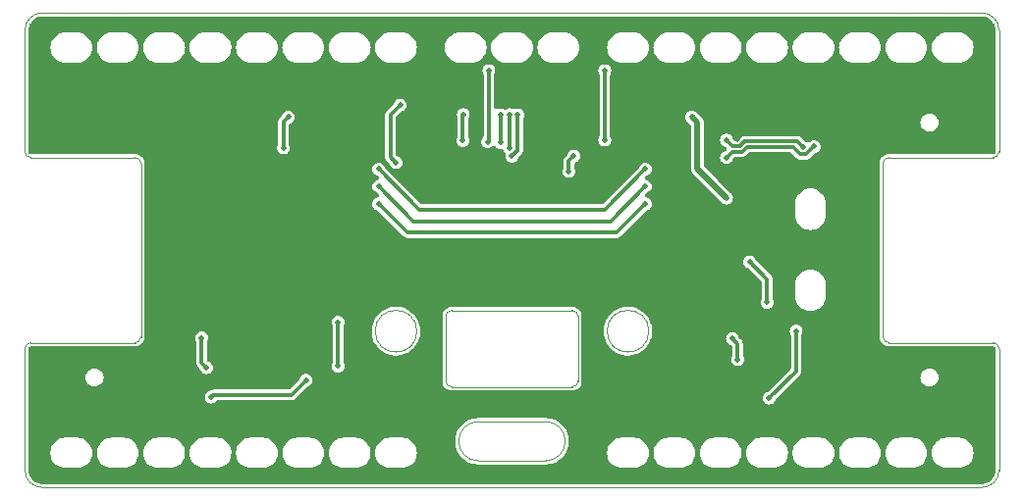
<source format=gbl>
G04 #@! TF.GenerationSoftware,KiCad,Pcbnew,6.0.10+dfsg-1~bpo11+1*
G04 #@! TF.ProjectId,project,70726f6a-6563-4742-9e6b-696361645f70,rev?*
G04 #@! TF.SameCoordinates,Original*
G04 #@! TF.FileFunction,Copper,L4,Bot*
G04 #@! TF.FilePolarity,Positive*
%FSLAX46Y46*%
G04 Gerber Fmt 4.6, Leading zero omitted, Abs format (unit mm)*
%MOMM*%
%LPD*%
G01*
G04 APERTURE LIST*
G04 #@! TA.AperFunction,Profile*
%ADD10C,0.100000*%
G04 #@! TD*
G04 #@! TA.AperFunction,ComponentPad*
%ADD11C,5.000000*%
G04 #@! TD*
G04 #@! TA.AperFunction,ViaPad*
%ADD12C,0.500000*%
G04 #@! TD*
G04 #@! TA.AperFunction,Conductor*
%ADD13C,0.300000*%
G04 #@! TD*
G04 #@! TA.AperFunction,Conductor*
%ADD14C,0.500000*%
G04 #@! TD*
G04 APERTURE END LIST*
D10*
X127762500Y-70537500D02*
G75*
G03*
X126262500Y-72037500I0J-1500000D01*
G01*
X171162500Y-109237500D02*
G75*
G03*
X171162500Y-105837500I3000J1700000D01*
G01*
X173462500Y-102837500D02*
X163062500Y-102837500D01*
X165362500Y-105837500D02*
G75*
G03*
X165362500Y-109237500I-3000J-1700000D01*
G01*
X210262500Y-72037500D02*
G75*
G03*
X208762500Y-70537500I-1500000J0D01*
G01*
X126262500Y-99537500D02*
X126262500Y-110037500D01*
X208262500Y-111537500D02*
X128262500Y-111537500D01*
X200262500Y-98537500D02*
X200262500Y-83537500D01*
X200762500Y-83037500D02*
X209762500Y-83037500D01*
X208762500Y-70537500D02*
X127762500Y-70537500D01*
X180062500Y-98037500D02*
G75*
G03*
X180062500Y-98037500I-1800000J0D01*
G01*
X162562500Y-102337500D02*
X162562500Y-96737500D01*
X173962500Y-96737500D02*
G75*
G03*
X173462500Y-96237500I-500000J0D01*
G01*
X209762500Y-99037500D02*
X200762500Y-99037500D01*
X163062500Y-96237500D02*
G75*
G03*
X162562500Y-96737500I0J-500000D01*
G01*
X160062500Y-98037500D02*
G75*
G03*
X160062500Y-98037500I-1800000J0D01*
G01*
X135762500Y-99037500D02*
G75*
G03*
X136262500Y-98537500I0J500000D01*
G01*
X173462500Y-102837500D02*
G75*
G03*
X173962500Y-102337500I0J500000D01*
G01*
X165362500Y-105837500D02*
X171162500Y-105837500D01*
X200262500Y-98537500D02*
G75*
G03*
X200762500Y-99037500I500000J0D01*
G01*
X135762500Y-99037500D02*
X126762500Y-99037500D01*
X126262500Y-110037500D02*
G75*
G03*
X127762500Y-111537500I1500000J0D01*
G01*
X210262500Y-82537500D02*
X210262500Y-72037500D01*
X126262500Y-82537500D02*
G75*
G03*
X126762500Y-83037500I500000J0D01*
G01*
X208762500Y-111537500D02*
X208262500Y-111537500D01*
X171162500Y-109237500D02*
X165362500Y-109237500D01*
X126762500Y-99037500D02*
G75*
G03*
X126262500Y-99537500I0J-500000D01*
G01*
X200762500Y-83037500D02*
G75*
G03*
X200262500Y-83537500I0J-500000D01*
G01*
X173962500Y-96737500D02*
X173962500Y-102337500D01*
X208762500Y-111537500D02*
G75*
G03*
X210262500Y-110037500I0J1500000D01*
G01*
X136262500Y-83537500D02*
X136262500Y-98537500D01*
X126262500Y-72037500D02*
X126262500Y-82537500D01*
X209762500Y-83037500D02*
G75*
G03*
X210262500Y-82537500I0J500000D01*
G01*
X136262500Y-83537500D02*
G75*
G03*
X135762500Y-83037500I-500000J0D01*
G01*
X210262500Y-99537500D02*
X210262500Y-110037500D01*
X163062500Y-96237500D02*
X173462500Y-96237500D01*
X127762500Y-111537500D02*
X128262500Y-111537500D01*
X126762500Y-83037500D02*
X135762500Y-83037500D01*
X162562500Y-102337500D02*
G75*
G03*
X163062500Y-102837500I500000J0D01*
G01*
X210262500Y-99537500D02*
G75*
G03*
X209762500Y-99037500I-500000J0D01*
G01*
D11*
X183262500Y-90037500D03*
X153262500Y-90037500D03*
D12*
X190262500Y-95537500D03*
X183762500Y-79537500D03*
X186762500Y-86537500D03*
X142327079Y-103731236D03*
X153262500Y-97268750D03*
X148962500Y-79537500D03*
X150486161Y-102268000D03*
X192762500Y-98037500D03*
X148562500Y-82213000D03*
X188762500Y-92037500D03*
X153262500Y-101037500D03*
X190432572Y-103812500D03*
X186862500Y-100637500D03*
X161262500Y-110037500D03*
X170262500Y-72037500D03*
X136262500Y-103037500D03*
X158262500Y-101037500D03*
X163062500Y-81237500D03*
X193262500Y-84037500D03*
X200262500Y-110037500D03*
X176262500Y-104037500D03*
X141362500Y-83337500D03*
X204262500Y-100037500D03*
X137262500Y-82037500D03*
X188462500Y-97337500D03*
X162762500Y-85537500D03*
X161262500Y-72037500D03*
X152262500Y-110037500D03*
X204262500Y-105037500D03*
X127262500Y-105037500D03*
X174062500Y-80037500D03*
X204262500Y-78037500D03*
X136262500Y-100037500D03*
X149262500Y-85037500D03*
X132262500Y-82037500D03*
X180062500Y-83237500D03*
X188262500Y-110037500D03*
X152262500Y-80037500D03*
X198262500Y-84037500D03*
X134262500Y-100037500D03*
X209262500Y-101037500D03*
X137762500Y-102037500D03*
X196262500Y-72037500D03*
X180062500Y-84737500D03*
X150262500Y-97037500D03*
X206262500Y-82037500D03*
X196262500Y-98037500D03*
X192262500Y-72037500D03*
X206262500Y-100037500D03*
X175262500Y-72037500D03*
X159262500Y-80037500D03*
X146162500Y-98737500D03*
X195062500Y-98737500D03*
X144262500Y-86037500D03*
X139262500Y-100537500D03*
X199262500Y-100037500D03*
X183062500Y-80837500D03*
X156462500Y-83237500D03*
X180262500Y-77037500D03*
X127262500Y-81037500D03*
X185262500Y-80037500D03*
X143262500Y-94037500D03*
X208262500Y-82037500D03*
X197262500Y-102037500D03*
X162262500Y-72037500D03*
X199262500Y-83037500D03*
X204262500Y-110037500D03*
X209262500Y-75037500D03*
X148262500Y-110037500D03*
X209262500Y-81037500D03*
X168762500Y-83537500D03*
X160762500Y-86537500D03*
X160762500Y-85537500D03*
X128262500Y-100037500D03*
X184262500Y-85237500D03*
X127262500Y-79037500D03*
X127262500Y-103037500D03*
X198262500Y-91037500D03*
X208262500Y-110037500D03*
X186162500Y-100637500D03*
X190362500Y-83337500D03*
X187262500Y-92037500D03*
X196262500Y-91037500D03*
X187862500Y-101837500D03*
X196962500Y-81337500D03*
X168762500Y-86537500D03*
X184262500Y-72037500D03*
X187562500Y-83437500D03*
X137262500Y-99037500D03*
X136262500Y-78037500D03*
X162762500Y-86537500D03*
X180062500Y-86237500D03*
X175762500Y-86537500D03*
X158262500Y-93037500D03*
X149262500Y-96037500D03*
X160762500Y-84537500D03*
X156262500Y-78037500D03*
X128262500Y-82037500D03*
X209262500Y-73037500D03*
X200262500Y-102037500D03*
X134262500Y-82037500D03*
X165062500Y-81637500D03*
X168762500Y-84537500D03*
X162262500Y-105037500D03*
X209262500Y-79037500D03*
X147262500Y-94037500D03*
X156462500Y-84737500D03*
X141262500Y-96037500D03*
X200262500Y-82037500D03*
X170762500Y-86537500D03*
X140262500Y-72037500D03*
X161862500Y-81237500D03*
X204262500Y-72037500D03*
X128262500Y-72037500D03*
X132262500Y-110037500D03*
X139262500Y-98037500D03*
X192262500Y-110037500D03*
X162262500Y-106037500D03*
X184262500Y-110037500D03*
X174062500Y-81237500D03*
X127262500Y-82037500D03*
X204262500Y-82037500D03*
X127262500Y-100037500D03*
X136262500Y-110037500D03*
X147062500Y-98737500D03*
X199262500Y-99037500D03*
X147262500Y-86037500D03*
X209262500Y-107037500D03*
X142362500Y-83337500D03*
X156462500Y-86237500D03*
X151262500Y-101037500D03*
X198762500Y-80037500D03*
X127262500Y-77037500D03*
X195262500Y-84037500D03*
X160262500Y-72037500D03*
X187662500Y-81437500D03*
X186262500Y-82237500D03*
X151262500Y-80037500D03*
X156262500Y-110037500D03*
X137262500Y-83037500D03*
X170762500Y-85537500D03*
X166262500Y-72037500D03*
X132262500Y-72037500D03*
X127262500Y-101037500D03*
X200262500Y-72037500D03*
X200262500Y-79037500D03*
X160262500Y-110037500D03*
X209262500Y-77037500D03*
X157562500Y-83837500D03*
X209262500Y-82037500D03*
X194162500Y-98737500D03*
X176262500Y-72037500D03*
X196262500Y-110037500D03*
X132262500Y-100037500D03*
X127262500Y-73037500D03*
X202262500Y-100037500D03*
X132262500Y-76037500D03*
X160762500Y-83537500D03*
X151262500Y-94037500D03*
X139262500Y-80037500D03*
X171062500Y-81237500D03*
X140262500Y-110037500D03*
X155762500Y-95537500D03*
X183062500Y-82237500D03*
X178262500Y-101037500D03*
X130262500Y-100037500D03*
X208262500Y-100037500D03*
X136262500Y-82037500D03*
X176262500Y-110037500D03*
X175262500Y-110037500D03*
X180262500Y-110037500D03*
X175262500Y-96037500D03*
X208262500Y-72037500D03*
X192262500Y-91037500D03*
X156262500Y-102037500D03*
X153262500Y-85037500D03*
X186862500Y-85237500D03*
X132262500Y-104037500D03*
X199262500Y-82037500D03*
X209262500Y-105037500D03*
X180262500Y-76037500D03*
X188262500Y-72037500D03*
X174262500Y-105037500D03*
X160262500Y-94037500D03*
X182262500Y-101037500D03*
X152262500Y-72037500D03*
X180262500Y-72037500D03*
X183062500Y-83737500D03*
X178762500Y-80037500D03*
X179762500Y-79037500D03*
X202262500Y-82037500D03*
X168762500Y-85537500D03*
X183062500Y-85237500D03*
X175262500Y-101037500D03*
X127262500Y-109037500D03*
X170762500Y-83537500D03*
X162762500Y-84537500D03*
X162762500Y-83537500D03*
X130262500Y-82037500D03*
X170062500Y-80037500D03*
X170762500Y-84537500D03*
X144262500Y-72037500D03*
X137262500Y-100037500D03*
X156262500Y-104037500D03*
X127262500Y-107037500D03*
X175762500Y-83537500D03*
X148262500Y-72037500D03*
X156262500Y-72037500D03*
X189562500Y-83337500D03*
X209262500Y-103037500D03*
X151262500Y-85037500D03*
X194262500Y-91037500D03*
X174262500Y-72037500D03*
X200262500Y-100037500D03*
X185062500Y-97337500D03*
X153262500Y-102037500D03*
X136262500Y-72037500D03*
X198262500Y-98037500D03*
X157262500Y-89037500D03*
X209262500Y-109037500D03*
X160262500Y-102037500D03*
X174262500Y-106037500D03*
X162462500Y-79637500D03*
X170062500Y-81237500D03*
X200262500Y-104037500D03*
X144262500Y-110037500D03*
X128262500Y-110037500D03*
X175262500Y-81237500D03*
X209262500Y-100037500D03*
X127262500Y-75037500D03*
X176262500Y-75537500D03*
X176262500Y-81537500D03*
X166262500Y-75537500D03*
X166158312Y-81674676D03*
X158633898Y-78508898D03*
X158262500Y-83473373D03*
X164023944Y-81576056D03*
X164062500Y-79337500D03*
X168262500Y-82937500D03*
X168762500Y-79337500D03*
X194317428Y-82092428D03*
X167262500Y-79337500D03*
X179762500Y-85537500D03*
X167262500Y-81737500D03*
X186762500Y-83037500D03*
X156762500Y-85537500D03*
X186762500Y-81537500D03*
X141499500Y-98607858D03*
X156762500Y-84037500D03*
X168062500Y-79337500D03*
X179762500Y-84037500D03*
X168062500Y-82237500D03*
X141924376Y-101199376D03*
X173591411Y-82908589D03*
X187262500Y-98663000D03*
X193393517Y-82168517D03*
X187713000Y-100488685D03*
X173163000Y-84237500D03*
X179762500Y-87037500D03*
X156762500Y-87037500D03*
D13*
X149216661Y-103537500D02*
X142520815Y-103537500D01*
D14*
X183762500Y-79537500D02*
X184262500Y-80037500D01*
D13*
X150486161Y-102268000D02*
X149216661Y-103537500D01*
D14*
X184262500Y-84037500D02*
X186762500Y-86537500D01*
D13*
X190262500Y-95537500D02*
X190262500Y-93537500D01*
X192762500Y-98037500D02*
X192762500Y-101482572D01*
X190262500Y-93537500D02*
X188762500Y-92037500D01*
D14*
X184262500Y-80037500D02*
X184262500Y-84037500D01*
D13*
X192762500Y-101482572D02*
X190432572Y-103812500D01*
X148562500Y-79937500D02*
X148962500Y-79537500D01*
X142520815Y-103537500D02*
X142327079Y-103731236D01*
X148562500Y-82213000D02*
X148562500Y-79937500D01*
X153262500Y-97268750D02*
X153262500Y-101037500D01*
X176262500Y-75537500D02*
X176262500Y-81537500D01*
X166262500Y-81570488D02*
X166262500Y-75537500D01*
X166158312Y-81674676D02*
X166262500Y-81570488D01*
X157776127Y-82987000D02*
X157776127Y-79366669D01*
X158262500Y-83473373D02*
X157776127Y-82987000D01*
X157776127Y-79366669D02*
X158633898Y-78508898D01*
X164023944Y-79376056D02*
X164062500Y-79337500D01*
X164023944Y-81576056D02*
X164023944Y-79376056D01*
X168762500Y-82437500D02*
X168262500Y-82937500D01*
X168762500Y-79337500D02*
X168762500Y-82437500D01*
X192513971Y-82137500D02*
X193144988Y-82768517D01*
X176762500Y-88537500D02*
X159762500Y-88537500D01*
X187262500Y-82537500D02*
X188118135Y-82537500D01*
X188118135Y-82537500D02*
X188518135Y-82137500D01*
X179762500Y-85537500D02*
X176762500Y-88537500D01*
X193144988Y-82768517D02*
X193641339Y-82768517D01*
X193641339Y-82768517D02*
X194317428Y-82092428D01*
X159762500Y-88537500D02*
X156762500Y-85537500D01*
X188518135Y-82137500D02*
X192513971Y-82137500D01*
X167262500Y-79337500D02*
X167262500Y-81737500D01*
X186762500Y-83037500D02*
X187262500Y-82537500D01*
X156762500Y-84037500D02*
X160262500Y-87537500D01*
X187262500Y-82037500D02*
X187911029Y-82037500D01*
X173163000Y-84237500D02*
X173163000Y-83337000D01*
X186762500Y-81537500D02*
X187262500Y-82037500D01*
X141499500Y-100774500D02*
X141924376Y-101199376D01*
X173163000Y-83337000D02*
X173591411Y-82908589D01*
X160262500Y-87537500D02*
X160762500Y-87537500D01*
X168062500Y-82237500D02*
X168062500Y-79337500D01*
X141499500Y-98607858D02*
X141499500Y-100774500D01*
X192862500Y-81637500D02*
X193393517Y-82168517D01*
X187713000Y-100488685D02*
X187713000Y-99113500D01*
X187911029Y-82037500D02*
X188311029Y-81637500D01*
X187713000Y-99113500D02*
X187262500Y-98663000D01*
X176262500Y-87537500D02*
X179762500Y-84037500D01*
X160762500Y-87537500D02*
X176262500Y-87537500D01*
X188311029Y-81637500D02*
X192862500Y-81637500D01*
X156762500Y-87037500D02*
X159262500Y-89537500D01*
X159262500Y-89537500D02*
X177262500Y-89537500D01*
X177262500Y-89537500D02*
X179762500Y-87037500D01*
G04 #@! TA.AperFunction,Conductor*
G36*
X208737234Y-70839613D02*
G01*
X208745356Y-70839613D01*
X208762500Y-70842636D01*
X208778830Y-70839757D01*
X208790779Y-70840226D01*
X208934531Y-70851539D01*
X208965372Y-70856425D01*
X209117940Y-70893054D01*
X209147638Y-70902703D01*
X209292595Y-70962746D01*
X209320417Y-70976922D01*
X209454198Y-71058903D01*
X209479449Y-71077249D01*
X209598772Y-71179159D01*
X209620841Y-71201228D01*
X209722751Y-71320551D01*
X209741097Y-71345802D01*
X209819146Y-71473166D01*
X209823078Y-71479583D01*
X209837254Y-71507405D01*
X209897297Y-71652362D01*
X209906946Y-71682060D01*
X209943575Y-71834628D01*
X209948461Y-71865471D01*
X209959774Y-72009220D01*
X209960243Y-72021170D01*
X209957364Y-72037500D01*
X209960387Y-72054644D01*
X209960387Y-72062766D01*
X209962000Y-72081204D01*
X209962000Y-82493796D01*
X209960387Y-82512234D01*
X209960387Y-82520356D01*
X209957364Y-82537500D01*
X209959155Y-82547661D01*
X209957934Y-82563172D01*
X209957337Y-82566939D01*
X209924358Y-82649133D01*
X209858982Y-82708878D01*
X209791939Y-82732337D01*
X209789567Y-82732713D01*
X209788170Y-82732934D01*
X209772661Y-82734155D01*
X209762500Y-82732364D01*
X209745356Y-82735387D01*
X209737234Y-82735387D01*
X209718796Y-82737000D01*
X200806204Y-82737000D01*
X200787770Y-82735387D01*
X200779646Y-82735387D01*
X200762500Y-82732364D01*
X200752697Y-82734093D01*
X200605575Y-82748583D01*
X200546355Y-82766547D01*
X200464035Y-82791518D01*
X200464033Y-82791519D01*
X200454680Y-82794356D01*
X200446065Y-82798961D01*
X200446062Y-82798962D01*
X200421247Y-82812226D01*
X200315614Y-82868688D01*
X200193722Y-82968722D01*
X200093688Y-83090614D01*
X200070555Y-83133893D01*
X200024974Y-83219170D01*
X200019356Y-83229680D01*
X200016519Y-83239033D01*
X200016518Y-83239035D01*
X200008420Y-83265730D01*
X199973583Y-83380575D01*
X199964891Y-83468830D01*
X199963826Y-83475091D01*
X199962617Y-83478122D01*
X199962000Y-83484415D01*
X199962000Y-83489270D01*
X199961762Y-83494139D01*
X199961718Y-83494137D01*
X199961042Y-83507907D01*
X199959093Y-83527697D01*
X199957364Y-83537500D01*
X199960387Y-83554646D01*
X199960387Y-83562770D01*
X199962000Y-83581204D01*
X199962000Y-98493796D01*
X199960387Y-98512230D01*
X199960387Y-98520354D01*
X199957364Y-98537500D01*
X199959093Y-98547303D01*
X199973583Y-98694425D01*
X199990782Y-98751123D01*
X200006960Y-98804454D01*
X200019356Y-98845320D01*
X200023961Y-98853935D01*
X200023962Y-98853938D01*
X200031846Y-98868688D01*
X200093688Y-98984386D01*
X200193722Y-99106278D01*
X200315614Y-99206312D01*
X200359333Y-99229680D01*
X200446062Y-99276038D01*
X200446065Y-99276039D01*
X200454680Y-99280644D01*
X200464033Y-99283481D01*
X200464035Y-99283482D01*
X200518828Y-99300103D01*
X200605575Y-99326417D01*
X200693833Y-99335109D01*
X200700091Y-99336174D01*
X200703122Y-99337383D01*
X200709415Y-99338000D01*
X200714270Y-99338000D01*
X200719139Y-99338238D01*
X200719137Y-99338282D01*
X200732907Y-99338958D01*
X200752697Y-99340907D01*
X200762500Y-99342636D01*
X200779646Y-99339613D01*
X200787770Y-99339613D01*
X200806204Y-99338000D01*
X209718796Y-99338000D01*
X209737234Y-99339613D01*
X209745356Y-99339613D01*
X209762500Y-99342636D01*
X209772661Y-99340845D01*
X209788170Y-99342066D01*
X209789567Y-99342287D01*
X209791939Y-99342663D01*
X209874133Y-99375642D01*
X209933878Y-99441018D01*
X209957337Y-99508061D01*
X209957934Y-99511828D01*
X209959155Y-99527339D01*
X209957364Y-99537500D01*
X209960387Y-99554644D01*
X209960387Y-99562766D01*
X209962000Y-99581204D01*
X209962000Y-109993796D01*
X209960387Y-110012234D01*
X209960387Y-110020356D01*
X209957364Y-110037500D01*
X209960243Y-110053830D01*
X209959774Y-110065780D01*
X209948461Y-110209529D01*
X209943575Y-110240372D01*
X209906946Y-110392940D01*
X209897297Y-110422638D01*
X209837254Y-110567595D01*
X209823078Y-110595417D01*
X209741097Y-110729198D01*
X209722751Y-110754449D01*
X209620841Y-110873772D01*
X209598772Y-110895841D01*
X209479449Y-110997751D01*
X209454198Y-111016097D01*
X209326834Y-111094146D01*
X209320417Y-111098078D01*
X209292595Y-111112254D01*
X209147638Y-111172297D01*
X209117940Y-111181946D01*
X208965372Y-111218575D01*
X208934531Y-111223461D01*
X208790780Y-111234774D01*
X208778830Y-111235243D01*
X208762500Y-111232364D01*
X208745356Y-111235387D01*
X208737234Y-111235387D01*
X208718796Y-111237000D01*
X127806204Y-111237000D01*
X127787766Y-111235387D01*
X127779644Y-111235387D01*
X127762500Y-111232364D01*
X127746170Y-111235243D01*
X127734220Y-111234774D01*
X127590469Y-111223461D01*
X127559628Y-111218575D01*
X127407060Y-111181946D01*
X127377362Y-111172297D01*
X127232405Y-111112254D01*
X127204583Y-111098078D01*
X127198166Y-111094146D01*
X127070802Y-111016097D01*
X127045551Y-110997751D01*
X126926228Y-110895841D01*
X126904159Y-110873772D01*
X126802249Y-110754449D01*
X126783903Y-110729198D01*
X126701922Y-110595417D01*
X126687746Y-110567595D01*
X126627703Y-110422638D01*
X126618054Y-110392940D01*
X126581425Y-110240372D01*
X126576539Y-110209529D01*
X126565226Y-110065780D01*
X126564757Y-110053830D01*
X126567636Y-110037500D01*
X126564613Y-110020356D01*
X126564613Y-110012234D01*
X126563000Y-109993796D01*
X126563000Y-108537500D01*
X128457032Y-108537500D01*
X128476865Y-108764192D01*
X128479112Y-108772577D01*
X128479113Y-108772584D01*
X128533511Y-108975599D01*
X128535761Y-108983996D01*
X128631932Y-109190234D01*
X128636916Y-109197352D01*
X128757469Y-109369522D01*
X128757473Y-109369527D01*
X128762453Y-109376639D01*
X128923361Y-109537547D01*
X128930473Y-109542527D01*
X128930478Y-109542531D01*
X129102648Y-109663084D01*
X129109766Y-109668068D01*
X129316004Y-109764239D01*
X129324401Y-109766489D01*
X129527416Y-109820887D01*
X129527423Y-109820888D01*
X129535808Y-109823135D01*
X129544459Y-109823892D01*
X129544460Y-109823892D01*
X129560363Y-109825283D01*
X129705716Y-109838000D01*
X130819284Y-109838000D01*
X130964637Y-109825283D01*
X130980540Y-109823892D01*
X130980541Y-109823892D01*
X130989192Y-109823135D01*
X130997577Y-109820888D01*
X130997584Y-109820887D01*
X131200599Y-109766489D01*
X131208996Y-109764239D01*
X131415234Y-109668068D01*
X131422352Y-109663084D01*
X131594522Y-109542531D01*
X131594527Y-109542527D01*
X131601639Y-109537547D01*
X131762547Y-109376639D01*
X131767527Y-109369527D01*
X131767531Y-109369522D01*
X131888084Y-109197352D01*
X131893068Y-109190234D01*
X131989239Y-108983996D01*
X131991489Y-108975599D01*
X132045887Y-108772584D01*
X132045888Y-108772577D01*
X132048135Y-108764192D01*
X132064257Y-108579917D01*
X132075591Y-108544738D01*
X132072287Y-108530262D01*
X132449409Y-108530262D01*
X132460743Y-108579917D01*
X132476865Y-108764192D01*
X132479112Y-108772577D01*
X132479113Y-108772584D01*
X132533511Y-108975599D01*
X132535761Y-108983996D01*
X132631932Y-109190234D01*
X132636916Y-109197352D01*
X132757469Y-109369522D01*
X132757473Y-109369527D01*
X132762453Y-109376639D01*
X132923361Y-109537547D01*
X132930473Y-109542527D01*
X132930478Y-109542531D01*
X133102648Y-109663084D01*
X133109766Y-109668068D01*
X133316004Y-109764239D01*
X133324401Y-109766489D01*
X133527416Y-109820887D01*
X133527423Y-109820888D01*
X133535808Y-109823135D01*
X133544459Y-109823892D01*
X133544460Y-109823892D01*
X133560363Y-109825283D01*
X133705716Y-109838000D01*
X134819284Y-109838000D01*
X134964637Y-109825283D01*
X134980540Y-109823892D01*
X134980541Y-109823892D01*
X134989192Y-109823135D01*
X134997577Y-109820888D01*
X134997584Y-109820887D01*
X135200599Y-109766489D01*
X135208996Y-109764239D01*
X135415234Y-109668068D01*
X135422352Y-109663084D01*
X135594522Y-109542531D01*
X135594527Y-109542527D01*
X135601639Y-109537547D01*
X135762547Y-109376639D01*
X135767527Y-109369527D01*
X135767531Y-109369522D01*
X135888084Y-109197352D01*
X135893068Y-109190234D01*
X135989239Y-108983996D01*
X135991489Y-108975599D01*
X136045887Y-108772584D01*
X136045888Y-108772577D01*
X136048135Y-108764192D01*
X136064257Y-108579917D01*
X136075591Y-108544738D01*
X136072287Y-108530262D01*
X136449409Y-108530262D01*
X136460743Y-108579917D01*
X136476865Y-108764192D01*
X136479112Y-108772577D01*
X136479113Y-108772584D01*
X136533511Y-108975599D01*
X136535761Y-108983996D01*
X136631932Y-109190234D01*
X136636916Y-109197352D01*
X136757469Y-109369522D01*
X136757473Y-109369527D01*
X136762453Y-109376639D01*
X136923361Y-109537547D01*
X136930473Y-109542527D01*
X136930478Y-109542531D01*
X137102648Y-109663084D01*
X137109766Y-109668068D01*
X137316004Y-109764239D01*
X137324401Y-109766489D01*
X137527416Y-109820887D01*
X137527423Y-109820888D01*
X137535808Y-109823135D01*
X137544459Y-109823892D01*
X137544460Y-109823892D01*
X137560363Y-109825283D01*
X137705716Y-109838000D01*
X138819284Y-109838000D01*
X138964637Y-109825283D01*
X138980540Y-109823892D01*
X138980541Y-109823892D01*
X138989192Y-109823135D01*
X138997577Y-109820888D01*
X138997584Y-109820887D01*
X139200599Y-109766489D01*
X139208996Y-109764239D01*
X139415234Y-109668068D01*
X139422352Y-109663084D01*
X139594522Y-109542531D01*
X139594527Y-109542527D01*
X139601639Y-109537547D01*
X139762547Y-109376639D01*
X139767527Y-109369527D01*
X139767531Y-109369522D01*
X139888084Y-109197352D01*
X139893068Y-109190234D01*
X139989239Y-108983996D01*
X139991489Y-108975599D01*
X140045887Y-108772584D01*
X140045888Y-108772577D01*
X140048135Y-108764192D01*
X140064257Y-108579917D01*
X140075591Y-108544738D01*
X140072287Y-108530262D01*
X140449409Y-108530262D01*
X140460743Y-108579917D01*
X140476865Y-108764192D01*
X140479112Y-108772577D01*
X140479113Y-108772584D01*
X140533511Y-108975599D01*
X140535761Y-108983996D01*
X140631932Y-109190234D01*
X140636916Y-109197352D01*
X140757469Y-109369522D01*
X140757473Y-109369527D01*
X140762453Y-109376639D01*
X140923361Y-109537547D01*
X140930473Y-109542527D01*
X140930478Y-109542531D01*
X141102648Y-109663084D01*
X141109766Y-109668068D01*
X141316004Y-109764239D01*
X141324401Y-109766489D01*
X141527416Y-109820887D01*
X141527423Y-109820888D01*
X141535808Y-109823135D01*
X141544459Y-109823892D01*
X141544460Y-109823892D01*
X141560363Y-109825283D01*
X141705716Y-109838000D01*
X142819284Y-109838000D01*
X142964637Y-109825283D01*
X142980540Y-109823892D01*
X142980541Y-109823892D01*
X142989192Y-109823135D01*
X142997577Y-109820888D01*
X142997584Y-109820887D01*
X143200599Y-109766489D01*
X143208996Y-109764239D01*
X143415234Y-109668068D01*
X143422352Y-109663084D01*
X143594522Y-109542531D01*
X143594527Y-109542527D01*
X143601639Y-109537547D01*
X143762547Y-109376639D01*
X143767527Y-109369527D01*
X143767531Y-109369522D01*
X143888084Y-109197352D01*
X143893068Y-109190234D01*
X143989239Y-108983996D01*
X143991489Y-108975599D01*
X144045887Y-108772584D01*
X144045888Y-108772577D01*
X144048135Y-108764192D01*
X144064257Y-108579917D01*
X144075591Y-108544738D01*
X144072287Y-108530262D01*
X144449409Y-108530262D01*
X144460743Y-108579917D01*
X144476865Y-108764192D01*
X144479112Y-108772577D01*
X144479113Y-108772584D01*
X144533511Y-108975599D01*
X144535761Y-108983996D01*
X144631932Y-109190234D01*
X144636916Y-109197352D01*
X144757469Y-109369522D01*
X144757473Y-109369527D01*
X144762453Y-109376639D01*
X144923361Y-109537547D01*
X144930473Y-109542527D01*
X144930478Y-109542531D01*
X145102648Y-109663084D01*
X145109766Y-109668068D01*
X145316004Y-109764239D01*
X145324401Y-109766489D01*
X145527416Y-109820887D01*
X145527423Y-109820888D01*
X145535808Y-109823135D01*
X145544459Y-109823892D01*
X145544460Y-109823892D01*
X145560363Y-109825283D01*
X145705716Y-109838000D01*
X146819284Y-109838000D01*
X146964637Y-109825283D01*
X146980540Y-109823892D01*
X146980541Y-109823892D01*
X146989192Y-109823135D01*
X146997577Y-109820888D01*
X146997584Y-109820887D01*
X147200599Y-109766489D01*
X147208996Y-109764239D01*
X147415234Y-109668068D01*
X147422352Y-109663084D01*
X147594522Y-109542531D01*
X147594527Y-109542527D01*
X147601639Y-109537547D01*
X147762547Y-109376639D01*
X147767527Y-109369527D01*
X147767531Y-109369522D01*
X147888084Y-109197352D01*
X147893068Y-109190234D01*
X147989239Y-108983996D01*
X147991489Y-108975599D01*
X148045887Y-108772584D01*
X148045888Y-108772577D01*
X148048135Y-108764192D01*
X148064257Y-108579917D01*
X148075591Y-108544738D01*
X148072287Y-108530262D01*
X148449409Y-108530262D01*
X148460743Y-108579917D01*
X148476865Y-108764192D01*
X148479112Y-108772577D01*
X148479113Y-108772584D01*
X148533511Y-108975599D01*
X148535761Y-108983996D01*
X148631932Y-109190234D01*
X148636916Y-109197352D01*
X148757469Y-109369522D01*
X148757473Y-109369527D01*
X148762453Y-109376639D01*
X148923361Y-109537547D01*
X148930473Y-109542527D01*
X148930478Y-109542531D01*
X149102648Y-109663084D01*
X149109766Y-109668068D01*
X149316004Y-109764239D01*
X149324401Y-109766489D01*
X149527416Y-109820887D01*
X149527423Y-109820888D01*
X149535808Y-109823135D01*
X149544459Y-109823892D01*
X149544460Y-109823892D01*
X149560363Y-109825283D01*
X149705716Y-109838000D01*
X150819284Y-109838000D01*
X150964637Y-109825283D01*
X150980540Y-109823892D01*
X150980541Y-109823892D01*
X150989192Y-109823135D01*
X150997577Y-109820888D01*
X150997584Y-109820887D01*
X151200599Y-109766489D01*
X151208996Y-109764239D01*
X151415234Y-109668068D01*
X151422352Y-109663084D01*
X151594522Y-109542531D01*
X151594527Y-109542527D01*
X151601639Y-109537547D01*
X151762547Y-109376639D01*
X151767527Y-109369527D01*
X151767531Y-109369522D01*
X151888084Y-109197352D01*
X151893068Y-109190234D01*
X151989239Y-108983996D01*
X151991489Y-108975599D01*
X152045887Y-108772584D01*
X152045888Y-108772577D01*
X152048135Y-108764192D01*
X152064257Y-108579917D01*
X152075591Y-108544738D01*
X152072287Y-108530262D01*
X152449409Y-108530262D01*
X152460743Y-108579917D01*
X152476865Y-108764192D01*
X152479112Y-108772577D01*
X152479113Y-108772584D01*
X152533511Y-108975599D01*
X152535761Y-108983996D01*
X152631932Y-109190234D01*
X152636916Y-109197352D01*
X152757469Y-109369522D01*
X152757473Y-109369527D01*
X152762453Y-109376639D01*
X152923361Y-109537547D01*
X152930473Y-109542527D01*
X152930478Y-109542531D01*
X153102648Y-109663084D01*
X153109766Y-109668068D01*
X153316004Y-109764239D01*
X153324401Y-109766489D01*
X153527416Y-109820887D01*
X153527423Y-109820888D01*
X153535808Y-109823135D01*
X153544459Y-109823892D01*
X153544460Y-109823892D01*
X153560363Y-109825283D01*
X153705716Y-109838000D01*
X154819284Y-109838000D01*
X154964637Y-109825283D01*
X154980540Y-109823892D01*
X154980541Y-109823892D01*
X154989192Y-109823135D01*
X154997577Y-109820888D01*
X154997584Y-109820887D01*
X155200599Y-109766489D01*
X155208996Y-109764239D01*
X155415234Y-109668068D01*
X155422352Y-109663084D01*
X155594522Y-109542531D01*
X155594527Y-109542527D01*
X155601639Y-109537547D01*
X155762547Y-109376639D01*
X155767527Y-109369527D01*
X155767531Y-109369522D01*
X155888084Y-109197352D01*
X155893068Y-109190234D01*
X155989239Y-108983996D01*
X155991489Y-108975599D01*
X156045887Y-108772584D01*
X156045888Y-108772577D01*
X156048135Y-108764192D01*
X156064257Y-108579917D01*
X156075591Y-108544738D01*
X156072287Y-108530262D01*
X156449409Y-108530262D01*
X156460743Y-108579917D01*
X156476865Y-108764192D01*
X156479112Y-108772577D01*
X156479113Y-108772584D01*
X156533511Y-108975599D01*
X156535761Y-108983996D01*
X156631932Y-109190234D01*
X156636916Y-109197352D01*
X156757469Y-109369522D01*
X156757473Y-109369527D01*
X156762453Y-109376639D01*
X156923361Y-109537547D01*
X156930473Y-109542527D01*
X156930478Y-109542531D01*
X157102648Y-109663084D01*
X157109766Y-109668068D01*
X157316004Y-109764239D01*
X157324401Y-109766489D01*
X157527416Y-109820887D01*
X157527423Y-109820888D01*
X157535808Y-109823135D01*
X157544459Y-109823892D01*
X157544460Y-109823892D01*
X157560363Y-109825283D01*
X157705716Y-109838000D01*
X158819284Y-109838000D01*
X158964637Y-109825283D01*
X158980540Y-109823892D01*
X158980541Y-109823892D01*
X158989192Y-109823135D01*
X158997577Y-109820888D01*
X158997584Y-109820887D01*
X159200599Y-109766489D01*
X159208996Y-109764239D01*
X159415234Y-109668068D01*
X159422352Y-109663084D01*
X159594522Y-109542531D01*
X159594527Y-109542527D01*
X159601639Y-109537547D01*
X159762547Y-109376639D01*
X159767527Y-109369527D01*
X159767531Y-109369522D01*
X159888084Y-109197352D01*
X159893068Y-109190234D01*
X159989239Y-108983996D01*
X159991489Y-108975599D01*
X160045887Y-108772584D01*
X160045888Y-108772577D01*
X160048135Y-108764192D01*
X160067968Y-108537500D01*
X160048135Y-108310808D01*
X160045888Y-108302423D01*
X160045887Y-108302416D01*
X159991489Y-108099401D01*
X159989239Y-108091004D01*
X159893068Y-107884766D01*
X159803378Y-107756674D01*
X159767531Y-107705478D01*
X159767527Y-107705473D01*
X159762547Y-107698361D01*
X159738678Y-107674492D01*
X163359008Y-107674492D01*
X163396357Y-107945917D01*
X163398196Y-107952472D01*
X163398196Y-107952473D01*
X163468517Y-108203157D01*
X163468519Y-108203164D01*
X163470358Y-108209718D01*
X163579629Y-108460968D01*
X163583167Y-108466777D01*
X163583168Y-108466780D01*
X163630641Y-108544738D01*
X163722130Y-108694977D01*
X163895200Y-108907376D01*
X164095609Y-109094200D01*
X164319615Y-109251960D01*
X164325668Y-109255087D01*
X164325673Y-109255090D01*
X164533946Y-109362684D01*
X164563035Y-109377711D01*
X164569447Y-109379980D01*
X164569452Y-109379982D01*
X164814914Y-109466838D01*
X164814921Y-109466840D01*
X164821325Y-109469106D01*
X164955494Y-109496772D01*
X165083004Y-109523065D01*
X165083005Y-109523065D01*
X165089663Y-109524438D01*
X165096442Y-109524890D01*
X165096448Y-109524891D01*
X165340667Y-109541182D01*
X165340669Y-109541182D01*
X165363039Y-109542674D01*
X165363039Y-109542636D01*
X165378675Y-109539850D01*
X165382687Y-109540118D01*
X165389061Y-109539555D01*
X165389061Y-109538000D01*
X165397667Y-109538000D01*
X165400174Y-109538572D01*
X165406649Y-109538000D01*
X171118351Y-109538000D01*
X171127664Y-109538823D01*
X171141794Y-109539043D01*
X171161961Y-109542636D01*
X171161961Y-109542674D01*
X171176429Y-109541709D01*
X171176430Y-109541709D01*
X171428552Y-109524891D01*
X171428558Y-109524890D01*
X171435337Y-109524438D01*
X171441995Y-109523065D01*
X171441996Y-109523065D01*
X171569506Y-109496772D01*
X171703675Y-109469106D01*
X171710079Y-109466840D01*
X171710086Y-109466838D01*
X171955548Y-109379982D01*
X171955553Y-109379980D01*
X171961965Y-109377711D01*
X171991054Y-109362684D01*
X172199327Y-109255090D01*
X172199332Y-109255087D01*
X172205385Y-109251960D01*
X172429391Y-109094200D01*
X172629800Y-108907376D01*
X172802870Y-108694977D01*
X172894359Y-108544738D01*
X172898767Y-108537500D01*
X176457032Y-108537500D01*
X176476865Y-108764192D01*
X176479112Y-108772577D01*
X176479113Y-108772584D01*
X176533511Y-108975599D01*
X176535761Y-108983996D01*
X176631932Y-109190234D01*
X176636916Y-109197352D01*
X176757469Y-109369522D01*
X176757473Y-109369527D01*
X176762453Y-109376639D01*
X176923361Y-109537547D01*
X176930473Y-109542527D01*
X176930478Y-109542531D01*
X177102648Y-109663084D01*
X177109766Y-109668068D01*
X177316004Y-109764239D01*
X177324401Y-109766489D01*
X177527416Y-109820887D01*
X177527423Y-109820888D01*
X177535808Y-109823135D01*
X177544459Y-109823892D01*
X177544460Y-109823892D01*
X177560363Y-109825283D01*
X177705716Y-109838000D01*
X178819284Y-109838000D01*
X178964637Y-109825283D01*
X178980540Y-109823892D01*
X178980541Y-109823892D01*
X178989192Y-109823135D01*
X178997577Y-109820888D01*
X178997584Y-109820887D01*
X179200599Y-109766489D01*
X179208996Y-109764239D01*
X179415234Y-109668068D01*
X179422352Y-109663084D01*
X179594522Y-109542531D01*
X179594527Y-109542527D01*
X179601639Y-109537547D01*
X179762547Y-109376639D01*
X179767527Y-109369527D01*
X179767531Y-109369522D01*
X179888084Y-109197352D01*
X179893068Y-109190234D01*
X179989239Y-108983996D01*
X179991489Y-108975599D01*
X180045887Y-108772584D01*
X180045888Y-108772577D01*
X180048135Y-108764192D01*
X180064257Y-108579917D01*
X180075591Y-108544738D01*
X180072287Y-108530262D01*
X180449409Y-108530262D01*
X180460743Y-108579917D01*
X180476865Y-108764192D01*
X180479112Y-108772577D01*
X180479113Y-108772584D01*
X180533511Y-108975599D01*
X180535761Y-108983996D01*
X180631932Y-109190234D01*
X180636916Y-109197352D01*
X180757469Y-109369522D01*
X180757473Y-109369527D01*
X180762453Y-109376639D01*
X180923361Y-109537547D01*
X180930473Y-109542527D01*
X180930478Y-109542531D01*
X181102648Y-109663084D01*
X181109766Y-109668068D01*
X181316004Y-109764239D01*
X181324401Y-109766489D01*
X181527416Y-109820887D01*
X181527423Y-109820888D01*
X181535808Y-109823135D01*
X181544459Y-109823892D01*
X181544460Y-109823892D01*
X181560363Y-109825283D01*
X181705716Y-109838000D01*
X182819284Y-109838000D01*
X182964637Y-109825283D01*
X182980540Y-109823892D01*
X182980541Y-109823892D01*
X182989192Y-109823135D01*
X182997577Y-109820888D01*
X182997584Y-109820887D01*
X183200599Y-109766489D01*
X183208996Y-109764239D01*
X183415234Y-109668068D01*
X183422352Y-109663084D01*
X183594522Y-109542531D01*
X183594527Y-109542527D01*
X183601639Y-109537547D01*
X183762547Y-109376639D01*
X183767527Y-109369527D01*
X183767531Y-109369522D01*
X183888084Y-109197352D01*
X183893068Y-109190234D01*
X183989239Y-108983996D01*
X183991489Y-108975599D01*
X184045887Y-108772584D01*
X184045888Y-108772577D01*
X184048135Y-108764192D01*
X184064257Y-108579917D01*
X184075591Y-108544738D01*
X184072287Y-108530262D01*
X184449409Y-108530262D01*
X184460743Y-108579917D01*
X184476865Y-108764192D01*
X184479112Y-108772577D01*
X184479113Y-108772584D01*
X184533511Y-108975599D01*
X184535761Y-108983996D01*
X184631932Y-109190234D01*
X184636916Y-109197352D01*
X184757469Y-109369522D01*
X184757473Y-109369527D01*
X184762453Y-109376639D01*
X184923361Y-109537547D01*
X184930473Y-109542527D01*
X184930478Y-109542531D01*
X185102648Y-109663084D01*
X185109766Y-109668068D01*
X185316004Y-109764239D01*
X185324401Y-109766489D01*
X185527416Y-109820887D01*
X185527423Y-109820888D01*
X185535808Y-109823135D01*
X185544459Y-109823892D01*
X185544460Y-109823892D01*
X185560363Y-109825283D01*
X185705716Y-109838000D01*
X186819284Y-109838000D01*
X186964637Y-109825283D01*
X186980540Y-109823892D01*
X186980541Y-109823892D01*
X186989192Y-109823135D01*
X186997577Y-109820888D01*
X186997584Y-109820887D01*
X187200599Y-109766489D01*
X187208996Y-109764239D01*
X187415234Y-109668068D01*
X187422352Y-109663084D01*
X187594522Y-109542531D01*
X187594527Y-109542527D01*
X187601639Y-109537547D01*
X187762547Y-109376639D01*
X187767527Y-109369527D01*
X187767531Y-109369522D01*
X187888084Y-109197352D01*
X187893068Y-109190234D01*
X187989239Y-108983996D01*
X187991489Y-108975599D01*
X188045887Y-108772584D01*
X188045888Y-108772577D01*
X188048135Y-108764192D01*
X188064257Y-108579917D01*
X188075591Y-108544738D01*
X188072287Y-108530262D01*
X188449409Y-108530262D01*
X188460743Y-108579917D01*
X188476865Y-108764192D01*
X188479112Y-108772577D01*
X188479113Y-108772584D01*
X188533511Y-108975599D01*
X188535761Y-108983996D01*
X188631932Y-109190234D01*
X188636916Y-109197352D01*
X188757469Y-109369522D01*
X188757473Y-109369527D01*
X188762453Y-109376639D01*
X188923361Y-109537547D01*
X188930473Y-109542527D01*
X188930478Y-109542531D01*
X189102648Y-109663084D01*
X189109766Y-109668068D01*
X189316004Y-109764239D01*
X189324401Y-109766489D01*
X189527416Y-109820887D01*
X189527423Y-109820888D01*
X189535808Y-109823135D01*
X189544459Y-109823892D01*
X189544460Y-109823892D01*
X189560363Y-109825283D01*
X189705716Y-109838000D01*
X190819284Y-109838000D01*
X190964637Y-109825283D01*
X190980540Y-109823892D01*
X190980541Y-109823892D01*
X190989192Y-109823135D01*
X190997577Y-109820888D01*
X190997584Y-109820887D01*
X191200599Y-109766489D01*
X191208996Y-109764239D01*
X191415234Y-109668068D01*
X191422352Y-109663084D01*
X191594522Y-109542531D01*
X191594527Y-109542527D01*
X191601639Y-109537547D01*
X191762547Y-109376639D01*
X191767527Y-109369527D01*
X191767531Y-109369522D01*
X191888084Y-109197352D01*
X191893068Y-109190234D01*
X191989239Y-108983996D01*
X191991489Y-108975599D01*
X192045887Y-108772584D01*
X192045888Y-108772577D01*
X192048135Y-108764192D01*
X192064257Y-108579917D01*
X192075591Y-108544738D01*
X192072287Y-108530262D01*
X192449409Y-108530262D01*
X192460743Y-108579917D01*
X192476865Y-108764192D01*
X192479112Y-108772577D01*
X192479113Y-108772584D01*
X192533511Y-108975599D01*
X192535761Y-108983996D01*
X192631932Y-109190234D01*
X192636916Y-109197352D01*
X192757469Y-109369522D01*
X192757473Y-109369527D01*
X192762453Y-109376639D01*
X192923361Y-109537547D01*
X192930473Y-109542527D01*
X192930478Y-109542531D01*
X193102648Y-109663084D01*
X193109766Y-109668068D01*
X193316004Y-109764239D01*
X193324401Y-109766489D01*
X193527416Y-109820887D01*
X193527423Y-109820888D01*
X193535808Y-109823135D01*
X193544459Y-109823892D01*
X193544460Y-109823892D01*
X193560363Y-109825283D01*
X193705716Y-109838000D01*
X194819284Y-109838000D01*
X194964637Y-109825283D01*
X194980540Y-109823892D01*
X194980541Y-109823892D01*
X194989192Y-109823135D01*
X194997577Y-109820888D01*
X194997584Y-109820887D01*
X195200599Y-109766489D01*
X195208996Y-109764239D01*
X195415234Y-109668068D01*
X195422352Y-109663084D01*
X195594522Y-109542531D01*
X195594527Y-109542527D01*
X195601639Y-109537547D01*
X195762547Y-109376639D01*
X195767527Y-109369527D01*
X195767531Y-109369522D01*
X195888084Y-109197352D01*
X195893068Y-109190234D01*
X195989239Y-108983996D01*
X195991489Y-108975599D01*
X196045887Y-108772584D01*
X196045888Y-108772577D01*
X196048135Y-108764192D01*
X196064257Y-108579917D01*
X196075591Y-108544738D01*
X196072287Y-108530262D01*
X196449409Y-108530262D01*
X196460743Y-108579917D01*
X196476865Y-108764192D01*
X196479112Y-108772577D01*
X196479113Y-108772584D01*
X196533511Y-108975599D01*
X196535761Y-108983996D01*
X196631932Y-109190234D01*
X196636916Y-109197352D01*
X196757469Y-109369522D01*
X196757473Y-109369527D01*
X196762453Y-109376639D01*
X196923361Y-109537547D01*
X196930473Y-109542527D01*
X196930478Y-109542531D01*
X197102648Y-109663084D01*
X197109766Y-109668068D01*
X197316004Y-109764239D01*
X197324401Y-109766489D01*
X197527416Y-109820887D01*
X197527423Y-109820888D01*
X197535808Y-109823135D01*
X197544459Y-109823892D01*
X197544460Y-109823892D01*
X197560363Y-109825283D01*
X197705716Y-109838000D01*
X198819284Y-109838000D01*
X198964637Y-109825283D01*
X198980540Y-109823892D01*
X198980541Y-109823892D01*
X198989192Y-109823135D01*
X198997577Y-109820888D01*
X198997584Y-109820887D01*
X199200599Y-109766489D01*
X199208996Y-109764239D01*
X199415234Y-109668068D01*
X199422352Y-109663084D01*
X199594522Y-109542531D01*
X199594527Y-109542527D01*
X199601639Y-109537547D01*
X199762547Y-109376639D01*
X199767527Y-109369527D01*
X199767531Y-109369522D01*
X199888084Y-109197352D01*
X199893068Y-109190234D01*
X199989239Y-108983996D01*
X199991489Y-108975599D01*
X200045887Y-108772584D01*
X200045888Y-108772577D01*
X200048135Y-108764192D01*
X200064257Y-108579917D01*
X200075591Y-108544738D01*
X200072287Y-108530262D01*
X200449409Y-108530262D01*
X200460743Y-108579917D01*
X200476865Y-108764192D01*
X200479112Y-108772577D01*
X200479113Y-108772584D01*
X200533511Y-108975599D01*
X200535761Y-108983996D01*
X200631932Y-109190234D01*
X200636916Y-109197352D01*
X200757469Y-109369522D01*
X200757473Y-109369527D01*
X200762453Y-109376639D01*
X200923361Y-109537547D01*
X200930473Y-109542527D01*
X200930478Y-109542531D01*
X201102648Y-109663084D01*
X201109766Y-109668068D01*
X201316004Y-109764239D01*
X201324401Y-109766489D01*
X201527416Y-109820887D01*
X201527423Y-109820888D01*
X201535808Y-109823135D01*
X201544459Y-109823892D01*
X201544460Y-109823892D01*
X201560363Y-109825283D01*
X201705716Y-109838000D01*
X202819284Y-109838000D01*
X202964637Y-109825283D01*
X202980540Y-109823892D01*
X202980541Y-109823892D01*
X202989192Y-109823135D01*
X202997577Y-109820888D01*
X202997584Y-109820887D01*
X203200599Y-109766489D01*
X203208996Y-109764239D01*
X203415234Y-109668068D01*
X203422352Y-109663084D01*
X203594522Y-109542531D01*
X203594527Y-109542527D01*
X203601639Y-109537547D01*
X203762547Y-109376639D01*
X203767527Y-109369527D01*
X203767531Y-109369522D01*
X203888084Y-109197352D01*
X203893068Y-109190234D01*
X203989239Y-108983996D01*
X203991489Y-108975599D01*
X204045887Y-108772584D01*
X204045888Y-108772577D01*
X204048135Y-108764192D01*
X204064257Y-108579917D01*
X204075591Y-108544738D01*
X204072287Y-108530262D01*
X204449409Y-108530262D01*
X204460743Y-108579917D01*
X204476865Y-108764192D01*
X204479112Y-108772577D01*
X204479113Y-108772584D01*
X204533511Y-108975599D01*
X204535761Y-108983996D01*
X204631932Y-109190234D01*
X204636916Y-109197352D01*
X204757469Y-109369522D01*
X204757473Y-109369527D01*
X204762453Y-109376639D01*
X204923361Y-109537547D01*
X204930473Y-109542527D01*
X204930478Y-109542531D01*
X205102648Y-109663084D01*
X205109766Y-109668068D01*
X205316004Y-109764239D01*
X205324401Y-109766489D01*
X205527416Y-109820887D01*
X205527423Y-109820888D01*
X205535808Y-109823135D01*
X205544459Y-109823892D01*
X205544460Y-109823892D01*
X205560363Y-109825283D01*
X205705716Y-109838000D01*
X206819284Y-109838000D01*
X206964637Y-109825283D01*
X206980540Y-109823892D01*
X206980541Y-109823892D01*
X206989192Y-109823135D01*
X206997577Y-109820888D01*
X206997584Y-109820887D01*
X207200599Y-109766489D01*
X207208996Y-109764239D01*
X207415234Y-109668068D01*
X207422352Y-109663084D01*
X207594522Y-109542531D01*
X207594527Y-109542527D01*
X207601639Y-109537547D01*
X207762547Y-109376639D01*
X207767527Y-109369527D01*
X207767531Y-109369522D01*
X207888084Y-109197352D01*
X207893068Y-109190234D01*
X207989239Y-108983996D01*
X207991489Y-108975599D01*
X208045887Y-108772584D01*
X208045888Y-108772577D01*
X208048135Y-108764192D01*
X208067968Y-108537500D01*
X208048135Y-108310808D01*
X208045888Y-108302423D01*
X208045887Y-108302416D01*
X207991489Y-108099401D01*
X207989239Y-108091004D01*
X207893068Y-107884766D01*
X207803378Y-107756674D01*
X207767531Y-107705478D01*
X207767527Y-107705473D01*
X207762547Y-107698361D01*
X207601639Y-107537453D01*
X207594527Y-107532473D01*
X207594522Y-107532469D01*
X207422352Y-107411916D01*
X207415234Y-107406932D01*
X207208996Y-107310761D01*
X207200599Y-107308511D01*
X206997584Y-107254113D01*
X206997577Y-107254112D01*
X206989192Y-107251865D01*
X206980541Y-107251108D01*
X206980540Y-107251108D01*
X206964637Y-107249717D01*
X206819284Y-107237000D01*
X205705716Y-107237000D01*
X205560363Y-107249717D01*
X205544460Y-107251108D01*
X205544459Y-107251108D01*
X205535808Y-107251865D01*
X205527423Y-107254112D01*
X205527416Y-107254113D01*
X205324401Y-107308511D01*
X205316004Y-107310761D01*
X205109766Y-107406932D01*
X205102648Y-107411916D01*
X204930478Y-107532469D01*
X204930473Y-107532473D01*
X204923361Y-107537453D01*
X204762453Y-107698361D01*
X204757473Y-107705473D01*
X204757469Y-107705478D01*
X204721622Y-107756674D01*
X204631932Y-107884766D01*
X204535761Y-108091004D01*
X204533511Y-108099401D01*
X204479113Y-108302416D01*
X204479112Y-108302423D01*
X204476865Y-108310808D01*
X204476108Y-108319459D01*
X204476108Y-108319460D01*
X204460743Y-108495083D01*
X204449409Y-108530262D01*
X204072287Y-108530262D01*
X204064257Y-108495083D01*
X204048892Y-108319460D01*
X204048892Y-108319459D01*
X204048135Y-108310808D01*
X204045888Y-108302423D01*
X204045887Y-108302416D01*
X203991489Y-108099401D01*
X203989239Y-108091004D01*
X203893068Y-107884766D01*
X203803378Y-107756674D01*
X203767531Y-107705478D01*
X203767527Y-107705473D01*
X203762547Y-107698361D01*
X203601639Y-107537453D01*
X203594527Y-107532473D01*
X203594522Y-107532469D01*
X203422352Y-107411916D01*
X203415234Y-107406932D01*
X203208996Y-107310761D01*
X203200599Y-107308511D01*
X202997584Y-107254113D01*
X202997577Y-107254112D01*
X202989192Y-107251865D01*
X202980541Y-107251108D01*
X202980540Y-107251108D01*
X202964637Y-107249717D01*
X202819284Y-107237000D01*
X201705716Y-107237000D01*
X201560363Y-107249717D01*
X201544460Y-107251108D01*
X201544459Y-107251108D01*
X201535808Y-107251865D01*
X201527423Y-107254112D01*
X201527416Y-107254113D01*
X201324401Y-107308511D01*
X201316004Y-107310761D01*
X201109766Y-107406932D01*
X201102648Y-107411916D01*
X200930478Y-107532469D01*
X200930473Y-107532473D01*
X200923361Y-107537453D01*
X200762453Y-107698361D01*
X200757473Y-107705473D01*
X200757469Y-107705478D01*
X200721622Y-107756674D01*
X200631932Y-107884766D01*
X200535761Y-108091004D01*
X200533511Y-108099401D01*
X200479113Y-108302416D01*
X200479112Y-108302423D01*
X200476865Y-108310808D01*
X200476108Y-108319459D01*
X200476108Y-108319460D01*
X200460743Y-108495083D01*
X200449409Y-108530262D01*
X200072287Y-108530262D01*
X200064257Y-108495083D01*
X200048892Y-108319460D01*
X200048892Y-108319459D01*
X200048135Y-108310808D01*
X200045888Y-108302423D01*
X200045887Y-108302416D01*
X199991489Y-108099401D01*
X199989239Y-108091004D01*
X199893068Y-107884766D01*
X199803378Y-107756674D01*
X199767531Y-107705478D01*
X199767527Y-107705473D01*
X199762547Y-107698361D01*
X199601639Y-107537453D01*
X199594527Y-107532473D01*
X199594522Y-107532469D01*
X199422352Y-107411916D01*
X199415234Y-107406932D01*
X199208996Y-107310761D01*
X199200599Y-107308511D01*
X198997584Y-107254113D01*
X198997577Y-107254112D01*
X198989192Y-107251865D01*
X198980541Y-107251108D01*
X198980540Y-107251108D01*
X198964637Y-107249717D01*
X198819284Y-107237000D01*
X197705716Y-107237000D01*
X197560363Y-107249717D01*
X197544460Y-107251108D01*
X197544459Y-107251108D01*
X197535808Y-107251865D01*
X197527423Y-107254112D01*
X197527416Y-107254113D01*
X197324401Y-107308511D01*
X197316004Y-107310761D01*
X197109766Y-107406932D01*
X197102648Y-107411916D01*
X196930478Y-107532469D01*
X196930473Y-107532473D01*
X196923361Y-107537453D01*
X196762453Y-107698361D01*
X196757473Y-107705473D01*
X196757469Y-107705478D01*
X196721622Y-107756674D01*
X196631932Y-107884766D01*
X196535761Y-108091004D01*
X196533511Y-108099401D01*
X196479113Y-108302416D01*
X196479112Y-108302423D01*
X196476865Y-108310808D01*
X196476108Y-108319459D01*
X196476108Y-108319460D01*
X196460743Y-108495083D01*
X196449409Y-108530262D01*
X196072287Y-108530262D01*
X196064257Y-108495083D01*
X196048892Y-108319460D01*
X196048892Y-108319459D01*
X196048135Y-108310808D01*
X196045888Y-108302423D01*
X196045887Y-108302416D01*
X195991489Y-108099401D01*
X195989239Y-108091004D01*
X195893068Y-107884766D01*
X195803378Y-107756674D01*
X195767531Y-107705478D01*
X195767527Y-107705473D01*
X195762547Y-107698361D01*
X195601639Y-107537453D01*
X195594527Y-107532473D01*
X195594522Y-107532469D01*
X195422352Y-107411916D01*
X195415234Y-107406932D01*
X195208996Y-107310761D01*
X195200599Y-107308511D01*
X194997584Y-107254113D01*
X194997577Y-107254112D01*
X194989192Y-107251865D01*
X194980541Y-107251108D01*
X194980540Y-107251108D01*
X194964637Y-107249717D01*
X194819284Y-107237000D01*
X193705716Y-107237000D01*
X193560363Y-107249717D01*
X193544460Y-107251108D01*
X193544459Y-107251108D01*
X193535808Y-107251865D01*
X193527423Y-107254112D01*
X193527416Y-107254113D01*
X193324401Y-107308511D01*
X193316004Y-107310761D01*
X193109766Y-107406932D01*
X193102648Y-107411916D01*
X192930478Y-107532469D01*
X192930473Y-107532473D01*
X192923361Y-107537453D01*
X192762453Y-107698361D01*
X192757473Y-107705473D01*
X192757469Y-107705478D01*
X192721622Y-107756674D01*
X192631932Y-107884766D01*
X192535761Y-108091004D01*
X192533511Y-108099401D01*
X192479113Y-108302416D01*
X192479112Y-108302423D01*
X192476865Y-108310808D01*
X192476108Y-108319459D01*
X192476108Y-108319460D01*
X192460743Y-108495083D01*
X192449409Y-108530262D01*
X192072287Y-108530262D01*
X192064257Y-108495083D01*
X192048892Y-108319460D01*
X192048892Y-108319459D01*
X192048135Y-108310808D01*
X192045888Y-108302423D01*
X192045887Y-108302416D01*
X191991489Y-108099401D01*
X191989239Y-108091004D01*
X191893068Y-107884766D01*
X191803378Y-107756674D01*
X191767531Y-107705478D01*
X191767527Y-107705473D01*
X191762547Y-107698361D01*
X191601639Y-107537453D01*
X191594527Y-107532473D01*
X191594522Y-107532469D01*
X191422352Y-107411916D01*
X191415234Y-107406932D01*
X191208996Y-107310761D01*
X191200599Y-107308511D01*
X190997584Y-107254113D01*
X190997577Y-107254112D01*
X190989192Y-107251865D01*
X190980541Y-107251108D01*
X190980540Y-107251108D01*
X190964637Y-107249717D01*
X190819284Y-107237000D01*
X189705716Y-107237000D01*
X189560363Y-107249717D01*
X189544460Y-107251108D01*
X189544459Y-107251108D01*
X189535808Y-107251865D01*
X189527423Y-107254112D01*
X189527416Y-107254113D01*
X189324401Y-107308511D01*
X189316004Y-107310761D01*
X189109766Y-107406932D01*
X189102648Y-107411916D01*
X188930478Y-107532469D01*
X188930473Y-107532473D01*
X188923361Y-107537453D01*
X188762453Y-107698361D01*
X188757473Y-107705473D01*
X188757469Y-107705478D01*
X188721622Y-107756674D01*
X188631932Y-107884766D01*
X188535761Y-108091004D01*
X188533511Y-108099401D01*
X188479113Y-108302416D01*
X188479112Y-108302423D01*
X188476865Y-108310808D01*
X188476108Y-108319459D01*
X188476108Y-108319460D01*
X188460743Y-108495083D01*
X188449409Y-108530262D01*
X188072287Y-108530262D01*
X188064257Y-108495083D01*
X188048892Y-108319460D01*
X188048892Y-108319459D01*
X188048135Y-108310808D01*
X188045888Y-108302423D01*
X188045887Y-108302416D01*
X187991489Y-108099401D01*
X187989239Y-108091004D01*
X187893068Y-107884766D01*
X187803378Y-107756674D01*
X187767531Y-107705478D01*
X187767527Y-107705473D01*
X187762547Y-107698361D01*
X187601639Y-107537453D01*
X187594527Y-107532473D01*
X187594522Y-107532469D01*
X187422352Y-107411916D01*
X187415234Y-107406932D01*
X187208996Y-107310761D01*
X187200599Y-107308511D01*
X186997584Y-107254113D01*
X186997577Y-107254112D01*
X186989192Y-107251865D01*
X186980541Y-107251108D01*
X186980540Y-107251108D01*
X186964637Y-107249717D01*
X186819284Y-107237000D01*
X185705716Y-107237000D01*
X185560363Y-107249717D01*
X185544460Y-107251108D01*
X185544459Y-107251108D01*
X185535808Y-107251865D01*
X185527423Y-107254112D01*
X185527416Y-107254113D01*
X185324401Y-107308511D01*
X185316004Y-107310761D01*
X185109766Y-107406932D01*
X185102648Y-107411916D01*
X184930478Y-107532469D01*
X184930473Y-107532473D01*
X184923361Y-107537453D01*
X184762453Y-107698361D01*
X184757473Y-107705473D01*
X184757469Y-107705478D01*
X184721622Y-107756674D01*
X184631932Y-107884766D01*
X184535761Y-108091004D01*
X184533511Y-108099401D01*
X184479113Y-108302416D01*
X184479112Y-108302423D01*
X184476865Y-108310808D01*
X184476108Y-108319459D01*
X184476108Y-108319460D01*
X184460743Y-108495083D01*
X184449409Y-108530262D01*
X184072287Y-108530262D01*
X184064257Y-108495083D01*
X184048892Y-108319460D01*
X184048892Y-108319459D01*
X184048135Y-108310808D01*
X184045888Y-108302423D01*
X184045887Y-108302416D01*
X183991489Y-108099401D01*
X183989239Y-108091004D01*
X183893068Y-107884766D01*
X183803378Y-107756674D01*
X183767531Y-107705478D01*
X183767527Y-107705473D01*
X183762547Y-107698361D01*
X183601639Y-107537453D01*
X183594527Y-107532473D01*
X183594522Y-107532469D01*
X183422352Y-107411916D01*
X183415234Y-107406932D01*
X183208996Y-107310761D01*
X183200599Y-107308511D01*
X182997584Y-107254113D01*
X182997577Y-107254112D01*
X182989192Y-107251865D01*
X182980541Y-107251108D01*
X182980540Y-107251108D01*
X182964637Y-107249717D01*
X182819284Y-107237000D01*
X181705716Y-107237000D01*
X181560363Y-107249717D01*
X181544460Y-107251108D01*
X181544459Y-107251108D01*
X181535808Y-107251865D01*
X181527423Y-107254112D01*
X181527416Y-107254113D01*
X181324401Y-107308511D01*
X181316004Y-107310761D01*
X181109766Y-107406932D01*
X181102648Y-107411916D01*
X180930478Y-107532469D01*
X180930473Y-107532473D01*
X180923361Y-107537453D01*
X180762453Y-107698361D01*
X180757473Y-107705473D01*
X180757469Y-107705478D01*
X180721622Y-107756674D01*
X180631932Y-107884766D01*
X180535761Y-108091004D01*
X180533511Y-108099401D01*
X180479113Y-108302416D01*
X180479112Y-108302423D01*
X180476865Y-108310808D01*
X180476108Y-108319459D01*
X180476108Y-108319460D01*
X180460743Y-108495083D01*
X180449409Y-108530262D01*
X180072287Y-108530262D01*
X180064257Y-108495083D01*
X180048892Y-108319460D01*
X180048892Y-108319459D01*
X180048135Y-108310808D01*
X180045888Y-108302423D01*
X180045887Y-108302416D01*
X179991489Y-108099401D01*
X179989239Y-108091004D01*
X179893068Y-107884766D01*
X179803378Y-107756674D01*
X179767531Y-107705478D01*
X179767527Y-107705473D01*
X179762547Y-107698361D01*
X179601639Y-107537453D01*
X179594527Y-107532473D01*
X179594522Y-107532469D01*
X179422352Y-107411916D01*
X179415234Y-107406932D01*
X179208996Y-107310761D01*
X179200599Y-107308511D01*
X178997584Y-107254113D01*
X178997577Y-107254112D01*
X178989192Y-107251865D01*
X178980541Y-107251108D01*
X178980540Y-107251108D01*
X178964637Y-107249717D01*
X178819284Y-107237000D01*
X177705716Y-107237000D01*
X177560363Y-107249717D01*
X177544460Y-107251108D01*
X177544459Y-107251108D01*
X177535808Y-107251865D01*
X177527423Y-107254112D01*
X177527416Y-107254113D01*
X177324401Y-107308511D01*
X177316004Y-107310761D01*
X177109766Y-107406932D01*
X177102648Y-107411916D01*
X176930478Y-107532469D01*
X176930473Y-107532473D01*
X176923361Y-107537453D01*
X176762453Y-107698361D01*
X176757473Y-107705473D01*
X176757469Y-107705478D01*
X176721622Y-107756674D01*
X176631932Y-107884766D01*
X176535761Y-108091004D01*
X176533511Y-108099401D01*
X176479113Y-108302416D01*
X176479112Y-108302423D01*
X176476865Y-108310808D01*
X176457032Y-108537500D01*
X172898767Y-108537500D01*
X172941832Y-108466780D01*
X172941833Y-108466777D01*
X172945371Y-108460968D01*
X173054642Y-108209718D01*
X173056481Y-108203164D01*
X173056483Y-108203157D01*
X173126804Y-107952473D01*
X173126804Y-107952472D01*
X173128643Y-107945917D01*
X173165992Y-107674492D01*
X173165992Y-107400508D01*
X173128643Y-107129083D01*
X173064796Y-106901479D01*
X173056483Y-106871843D01*
X173056481Y-106871836D01*
X173054642Y-106865282D01*
X172945371Y-106614032D01*
X172802870Y-106380023D01*
X172629800Y-106167624D01*
X172429391Y-105980800D01*
X172205385Y-105823040D01*
X172199332Y-105819913D01*
X172199327Y-105819910D01*
X171968016Y-105700415D01*
X171968017Y-105700415D01*
X171961965Y-105697289D01*
X171955553Y-105695020D01*
X171955548Y-105695018D01*
X171710086Y-105608162D01*
X171710079Y-105608160D01*
X171703675Y-105605894D01*
X171569506Y-105578228D01*
X171441996Y-105551935D01*
X171441995Y-105551935D01*
X171435337Y-105550562D01*
X171428558Y-105550110D01*
X171428552Y-105550109D01*
X171184333Y-105533818D01*
X171184331Y-105533818D01*
X171161961Y-105532326D01*
X171161961Y-105532364D01*
X171146325Y-105535150D01*
X171142313Y-105534882D01*
X171135939Y-105535445D01*
X171135939Y-105537000D01*
X171127333Y-105537000D01*
X171124826Y-105536428D01*
X171118351Y-105537000D01*
X165406649Y-105537000D01*
X165397336Y-105536177D01*
X165383206Y-105535957D01*
X165363039Y-105532364D01*
X165363039Y-105532326D01*
X165348571Y-105533291D01*
X165348570Y-105533291D01*
X165096448Y-105550109D01*
X165096442Y-105550110D01*
X165089663Y-105550562D01*
X165083005Y-105551935D01*
X165083004Y-105551935D01*
X164955494Y-105578228D01*
X164821325Y-105605894D01*
X164814921Y-105608160D01*
X164814914Y-105608162D01*
X164569452Y-105695018D01*
X164569447Y-105695020D01*
X164563035Y-105697289D01*
X164556983Y-105700415D01*
X164556984Y-105700415D01*
X164325673Y-105819910D01*
X164325668Y-105819913D01*
X164319615Y-105823040D01*
X164095609Y-105980800D01*
X163895200Y-106167624D01*
X163722130Y-106380023D01*
X163579629Y-106614032D01*
X163470358Y-106865282D01*
X163468519Y-106871836D01*
X163468517Y-106871843D01*
X163460204Y-106901479D01*
X163396357Y-107129083D01*
X163359008Y-107400508D01*
X163359008Y-107674492D01*
X159738678Y-107674492D01*
X159601639Y-107537453D01*
X159594527Y-107532473D01*
X159594522Y-107532469D01*
X159422352Y-107411916D01*
X159415234Y-107406932D01*
X159208996Y-107310761D01*
X159200599Y-107308511D01*
X158997584Y-107254113D01*
X158997577Y-107254112D01*
X158989192Y-107251865D01*
X158980541Y-107251108D01*
X158980540Y-107251108D01*
X158964637Y-107249717D01*
X158819284Y-107237000D01*
X157705716Y-107237000D01*
X157560363Y-107249717D01*
X157544460Y-107251108D01*
X157544459Y-107251108D01*
X157535808Y-107251865D01*
X157527423Y-107254112D01*
X157527416Y-107254113D01*
X157324401Y-107308511D01*
X157316004Y-107310761D01*
X157109766Y-107406932D01*
X157102648Y-107411916D01*
X156930478Y-107532469D01*
X156930473Y-107532473D01*
X156923361Y-107537453D01*
X156762453Y-107698361D01*
X156757473Y-107705473D01*
X156757469Y-107705478D01*
X156721622Y-107756674D01*
X156631932Y-107884766D01*
X156535761Y-108091004D01*
X156533511Y-108099401D01*
X156479113Y-108302416D01*
X156479112Y-108302423D01*
X156476865Y-108310808D01*
X156476108Y-108319459D01*
X156476108Y-108319460D01*
X156460743Y-108495083D01*
X156449409Y-108530262D01*
X156072287Y-108530262D01*
X156064257Y-108495083D01*
X156048892Y-108319460D01*
X156048892Y-108319459D01*
X156048135Y-108310808D01*
X156045888Y-108302423D01*
X156045887Y-108302416D01*
X155991489Y-108099401D01*
X155989239Y-108091004D01*
X155893068Y-107884766D01*
X155803378Y-107756674D01*
X155767531Y-107705478D01*
X155767527Y-107705473D01*
X155762547Y-107698361D01*
X155601639Y-107537453D01*
X155594527Y-107532473D01*
X155594522Y-107532469D01*
X155422352Y-107411916D01*
X155415234Y-107406932D01*
X155208996Y-107310761D01*
X155200599Y-107308511D01*
X154997584Y-107254113D01*
X154997577Y-107254112D01*
X154989192Y-107251865D01*
X154980541Y-107251108D01*
X154980540Y-107251108D01*
X154964637Y-107249717D01*
X154819284Y-107237000D01*
X153705716Y-107237000D01*
X153560363Y-107249717D01*
X153544460Y-107251108D01*
X153544459Y-107251108D01*
X153535808Y-107251865D01*
X153527423Y-107254112D01*
X153527416Y-107254113D01*
X153324401Y-107308511D01*
X153316004Y-107310761D01*
X153109766Y-107406932D01*
X153102648Y-107411916D01*
X152930478Y-107532469D01*
X152930473Y-107532473D01*
X152923361Y-107537453D01*
X152762453Y-107698361D01*
X152757473Y-107705473D01*
X152757469Y-107705478D01*
X152721622Y-107756674D01*
X152631932Y-107884766D01*
X152535761Y-108091004D01*
X152533511Y-108099401D01*
X152479113Y-108302416D01*
X152479112Y-108302423D01*
X152476865Y-108310808D01*
X152476108Y-108319459D01*
X152476108Y-108319460D01*
X152460743Y-108495083D01*
X152449409Y-108530262D01*
X152072287Y-108530262D01*
X152064257Y-108495083D01*
X152048892Y-108319460D01*
X152048892Y-108319459D01*
X152048135Y-108310808D01*
X152045888Y-108302423D01*
X152045887Y-108302416D01*
X151991489Y-108099401D01*
X151989239Y-108091004D01*
X151893068Y-107884766D01*
X151803378Y-107756674D01*
X151767531Y-107705478D01*
X151767527Y-107705473D01*
X151762547Y-107698361D01*
X151601639Y-107537453D01*
X151594527Y-107532473D01*
X151594522Y-107532469D01*
X151422352Y-107411916D01*
X151415234Y-107406932D01*
X151208996Y-107310761D01*
X151200599Y-107308511D01*
X150997584Y-107254113D01*
X150997577Y-107254112D01*
X150989192Y-107251865D01*
X150980541Y-107251108D01*
X150980540Y-107251108D01*
X150964637Y-107249717D01*
X150819284Y-107237000D01*
X149705716Y-107237000D01*
X149560363Y-107249717D01*
X149544460Y-107251108D01*
X149544459Y-107251108D01*
X149535808Y-107251865D01*
X149527423Y-107254112D01*
X149527416Y-107254113D01*
X149324401Y-107308511D01*
X149316004Y-107310761D01*
X149109766Y-107406932D01*
X149102648Y-107411916D01*
X148930478Y-107532469D01*
X148930473Y-107532473D01*
X148923361Y-107537453D01*
X148762453Y-107698361D01*
X148757473Y-107705473D01*
X148757469Y-107705478D01*
X148721622Y-107756674D01*
X148631932Y-107884766D01*
X148535761Y-108091004D01*
X148533511Y-108099401D01*
X148479113Y-108302416D01*
X148479112Y-108302423D01*
X148476865Y-108310808D01*
X148476108Y-108319459D01*
X148476108Y-108319460D01*
X148460743Y-108495083D01*
X148449409Y-108530262D01*
X148072287Y-108530262D01*
X148064257Y-108495083D01*
X148048892Y-108319460D01*
X148048892Y-108319459D01*
X148048135Y-108310808D01*
X148045888Y-108302423D01*
X148045887Y-108302416D01*
X147991489Y-108099401D01*
X147989239Y-108091004D01*
X147893068Y-107884766D01*
X147803378Y-107756674D01*
X147767531Y-107705478D01*
X147767527Y-107705473D01*
X147762547Y-107698361D01*
X147601639Y-107537453D01*
X147594527Y-107532473D01*
X147594522Y-107532469D01*
X147422352Y-107411916D01*
X147415234Y-107406932D01*
X147208996Y-107310761D01*
X147200599Y-107308511D01*
X146997584Y-107254113D01*
X146997577Y-107254112D01*
X146989192Y-107251865D01*
X146980541Y-107251108D01*
X146980540Y-107251108D01*
X146964637Y-107249717D01*
X146819284Y-107237000D01*
X145705716Y-107237000D01*
X145560363Y-107249717D01*
X145544460Y-107251108D01*
X145544459Y-107251108D01*
X145535808Y-107251865D01*
X145527423Y-107254112D01*
X145527416Y-107254113D01*
X145324401Y-107308511D01*
X145316004Y-107310761D01*
X145109766Y-107406932D01*
X145102648Y-107411916D01*
X144930478Y-107532469D01*
X144930473Y-107532473D01*
X144923361Y-107537453D01*
X144762453Y-107698361D01*
X144757473Y-107705473D01*
X144757469Y-107705478D01*
X144721622Y-107756674D01*
X144631932Y-107884766D01*
X144535761Y-108091004D01*
X144533511Y-108099401D01*
X144479113Y-108302416D01*
X144479112Y-108302423D01*
X144476865Y-108310808D01*
X144476108Y-108319459D01*
X144476108Y-108319460D01*
X144460743Y-108495083D01*
X144449409Y-108530262D01*
X144072287Y-108530262D01*
X144064257Y-108495083D01*
X144048892Y-108319460D01*
X144048892Y-108319459D01*
X144048135Y-108310808D01*
X144045888Y-108302423D01*
X144045887Y-108302416D01*
X143991489Y-108099401D01*
X143989239Y-108091004D01*
X143893068Y-107884766D01*
X143803378Y-107756674D01*
X143767531Y-107705478D01*
X143767527Y-107705473D01*
X143762547Y-107698361D01*
X143601639Y-107537453D01*
X143594527Y-107532473D01*
X143594522Y-107532469D01*
X143422352Y-107411916D01*
X143415234Y-107406932D01*
X143208996Y-107310761D01*
X143200599Y-107308511D01*
X142997584Y-107254113D01*
X142997577Y-107254112D01*
X142989192Y-107251865D01*
X142980541Y-107251108D01*
X142980540Y-107251108D01*
X142964637Y-107249717D01*
X142819284Y-107237000D01*
X141705716Y-107237000D01*
X141560363Y-107249717D01*
X141544460Y-107251108D01*
X141544459Y-107251108D01*
X141535808Y-107251865D01*
X141527423Y-107254112D01*
X141527416Y-107254113D01*
X141324401Y-107308511D01*
X141316004Y-107310761D01*
X141109766Y-107406932D01*
X141102648Y-107411916D01*
X140930478Y-107532469D01*
X140930473Y-107532473D01*
X140923361Y-107537453D01*
X140762453Y-107698361D01*
X140757473Y-107705473D01*
X140757469Y-107705478D01*
X140721622Y-107756674D01*
X140631932Y-107884766D01*
X140535761Y-108091004D01*
X140533511Y-108099401D01*
X140479113Y-108302416D01*
X140479112Y-108302423D01*
X140476865Y-108310808D01*
X140476108Y-108319459D01*
X140476108Y-108319460D01*
X140460743Y-108495083D01*
X140449409Y-108530262D01*
X140072287Y-108530262D01*
X140064257Y-108495083D01*
X140048892Y-108319460D01*
X140048892Y-108319459D01*
X140048135Y-108310808D01*
X140045888Y-108302423D01*
X140045887Y-108302416D01*
X139991489Y-108099401D01*
X139989239Y-108091004D01*
X139893068Y-107884766D01*
X139803378Y-107756674D01*
X139767531Y-107705478D01*
X139767527Y-107705473D01*
X139762547Y-107698361D01*
X139601639Y-107537453D01*
X139594527Y-107532473D01*
X139594522Y-107532469D01*
X139422352Y-107411916D01*
X139415234Y-107406932D01*
X139208996Y-107310761D01*
X139200599Y-107308511D01*
X138997584Y-107254113D01*
X138997577Y-107254112D01*
X138989192Y-107251865D01*
X138980541Y-107251108D01*
X138980540Y-107251108D01*
X138964637Y-107249717D01*
X138819284Y-107237000D01*
X137705716Y-107237000D01*
X137560363Y-107249717D01*
X137544460Y-107251108D01*
X137544459Y-107251108D01*
X137535808Y-107251865D01*
X137527423Y-107254112D01*
X137527416Y-107254113D01*
X137324401Y-107308511D01*
X137316004Y-107310761D01*
X137109766Y-107406932D01*
X137102648Y-107411916D01*
X136930478Y-107532469D01*
X136930473Y-107532473D01*
X136923361Y-107537453D01*
X136762453Y-107698361D01*
X136757473Y-107705473D01*
X136757469Y-107705478D01*
X136721622Y-107756674D01*
X136631932Y-107884766D01*
X136535761Y-108091004D01*
X136533511Y-108099401D01*
X136479113Y-108302416D01*
X136479112Y-108302423D01*
X136476865Y-108310808D01*
X136476108Y-108319459D01*
X136476108Y-108319460D01*
X136460743Y-108495083D01*
X136449409Y-108530262D01*
X136072287Y-108530262D01*
X136064257Y-108495083D01*
X136048892Y-108319460D01*
X136048892Y-108319459D01*
X136048135Y-108310808D01*
X136045888Y-108302423D01*
X136045887Y-108302416D01*
X135991489Y-108099401D01*
X135989239Y-108091004D01*
X135893068Y-107884766D01*
X135803378Y-107756674D01*
X135767531Y-107705478D01*
X135767527Y-107705473D01*
X135762547Y-107698361D01*
X135601639Y-107537453D01*
X135594527Y-107532473D01*
X135594522Y-107532469D01*
X135422352Y-107411916D01*
X135415234Y-107406932D01*
X135208996Y-107310761D01*
X135200599Y-107308511D01*
X134997584Y-107254113D01*
X134997577Y-107254112D01*
X134989192Y-107251865D01*
X134980541Y-107251108D01*
X134980540Y-107251108D01*
X134964637Y-107249717D01*
X134819284Y-107237000D01*
X133705716Y-107237000D01*
X133560363Y-107249717D01*
X133544460Y-107251108D01*
X133544459Y-107251108D01*
X133535808Y-107251865D01*
X133527423Y-107254112D01*
X133527416Y-107254113D01*
X133324401Y-107308511D01*
X133316004Y-107310761D01*
X133109766Y-107406932D01*
X133102648Y-107411916D01*
X132930478Y-107532469D01*
X132930473Y-107532473D01*
X132923361Y-107537453D01*
X132762453Y-107698361D01*
X132757473Y-107705473D01*
X132757469Y-107705478D01*
X132721622Y-107756674D01*
X132631932Y-107884766D01*
X132535761Y-108091004D01*
X132533511Y-108099401D01*
X132479113Y-108302416D01*
X132479112Y-108302423D01*
X132476865Y-108310808D01*
X132476108Y-108319459D01*
X132476108Y-108319460D01*
X132460743Y-108495083D01*
X132449409Y-108530262D01*
X132072287Y-108530262D01*
X132064257Y-108495083D01*
X132048892Y-108319460D01*
X132048892Y-108319459D01*
X132048135Y-108310808D01*
X132045888Y-108302423D01*
X132045887Y-108302416D01*
X131991489Y-108099401D01*
X131989239Y-108091004D01*
X131893068Y-107884766D01*
X131803378Y-107756674D01*
X131767531Y-107705478D01*
X131767527Y-107705473D01*
X131762547Y-107698361D01*
X131601639Y-107537453D01*
X131594527Y-107532473D01*
X131594522Y-107532469D01*
X131422352Y-107411916D01*
X131415234Y-107406932D01*
X131208996Y-107310761D01*
X131200599Y-107308511D01*
X130997584Y-107254113D01*
X130997577Y-107254112D01*
X130989192Y-107251865D01*
X130980541Y-107251108D01*
X130980540Y-107251108D01*
X130964637Y-107249717D01*
X130819284Y-107237000D01*
X129705716Y-107237000D01*
X129560363Y-107249717D01*
X129544460Y-107251108D01*
X129544459Y-107251108D01*
X129535808Y-107251865D01*
X129527423Y-107254112D01*
X129527416Y-107254113D01*
X129324401Y-107308511D01*
X129316004Y-107310761D01*
X129109766Y-107406932D01*
X129102648Y-107411916D01*
X128930478Y-107532469D01*
X128930473Y-107532473D01*
X128923361Y-107537453D01*
X128762453Y-107698361D01*
X128757473Y-107705473D01*
X128757469Y-107705478D01*
X128721622Y-107756674D01*
X128631932Y-107884766D01*
X128535761Y-108091004D01*
X128533511Y-108099401D01*
X128479113Y-108302416D01*
X128479112Y-108302423D01*
X128476865Y-108310808D01*
X128457032Y-108537500D01*
X126563000Y-108537500D01*
X126563000Y-103731236D01*
X141771829Y-103731236D01*
X141790749Y-103874945D01*
X141795740Y-103886994D01*
X141795740Y-103886995D01*
X141838485Y-103990191D01*
X141846218Y-104008861D01*
X141934458Y-104123857D01*
X142049454Y-104212097D01*
X142061503Y-104217088D01*
X142061505Y-104217089D01*
X142171320Y-104262575D01*
X142183370Y-104267566D01*
X142327079Y-104286486D01*
X142470788Y-104267566D01*
X142482838Y-104262575D01*
X142592653Y-104217089D01*
X142592655Y-104217088D01*
X142604704Y-104212097D01*
X142719700Y-104123857D01*
X142764206Y-104065856D01*
X142832403Y-104009353D01*
X142922083Y-103988000D01*
X149178136Y-103988000D01*
X149201525Y-103989379D01*
X149216198Y-103991116D01*
X149216201Y-103991116D01*
X149230971Y-103992864D01*
X149257604Y-103988000D01*
X149287556Y-103982530D01*
X149293721Y-103981504D01*
X149350623Y-103972949D01*
X149357136Y-103969821D01*
X149364234Y-103968525D01*
X149377431Y-103961670D01*
X149377436Y-103961668D01*
X149415274Y-103942013D01*
X149420808Y-103939247D01*
X149472740Y-103914309D01*
X149478044Y-103909406D01*
X149484449Y-103906079D01*
X149489489Y-103901775D01*
X149525707Y-103865557D01*
X149531340Y-103860140D01*
X149561296Y-103832450D01*
X149561298Y-103832447D01*
X149572217Y-103822354D01*
X149576369Y-103815205D01*
X149578793Y-103812500D01*
X189877322Y-103812500D01*
X189896242Y-103956209D01*
X189901233Y-103968258D01*
X189901233Y-103968259D01*
X189941659Y-104065856D01*
X189951711Y-104090125D01*
X190039951Y-104205121D01*
X190154947Y-104293361D01*
X190166996Y-104298352D01*
X190166998Y-104298353D01*
X190276813Y-104343839D01*
X190288863Y-104348830D01*
X190432572Y-104367750D01*
X190576281Y-104348830D01*
X190588331Y-104343839D01*
X190698146Y-104298353D01*
X190698148Y-104298352D01*
X190710197Y-104293361D01*
X190825193Y-104205121D01*
X190913433Y-104090125D01*
X190923486Y-104065856D01*
X190963908Y-103968266D01*
X190963908Y-103968265D01*
X190968902Y-103956209D01*
X190969897Y-103948654D01*
X191009791Y-103873171D01*
X191019914Y-103862261D01*
X192850130Y-102032045D01*
X203481106Y-102032045D01*
X203499316Y-102205297D01*
X203555456Y-102370209D01*
X203646738Y-102518586D01*
X203654522Y-102526535D01*
X203654523Y-102526536D01*
X203683349Y-102555972D01*
X203768624Y-102643052D01*
X203915056Y-102737421D01*
X203925509Y-102741226D01*
X203925510Y-102741226D01*
X204068304Y-102793199D01*
X204068309Y-102793200D01*
X204078757Y-102797003D01*
X204213301Y-102814000D01*
X204306300Y-102814000D01*
X204382079Y-102805500D01*
X204424569Y-102800734D01*
X204424572Y-102800733D01*
X204435621Y-102799494D01*
X204600137Y-102742204D01*
X204747873Y-102649888D01*
X204871485Y-102527136D01*
X204964829Y-102380049D01*
X205023267Y-102215936D01*
X205043894Y-102042955D01*
X205025684Y-101869703D01*
X204969544Y-101704791D01*
X204900153Y-101591997D01*
X204884092Y-101565890D01*
X204884090Y-101565888D01*
X204878262Y-101556414D01*
X204866807Y-101544716D01*
X204771544Y-101447437D01*
X204756376Y-101431948D01*
X204609944Y-101337579D01*
X204586747Y-101329136D01*
X204456696Y-101281801D01*
X204456691Y-101281800D01*
X204446243Y-101277997D01*
X204311699Y-101261000D01*
X204218700Y-101261000D01*
X204142921Y-101269500D01*
X204100431Y-101274266D01*
X204100428Y-101274267D01*
X204089379Y-101275506D01*
X203924863Y-101332796D01*
X203777127Y-101425112D01*
X203653515Y-101547864D01*
X203625030Y-101592750D01*
X203572115Y-101676131D01*
X203560171Y-101694951D01*
X203501733Y-101859064D01*
X203500415Y-101870113D01*
X203500415Y-101870115D01*
X203487309Y-101980028D01*
X203481106Y-102032045D01*
X192850130Y-102032045D01*
X193053809Y-101828366D01*
X193071322Y-101812803D01*
X193082927Y-101803655D01*
X193082930Y-101803652D01*
X193094610Y-101794444D01*
X193127325Y-101747110D01*
X193130937Y-101742055D01*
X193134370Y-101737408D01*
X193150680Y-101715326D01*
X193156298Y-101707720D01*
X193156299Y-101707718D01*
X193165135Y-101695755D01*
X193167529Y-101688938D01*
X193171631Y-101683003D01*
X193188968Y-101628185D01*
X193190946Y-101622256D01*
X193205092Y-101581975D01*
X193205092Y-101581973D01*
X193210020Y-101567941D01*
X193210304Y-101560724D01*
X193212480Y-101553842D01*
X193213000Y-101547235D01*
X193213000Y-101496007D01*
X193213153Y-101488195D01*
X193214754Y-101447437D01*
X193215338Y-101432578D01*
X193213220Y-101424588D01*
X193213000Y-101420598D01*
X193213000Y-98417628D01*
X193232707Y-98331285D01*
X193236571Y-98323974D01*
X193243361Y-98315125D01*
X193298830Y-98181209D01*
X193317750Y-98037500D01*
X193298830Y-97893791D01*
X193243361Y-97759875D01*
X193155121Y-97644879D01*
X193040125Y-97556639D01*
X193028076Y-97551648D01*
X193028074Y-97551647D01*
X192918259Y-97506161D01*
X192918258Y-97506161D01*
X192906209Y-97501170D01*
X192762500Y-97482250D01*
X192618791Y-97501170D01*
X192606742Y-97506161D01*
X192606741Y-97506161D01*
X192496926Y-97551647D01*
X192496924Y-97551648D01*
X192484875Y-97556639D01*
X192369879Y-97644879D01*
X192281639Y-97759875D01*
X192226170Y-97893791D01*
X192207250Y-98037500D01*
X192226170Y-98181209D01*
X192281639Y-98315125D01*
X192286278Y-98321171D01*
X192311444Y-98402758D01*
X192312000Y-98417628D01*
X192312000Y-101213541D01*
X192292293Y-101299884D01*
X192253714Y-101354255D01*
X190382811Y-103225158D01*
X190307823Y-103272277D01*
X190299923Y-103274714D01*
X190288863Y-103276170D01*
X190276807Y-103281164D01*
X190276806Y-103281164D01*
X190166998Y-103326647D01*
X190166996Y-103326648D01*
X190154947Y-103331639D01*
X190039951Y-103419879D01*
X189951711Y-103534875D01*
X189896242Y-103668791D01*
X189877322Y-103812500D01*
X149578793Y-103812500D01*
X149579038Y-103812226D01*
X150535922Y-102855342D01*
X150610910Y-102808223D01*
X150618810Y-102805786D01*
X150629870Y-102804330D01*
X150656743Y-102793199D01*
X150751735Y-102753853D01*
X150751737Y-102753852D01*
X150763786Y-102748861D01*
X150878782Y-102660621D01*
X150967022Y-102545625D01*
X150974681Y-102527136D01*
X151017500Y-102423759D01*
X151017500Y-102423758D01*
X151022491Y-102411709D01*
X151032261Y-102337500D01*
X162257364Y-102337500D01*
X162259093Y-102347303D01*
X162273583Y-102494425D01*
X162319356Y-102645320D01*
X162323961Y-102653935D01*
X162323962Y-102653938D01*
X162331777Y-102668559D01*
X162393688Y-102784386D01*
X162493722Y-102906278D01*
X162615614Y-103006312D01*
X162685147Y-103043478D01*
X162746062Y-103076038D01*
X162746065Y-103076039D01*
X162754680Y-103080644D01*
X162764033Y-103083481D01*
X162764035Y-103083482D01*
X162795508Y-103093029D01*
X162905575Y-103126417D01*
X162993833Y-103135109D01*
X163000091Y-103136174D01*
X163003122Y-103137383D01*
X163009415Y-103138000D01*
X163014270Y-103138000D01*
X163019139Y-103138238D01*
X163019137Y-103138282D01*
X163032907Y-103138958D01*
X163052697Y-103140907D01*
X163062500Y-103142636D01*
X163079646Y-103139613D01*
X163087770Y-103139613D01*
X163106204Y-103138000D01*
X173418796Y-103138000D01*
X173437230Y-103139613D01*
X173445354Y-103139613D01*
X173462500Y-103142636D01*
X173472303Y-103140907D01*
X173619425Y-103126417D01*
X173729492Y-103093029D01*
X173760965Y-103083482D01*
X173760967Y-103083481D01*
X173770320Y-103080644D01*
X173778935Y-103076039D01*
X173778938Y-103076038D01*
X173839853Y-103043478D01*
X173909386Y-103006312D01*
X174031278Y-102906278D01*
X174131312Y-102784386D01*
X174193223Y-102668559D01*
X174201038Y-102653938D01*
X174201039Y-102653935D01*
X174205644Y-102645320D01*
X174251417Y-102494425D01*
X174260109Y-102406167D01*
X174261174Y-102399909D01*
X174262383Y-102396878D01*
X174263000Y-102390585D01*
X174263000Y-102385730D01*
X174263238Y-102380861D01*
X174263282Y-102380863D01*
X174263958Y-102367091D01*
X174264611Y-102360459D01*
X174265907Y-102347303D01*
X174267636Y-102337500D01*
X174264613Y-102320354D01*
X174264613Y-102312230D01*
X174263000Y-102293796D01*
X174263000Y-98015453D01*
X176157207Y-98015453D01*
X176173694Y-98301378D01*
X176228832Y-98582420D01*
X176231026Y-98588828D01*
X176231027Y-98588832D01*
X176256421Y-98663000D01*
X176321602Y-98853378D01*
X176324648Y-98859434D01*
X176418117Y-99045276D01*
X176450287Y-99109240D01*
X176612506Y-99345270D01*
X176617063Y-99350278D01*
X176800693Y-99552086D01*
X176800698Y-99552091D01*
X176805256Y-99557100D01*
X176810454Y-99561446D01*
X176810458Y-99561450D01*
X177019774Y-99736465D01*
X177024972Y-99740811D01*
X177030713Y-99744412D01*
X177261845Y-99889401D01*
X177261851Y-99889404D01*
X177267588Y-99893003D01*
X177273760Y-99895790D01*
X177273766Y-99895793D01*
X177438999Y-99970398D01*
X177528614Y-100010861D01*
X177803219Y-100092203D01*
X177962154Y-100116523D01*
X178079624Y-100134499D01*
X178079627Y-100134499D01*
X178086324Y-100135524D01*
X178372689Y-100140023D01*
X178379413Y-100139209D01*
X178379419Y-100139209D01*
X178557267Y-100117686D01*
X178657014Y-100105615D01*
X178934039Y-100032939D01*
X178982691Y-100012787D01*
X179192371Y-99925935D01*
X179192373Y-99925934D01*
X179198638Y-99923339D01*
X179204489Y-99919920D01*
X179204493Y-99919918D01*
X179440071Y-99782257D01*
X179445915Y-99778842D01*
X179671293Y-99602123D01*
X179870602Y-99396452D01*
X180019070Y-99194338D01*
X180036148Y-99171089D01*
X180036149Y-99171088D01*
X180040155Y-99165634D01*
X180176813Y-98913941D01*
X180186432Y-98888487D01*
X180271636Y-98663000D01*
X186707250Y-98663000D01*
X186726170Y-98806709D01*
X186731161Y-98818758D01*
X186731161Y-98818759D01*
X186775188Y-98925050D01*
X186781639Y-98940625D01*
X186869879Y-99055621D01*
X186984875Y-99143861D01*
X186996924Y-99148852D01*
X186996926Y-99148853D01*
X187023080Y-99159686D01*
X187118791Y-99199330D01*
X187120746Y-99199587D01*
X187193305Y-99237936D01*
X187245896Y-99309194D01*
X187262500Y-99388772D01*
X187262500Y-100108557D01*
X187242793Y-100194900D01*
X187238929Y-100202211D01*
X187232139Y-100211060D01*
X187176670Y-100344976D01*
X187157750Y-100488685D01*
X187176670Y-100632394D01*
X187181661Y-100644443D01*
X187181661Y-100644444D01*
X187215631Y-100726455D01*
X187232139Y-100766310D01*
X187320379Y-100881306D01*
X187435375Y-100969546D01*
X187447424Y-100974537D01*
X187447426Y-100974538D01*
X187557241Y-101020024D01*
X187569291Y-101025015D01*
X187713000Y-101043935D01*
X187856709Y-101025015D01*
X187868759Y-101020024D01*
X187978574Y-100974538D01*
X187978576Y-100974537D01*
X187990625Y-100969546D01*
X188105621Y-100881306D01*
X188193861Y-100766310D01*
X188210370Y-100726455D01*
X188244339Y-100644444D01*
X188244339Y-100644443D01*
X188249330Y-100632394D01*
X188268250Y-100488685D01*
X188249330Y-100344976D01*
X188193861Y-100211060D01*
X188189222Y-100205014D01*
X188164056Y-100123427D01*
X188163500Y-100108557D01*
X188163500Y-99152024D01*
X188164879Y-99128635D01*
X188166616Y-99113961D01*
X188166616Y-99113959D01*
X188168364Y-99099189D01*
X188158032Y-99042620D01*
X188157005Y-99036450D01*
X188150661Y-98994250D01*
X188150661Y-98994249D01*
X188148449Y-98979538D01*
X188145321Y-98973025D01*
X188144025Y-98965927D01*
X188117506Y-98914875D01*
X188114728Y-98909314D01*
X188096250Y-98870833D01*
X188096248Y-98870830D01*
X188089809Y-98857421D01*
X188084907Y-98852118D01*
X188081579Y-98845711D01*
X188077275Y-98840672D01*
X188041057Y-98804454D01*
X188035640Y-98798821D01*
X188007950Y-98768865D01*
X188007947Y-98768863D01*
X187997854Y-98757944D01*
X187990705Y-98753792D01*
X187987726Y-98751123D01*
X187849842Y-98613239D01*
X187802723Y-98538251D01*
X187800286Y-98530351D01*
X187798830Y-98519291D01*
X187770999Y-98452099D01*
X187748353Y-98397426D01*
X187748352Y-98397424D01*
X187743361Y-98385375D01*
X187655121Y-98270379D01*
X187540125Y-98182139D01*
X187528076Y-98177148D01*
X187528074Y-98177147D01*
X187418259Y-98131661D01*
X187418258Y-98131661D01*
X187406209Y-98126670D01*
X187262500Y-98107750D01*
X187118791Y-98126670D01*
X187106742Y-98131661D01*
X187106741Y-98131661D01*
X186996926Y-98177147D01*
X186996924Y-98177148D01*
X186984875Y-98182139D01*
X186869879Y-98270379D01*
X186781639Y-98385375D01*
X186776648Y-98397424D01*
X186776647Y-98397426D01*
X186754001Y-98452099D01*
X186726170Y-98519291D01*
X186707250Y-98663000D01*
X180271636Y-98663000D01*
X180275653Y-98652369D01*
X180275654Y-98652365D01*
X180278048Y-98646030D01*
X180290995Y-98589503D01*
X180309835Y-98507241D01*
X180341987Y-98366858D01*
X180364960Y-98109453D01*
X180367098Y-98085493D01*
X180367098Y-98085489D01*
X180367446Y-98081592D01*
X180367908Y-98037500D01*
X180365411Y-98000864D01*
X180357289Y-97881741D01*
X180348428Y-97751763D01*
X180300375Y-97519725D01*
X180291725Y-97477953D01*
X180291724Y-97477951D01*
X180290350Y-97471314D01*
X180282842Y-97450110D01*
X180197008Y-97207723D01*
X180197006Y-97207718D01*
X180194748Y-97201342D01*
X180063391Y-96946842D01*
X180054390Y-96934034D01*
X179957257Y-96795829D01*
X179898709Y-96712524D01*
X179894103Y-96707567D01*
X179894097Y-96707560D01*
X179708368Y-96507692D01*
X179708364Y-96507689D01*
X179703751Y-96502724D01*
X179482123Y-96321323D01*
X179237927Y-96171680D01*
X178975682Y-96056562D01*
X178700239Y-95978100D01*
X178416696Y-95937746D01*
X178276435Y-95937012D01*
X178137082Y-95936282D01*
X178137075Y-95936282D01*
X178130300Y-95936247D01*
X177846351Y-95973629D01*
X177839818Y-95975416D01*
X177839814Y-95975417D01*
X177576633Y-96047415D01*
X177576629Y-96047417D01*
X177570102Y-96049202D01*
X177563872Y-96051859D01*
X177563870Y-96051860D01*
X177471998Y-96091047D01*
X177306665Y-96161568D01*
X177300847Y-96165050D01*
X177300845Y-96165051D01*
X177076645Y-96299232D01*
X177060915Y-96308646D01*
X176837400Y-96487715D01*
X176794654Y-96532760D01*
X176650713Y-96684442D01*
X176640255Y-96695462D01*
X176636305Y-96700959D01*
X176481656Y-96916177D01*
X176473129Y-96928043D01*
X176339114Y-97181153D01*
X176240690Y-97450110D01*
X176179678Y-97729936D01*
X176179147Y-97736688D01*
X176179146Y-97736692D01*
X176167730Y-97881741D01*
X176158355Y-98000864D01*
X176157207Y-98015453D01*
X174263000Y-98015453D01*
X174263000Y-96781204D01*
X174264613Y-96762770D01*
X174264613Y-96754646D01*
X174267636Y-96737500D01*
X174265907Y-96727697D01*
X174251417Y-96580575D01*
X174205644Y-96429680D01*
X174131312Y-96290614D01*
X174031278Y-96168722D01*
X173909386Y-96068688D01*
X173824570Y-96023353D01*
X173778938Y-95998962D01*
X173778935Y-95998961D01*
X173770320Y-95994356D01*
X173760967Y-95991519D01*
X173760965Y-95991518D01*
X173699077Y-95972745D01*
X173619425Y-95948583D01*
X173531167Y-95939891D01*
X173524909Y-95938826D01*
X173521878Y-95937617D01*
X173515585Y-95937000D01*
X173510730Y-95937000D01*
X173505861Y-95936762D01*
X173505863Y-95936718D01*
X173492093Y-95936042D01*
X173472303Y-95934093D01*
X173462500Y-95932364D01*
X173445354Y-95935387D01*
X173437230Y-95935387D01*
X173418796Y-95937000D01*
X163106204Y-95937000D01*
X163087770Y-95935387D01*
X163079646Y-95935387D01*
X163062500Y-95932364D01*
X163052697Y-95934093D01*
X162905575Y-95948583D01*
X162825923Y-95972745D01*
X162764035Y-95991518D01*
X162764033Y-95991519D01*
X162754680Y-95994356D01*
X162746065Y-95998961D01*
X162746062Y-95998962D01*
X162700430Y-96023353D01*
X162615614Y-96068688D01*
X162493722Y-96168722D01*
X162393688Y-96290614D01*
X162319356Y-96429680D01*
X162273583Y-96580575D01*
X162272625Y-96590305D01*
X162264891Y-96668830D01*
X162263826Y-96675091D01*
X162262617Y-96678122D01*
X162262000Y-96684415D01*
X162262000Y-96689270D01*
X162261762Y-96694139D01*
X162261718Y-96694137D01*
X162261042Y-96707907D01*
X162259093Y-96727697D01*
X162257364Y-96737500D01*
X162260387Y-96754646D01*
X162260387Y-96762770D01*
X162262000Y-96781204D01*
X162262000Y-102293796D01*
X162260387Y-102312230D01*
X162260387Y-102320354D01*
X162257364Y-102337500D01*
X151032261Y-102337500D01*
X151041411Y-102268000D01*
X151022491Y-102124291D01*
X150993377Y-102054002D01*
X150972014Y-102002426D01*
X150972013Y-102002424D01*
X150967022Y-101990375D01*
X150878782Y-101875379D01*
X150763786Y-101787139D01*
X150751737Y-101782148D01*
X150751735Y-101782147D01*
X150641920Y-101736661D01*
X150641919Y-101736661D01*
X150629870Y-101731670D01*
X150486161Y-101712750D01*
X150342452Y-101731670D01*
X150330403Y-101736661D01*
X150330402Y-101736661D01*
X150220587Y-101782147D01*
X150220585Y-101782148D01*
X150208536Y-101787139D01*
X150093540Y-101875379D01*
X150005300Y-101990375D01*
X150000309Y-102002424D01*
X150000308Y-102002426D01*
X149978945Y-102054002D01*
X149949831Y-102124291D01*
X149948836Y-102131846D01*
X149908942Y-102207329D01*
X149898819Y-102218239D01*
X149088344Y-103028714D01*
X149013356Y-103075833D01*
X148947630Y-103087000D01*
X142559340Y-103087000D01*
X142535951Y-103085621D01*
X142521278Y-103083884D01*
X142521275Y-103083884D01*
X142506505Y-103082136D01*
X142491869Y-103084809D01*
X142449920Y-103092470D01*
X142443756Y-103093496D01*
X142386853Y-103102051D01*
X142380340Y-103105179D01*
X142373242Y-103106475D01*
X142360045Y-103113330D01*
X142360040Y-103113332D01*
X142322202Y-103132987D01*
X142316668Y-103135753D01*
X142264736Y-103160691D01*
X142259446Y-103165581D01*
X142258478Y-103166022D01*
X142257606Y-103166542D01*
X142253026Y-103168921D01*
X142252851Y-103168584D01*
X142202357Y-103191581D01*
X142196302Y-103193203D01*
X142183370Y-103194906D01*
X142171318Y-103199898D01*
X142061505Y-103245383D01*
X142061503Y-103245384D01*
X142049454Y-103250375D01*
X141934458Y-103338615D01*
X141846218Y-103453611D01*
X141841227Y-103465660D01*
X141841226Y-103465662D01*
X141812558Y-103534875D01*
X141790749Y-103587527D01*
X141771829Y-103731236D01*
X126563000Y-103731236D01*
X126563000Y-102032045D01*
X131481106Y-102032045D01*
X131499316Y-102205297D01*
X131555456Y-102370209D01*
X131646738Y-102518586D01*
X131654522Y-102526535D01*
X131654523Y-102526536D01*
X131683349Y-102555972D01*
X131768624Y-102643052D01*
X131915056Y-102737421D01*
X131925509Y-102741226D01*
X131925510Y-102741226D01*
X132068304Y-102793199D01*
X132068309Y-102793200D01*
X132078757Y-102797003D01*
X132213301Y-102814000D01*
X132306300Y-102814000D01*
X132382079Y-102805500D01*
X132424569Y-102800734D01*
X132424572Y-102800733D01*
X132435621Y-102799494D01*
X132600137Y-102742204D01*
X132747873Y-102649888D01*
X132871485Y-102527136D01*
X132964829Y-102380049D01*
X133023267Y-102215936D01*
X133043894Y-102042955D01*
X133025684Y-101869703D01*
X132969544Y-101704791D01*
X132900153Y-101591997D01*
X132884092Y-101565890D01*
X132884090Y-101565888D01*
X132878262Y-101556414D01*
X132866807Y-101544716D01*
X132771544Y-101447437D01*
X132756376Y-101431948D01*
X132609944Y-101337579D01*
X132586747Y-101329136D01*
X132456696Y-101281801D01*
X132456691Y-101281800D01*
X132446243Y-101277997D01*
X132311699Y-101261000D01*
X132218700Y-101261000D01*
X132142921Y-101269500D01*
X132100431Y-101274266D01*
X132100428Y-101274267D01*
X132089379Y-101275506D01*
X131924863Y-101332796D01*
X131777127Y-101425112D01*
X131653515Y-101547864D01*
X131625030Y-101592750D01*
X131572115Y-101676131D01*
X131560171Y-101694951D01*
X131501733Y-101859064D01*
X131500415Y-101870113D01*
X131500415Y-101870115D01*
X131487309Y-101980028D01*
X131481106Y-102032045D01*
X126563000Y-102032045D01*
X126563000Y-99581204D01*
X126564613Y-99562766D01*
X126564613Y-99554644D01*
X126567636Y-99537500D01*
X126565845Y-99527339D01*
X126567066Y-99511828D01*
X126567663Y-99508061D01*
X126600642Y-99425867D01*
X126666018Y-99366122D01*
X126733061Y-99342663D01*
X126735433Y-99342287D01*
X126736830Y-99342066D01*
X126752339Y-99340845D01*
X126762500Y-99342636D01*
X126779644Y-99339613D01*
X126787766Y-99339613D01*
X126806204Y-99338000D01*
X135718796Y-99338000D01*
X135737230Y-99339613D01*
X135745354Y-99339613D01*
X135762500Y-99342636D01*
X135772303Y-99340907D01*
X135919425Y-99326417D01*
X136006172Y-99300103D01*
X136060965Y-99283482D01*
X136060967Y-99283481D01*
X136070320Y-99280644D01*
X136078935Y-99276039D01*
X136078938Y-99276038D01*
X136165667Y-99229680D01*
X136209386Y-99206312D01*
X136331278Y-99106278D01*
X136431312Y-98984386D01*
X136493154Y-98868688D01*
X136501038Y-98853938D01*
X136501039Y-98853935D01*
X136505644Y-98845320D01*
X136518041Y-98804454D01*
X136534218Y-98751123D01*
X136551417Y-98694425D01*
X136559942Y-98607858D01*
X140944250Y-98607858D01*
X140963170Y-98751567D01*
X140968161Y-98763616D01*
X140968161Y-98763617D01*
X140982743Y-98798821D01*
X141018639Y-98885483D01*
X141023278Y-98891529D01*
X141048444Y-98973116D01*
X141049000Y-98987986D01*
X141049000Y-100735975D01*
X141047621Y-100759364D01*
X141046134Y-100771930D01*
X141044136Y-100788810D01*
X141046809Y-100803446D01*
X141054470Y-100845395D01*
X141055496Y-100851559D01*
X141064051Y-100908462D01*
X141067179Y-100914975D01*
X141068475Y-100922073D01*
X141075330Y-100935270D01*
X141075332Y-100935275D01*
X141094987Y-100973113D01*
X141097753Y-100978647D01*
X141122691Y-101030579D01*
X141127594Y-101035883D01*
X141130921Y-101042288D01*
X141135225Y-101047328D01*
X141171443Y-101083546D01*
X141176860Y-101089179D01*
X141204550Y-101119135D01*
X141204553Y-101119137D01*
X141214646Y-101130056D01*
X141221795Y-101134208D01*
X141224774Y-101136877D01*
X141337034Y-101249137D01*
X141384153Y-101324125D01*
X141386590Y-101332025D01*
X141388046Y-101343085D01*
X141393040Y-101355141D01*
X141393040Y-101355142D01*
X141429198Y-101442435D01*
X141443515Y-101477001D01*
X141531755Y-101591997D01*
X141646751Y-101680237D01*
X141658800Y-101685228D01*
X141658802Y-101685229D01*
X141766814Y-101729968D01*
X141780667Y-101735706D01*
X141924376Y-101754626D01*
X142068085Y-101735706D01*
X142081938Y-101729968D01*
X142189950Y-101685229D01*
X142189952Y-101685228D01*
X142202001Y-101680237D01*
X142316997Y-101591997D01*
X142405237Y-101477001D01*
X142419555Y-101442435D01*
X142455715Y-101355135D01*
X142455715Y-101355134D01*
X142460706Y-101343085D01*
X142479626Y-101199376D01*
X142460706Y-101055667D01*
X142455715Y-101043617D01*
X142453181Y-101037500D01*
X152707250Y-101037500D01*
X152726170Y-101181209D01*
X152731161Y-101193258D01*
X152731161Y-101193259D01*
X152766744Y-101279164D01*
X152781639Y-101315125D01*
X152869879Y-101430121D01*
X152984875Y-101518361D01*
X152996924Y-101523352D01*
X152996926Y-101523353D01*
X153104573Y-101567941D01*
X153118791Y-101573830D01*
X153262500Y-101592750D01*
X153406209Y-101573830D01*
X153420427Y-101567941D01*
X153528074Y-101523353D01*
X153528076Y-101523352D01*
X153540125Y-101518361D01*
X153655121Y-101430121D01*
X153743361Y-101315125D01*
X153758257Y-101279164D01*
X153793839Y-101193259D01*
X153793839Y-101193258D01*
X153798830Y-101181209D01*
X153817750Y-101037500D01*
X153798830Y-100893791D01*
X153743361Y-100759875D01*
X153738722Y-100753829D01*
X153713556Y-100672242D01*
X153713000Y-100657372D01*
X153713000Y-98015453D01*
X156157207Y-98015453D01*
X156173694Y-98301378D01*
X156228832Y-98582420D01*
X156231026Y-98588828D01*
X156231027Y-98588832D01*
X156256421Y-98663000D01*
X156321602Y-98853378D01*
X156324648Y-98859434D01*
X156418117Y-99045276D01*
X156450287Y-99109240D01*
X156612506Y-99345270D01*
X156617063Y-99350278D01*
X156800693Y-99552086D01*
X156800698Y-99552091D01*
X156805256Y-99557100D01*
X156810454Y-99561446D01*
X156810458Y-99561450D01*
X157019774Y-99736465D01*
X157024972Y-99740811D01*
X157030713Y-99744412D01*
X157261845Y-99889401D01*
X157261851Y-99889404D01*
X157267588Y-99893003D01*
X157273760Y-99895790D01*
X157273766Y-99895793D01*
X157438999Y-99970398D01*
X157528614Y-100010861D01*
X157803219Y-100092203D01*
X157962154Y-100116523D01*
X158079624Y-100134499D01*
X158079627Y-100134499D01*
X158086324Y-100135524D01*
X158372689Y-100140023D01*
X158379413Y-100139209D01*
X158379419Y-100139209D01*
X158557267Y-100117686D01*
X158657014Y-100105615D01*
X158934039Y-100032939D01*
X158982691Y-100012787D01*
X159192371Y-99925935D01*
X159192373Y-99925934D01*
X159198638Y-99923339D01*
X159204489Y-99919920D01*
X159204493Y-99919918D01*
X159440071Y-99782257D01*
X159445915Y-99778842D01*
X159671293Y-99602123D01*
X159870602Y-99396452D01*
X160019070Y-99194338D01*
X160036148Y-99171089D01*
X160036149Y-99171088D01*
X160040155Y-99165634D01*
X160176813Y-98913941D01*
X160186432Y-98888487D01*
X160275653Y-98652369D01*
X160275654Y-98652365D01*
X160278048Y-98646030D01*
X160290995Y-98589503D01*
X160309835Y-98507241D01*
X160341987Y-98366858D01*
X160364960Y-98109453D01*
X160367098Y-98085493D01*
X160367098Y-98085489D01*
X160367446Y-98081592D01*
X160367908Y-98037500D01*
X160365411Y-98000864D01*
X160357289Y-97881741D01*
X160348428Y-97751763D01*
X160300375Y-97519725D01*
X160291725Y-97477953D01*
X160291724Y-97477951D01*
X160290350Y-97471314D01*
X160282842Y-97450110D01*
X160197008Y-97207723D01*
X160197006Y-97207718D01*
X160194748Y-97201342D01*
X160063391Y-96946842D01*
X160054390Y-96934034D01*
X159957257Y-96795829D01*
X159898709Y-96712524D01*
X159894103Y-96707567D01*
X159894097Y-96707560D01*
X159708368Y-96507692D01*
X159708364Y-96507689D01*
X159703751Y-96502724D01*
X159482123Y-96321323D01*
X159237927Y-96171680D01*
X158975682Y-96056562D01*
X158700239Y-95978100D01*
X158416696Y-95937746D01*
X158276435Y-95937012D01*
X158137082Y-95936282D01*
X158137075Y-95936282D01*
X158130300Y-95936247D01*
X157846351Y-95973629D01*
X157839818Y-95975416D01*
X157839814Y-95975417D01*
X157576633Y-96047415D01*
X157576629Y-96047417D01*
X157570102Y-96049202D01*
X157563872Y-96051859D01*
X157563870Y-96051860D01*
X157471998Y-96091047D01*
X157306665Y-96161568D01*
X157300847Y-96165050D01*
X157300845Y-96165051D01*
X157076645Y-96299232D01*
X157060915Y-96308646D01*
X156837400Y-96487715D01*
X156794654Y-96532760D01*
X156650713Y-96684442D01*
X156640255Y-96695462D01*
X156636305Y-96700959D01*
X156481656Y-96916177D01*
X156473129Y-96928043D01*
X156339114Y-97181153D01*
X156240690Y-97450110D01*
X156179678Y-97729936D01*
X156179147Y-97736688D01*
X156179146Y-97736692D01*
X156167730Y-97881741D01*
X156158355Y-98000864D01*
X156157207Y-98015453D01*
X153713000Y-98015453D01*
X153713000Y-97648878D01*
X153732707Y-97562535D01*
X153736571Y-97555224D01*
X153743361Y-97546375D01*
X153798830Y-97412459D01*
X153817750Y-97268750D01*
X153798830Y-97125041D01*
X153743361Y-96991125D01*
X153655121Y-96876129D01*
X153540125Y-96787889D01*
X153528076Y-96782898D01*
X153528074Y-96782897D01*
X153418259Y-96737411D01*
X153418258Y-96737411D01*
X153406209Y-96732420D01*
X153262500Y-96713500D01*
X153118791Y-96732420D01*
X153106742Y-96737411D01*
X153106741Y-96737411D01*
X152996926Y-96782897D01*
X152996924Y-96782898D01*
X152984875Y-96787889D01*
X152869879Y-96876129D01*
X152781639Y-96991125D01*
X152726170Y-97125041D01*
X152707250Y-97268750D01*
X152726170Y-97412459D01*
X152781639Y-97546375D01*
X152786278Y-97552421D01*
X152811444Y-97634008D01*
X152812000Y-97648878D01*
X152812000Y-100657372D01*
X152792293Y-100743715D01*
X152788429Y-100751026D01*
X152781639Y-100759875D01*
X152726170Y-100893791D01*
X152707250Y-101037500D01*
X142453181Y-101037500D01*
X142410229Y-100933802D01*
X142410228Y-100933800D01*
X142405237Y-100921751D01*
X142316997Y-100806755D01*
X142202001Y-100718515D01*
X142072846Y-100665018D01*
X142000618Y-100613769D01*
X141957778Y-100536257D01*
X141950000Y-100481166D01*
X141950000Y-98987986D01*
X141969707Y-98901643D01*
X141973571Y-98894332D01*
X141980361Y-98885483D01*
X142016257Y-98798821D01*
X142030839Y-98763617D01*
X142030839Y-98763616D01*
X142035830Y-98751567D01*
X142054750Y-98607858D01*
X142035830Y-98464149D01*
X142016561Y-98417628D01*
X141985353Y-98342284D01*
X141985352Y-98342282D01*
X141980361Y-98330233D01*
X141892121Y-98215237D01*
X141777125Y-98126997D01*
X141765076Y-98122006D01*
X141765074Y-98122005D01*
X141655259Y-98076519D01*
X141655258Y-98076519D01*
X141643209Y-98071528D01*
X141499500Y-98052608D01*
X141355791Y-98071528D01*
X141343742Y-98076519D01*
X141343741Y-98076519D01*
X141233926Y-98122005D01*
X141233924Y-98122006D01*
X141221875Y-98126997D01*
X141106879Y-98215237D01*
X141018639Y-98330233D01*
X141013648Y-98342282D01*
X141013647Y-98342284D01*
X140982439Y-98417628D01*
X140963170Y-98464149D01*
X140944250Y-98607858D01*
X136559942Y-98607858D01*
X136560109Y-98606167D01*
X136561174Y-98599909D01*
X136562383Y-98596878D01*
X136563000Y-98590585D01*
X136563000Y-98585730D01*
X136563238Y-98580861D01*
X136563282Y-98580863D01*
X136563958Y-98567091D01*
X136564611Y-98560459D01*
X136565907Y-98547303D01*
X136567636Y-98537500D01*
X136564613Y-98520354D01*
X136564613Y-98512230D01*
X136563000Y-98493796D01*
X136563000Y-92037500D01*
X188207250Y-92037500D01*
X188226170Y-92181209D01*
X188281639Y-92315125D01*
X188369879Y-92430121D01*
X188484875Y-92518361D01*
X188496924Y-92523352D01*
X188496926Y-92523353D01*
X188606734Y-92568836D01*
X188618791Y-92573830D01*
X188626346Y-92574825D01*
X188701829Y-92614719D01*
X188712739Y-92624842D01*
X189753714Y-93665817D01*
X189800833Y-93740805D01*
X189812000Y-93806531D01*
X189812000Y-95157372D01*
X189792293Y-95243715D01*
X189788429Y-95251026D01*
X189781639Y-95259875D01*
X189726170Y-95393791D01*
X189707250Y-95537500D01*
X189726170Y-95681209D01*
X189781639Y-95815125D01*
X189869879Y-95930121D01*
X189984875Y-96018361D01*
X189996924Y-96023352D01*
X189996926Y-96023353D01*
X190106741Y-96068839D01*
X190118791Y-96073830D01*
X190262500Y-96092750D01*
X190406209Y-96073830D01*
X190418259Y-96068839D01*
X190528074Y-96023353D01*
X190528076Y-96023352D01*
X190540125Y-96018361D01*
X190655121Y-95930121D01*
X190743361Y-95815125D01*
X190798830Y-95681209D01*
X190817750Y-95537500D01*
X190798830Y-95393791D01*
X190743361Y-95259875D01*
X190738722Y-95253829D01*
X190713556Y-95172242D01*
X190713000Y-95157372D01*
X190713000Y-95056784D01*
X192699500Y-95056784D01*
X192714365Y-95226692D01*
X192716612Y-95235077D01*
X192716613Y-95235084D01*
X192718926Y-95243715D01*
X192773261Y-95446496D01*
X192869432Y-95652734D01*
X192874416Y-95659852D01*
X192994969Y-95832022D01*
X192994973Y-95832027D01*
X192999953Y-95839139D01*
X193160861Y-96000047D01*
X193167973Y-96005027D01*
X193167978Y-96005031D01*
X193293256Y-96092750D01*
X193347266Y-96130568D01*
X193553504Y-96226739D01*
X193561901Y-96228989D01*
X193764916Y-96283387D01*
X193764923Y-96283388D01*
X193773308Y-96285635D01*
X193781959Y-96286392D01*
X193781960Y-96286392D01*
X193991347Y-96304711D01*
X194000000Y-96305468D01*
X194008653Y-96304711D01*
X194218040Y-96286392D01*
X194218041Y-96286392D01*
X194226692Y-96285635D01*
X194235077Y-96283388D01*
X194235084Y-96283387D01*
X194438099Y-96228989D01*
X194446496Y-96226739D01*
X194652734Y-96130568D01*
X194706744Y-96092750D01*
X194832022Y-96005031D01*
X194832027Y-96005027D01*
X194839139Y-96000047D01*
X195000047Y-95839139D01*
X195005027Y-95832027D01*
X195005031Y-95832022D01*
X195125584Y-95659852D01*
X195130568Y-95652734D01*
X195226739Y-95446496D01*
X195281074Y-95243715D01*
X195283387Y-95235084D01*
X195283388Y-95235077D01*
X195285635Y-95226692D01*
X195300500Y-95056784D01*
X195300500Y-93943216D01*
X195285635Y-93773308D01*
X195283388Y-93764923D01*
X195283387Y-93764916D01*
X195228989Y-93561901D01*
X195226739Y-93553504D01*
X195130568Y-93347266D01*
X195120799Y-93333314D01*
X195005031Y-93167978D01*
X195005027Y-93167973D01*
X195000047Y-93160861D01*
X194839139Y-92999953D01*
X194832027Y-92994973D01*
X194832022Y-92994969D01*
X194659852Y-92874416D01*
X194652734Y-92869432D01*
X194446496Y-92773261D01*
X194438099Y-92771011D01*
X194235084Y-92716613D01*
X194235077Y-92716612D01*
X194226692Y-92714365D01*
X194218041Y-92713608D01*
X194218040Y-92713608D01*
X194008653Y-92695289D01*
X194000000Y-92694532D01*
X193991347Y-92695289D01*
X193781960Y-92713608D01*
X193781959Y-92713608D01*
X193773308Y-92714365D01*
X193764923Y-92716612D01*
X193764916Y-92716613D01*
X193561901Y-92771011D01*
X193553504Y-92773261D01*
X193347266Y-92869432D01*
X193340148Y-92874416D01*
X193167978Y-92994969D01*
X193167973Y-92994973D01*
X193160861Y-92999953D01*
X192999953Y-93160861D01*
X192994973Y-93167973D01*
X192994969Y-93167978D01*
X192879201Y-93333314D01*
X192869432Y-93347266D01*
X192773261Y-93553504D01*
X192771011Y-93561901D01*
X192716613Y-93764916D01*
X192716612Y-93764923D01*
X192714365Y-93773308D01*
X192699500Y-93943216D01*
X192699500Y-95056784D01*
X190713000Y-95056784D01*
X190713000Y-93576024D01*
X190714379Y-93552635D01*
X190716116Y-93537961D01*
X190716116Y-93537959D01*
X190717864Y-93523189D01*
X190707532Y-93466620D01*
X190706505Y-93460450D01*
X190700161Y-93418250D01*
X190700161Y-93418249D01*
X190697949Y-93403538D01*
X190694821Y-93397025D01*
X190693525Y-93389927D01*
X190667006Y-93338875D01*
X190664228Y-93333314D01*
X190645750Y-93294833D01*
X190645748Y-93294830D01*
X190639309Y-93281421D01*
X190634407Y-93276118D01*
X190631079Y-93269711D01*
X190626775Y-93264672D01*
X190590557Y-93228454D01*
X190585140Y-93222821D01*
X190557450Y-93192865D01*
X190557447Y-93192863D01*
X190547354Y-93181944D01*
X190540205Y-93177792D01*
X190537226Y-93175123D01*
X189349842Y-91987739D01*
X189302723Y-91912751D01*
X189300286Y-91904851D01*
X189298830Y-91893791D01*
X189243361Y-91759875D01*
X189155121Y-91644879D01*
X189040125Y-91556639D01*
X189028076Y-91551648D01*
X189028074Y-91551647D01*
X188918259Y-91506161D01*
X188918258Y-91506161D01*
X188906209Y-91501170D01*
X188762500Y-91482250D01*
X188618791Y-91501170D01*
X188606742Y-91506161D01*
X188606741Y-91506161D01*
X188496926Y-91551647D01*
X188496924Y-91551648D01*
X188484875Y-91556639D01*
X188369879Y-91644879D01*
X188281639Y-91759875D01*
X188226170Y-91893791D01*
X188207250Y-92037500D01*
X136563000Y-92037500D01*
X136563000Y-87037500D01*
X156207250Y-87037500D01*
X156226170Y-87181209D01*
X156281639Y-87315125D01*
X156369879Y-87430121D01*
X156484875Y-87518361D01*
X156496924Y-87523352D01*
X156496926Y-87523353D01*
X156606734Y-87568836D01*
X156618791Y-87573830D01*
X156626346Y-87574825D01*
X156701829Y-87614719D01*
X156712739Y-87624842D01*
X158916706Y-89828809D01*
X158932269Y-89846322D01*
X158941418Y-89857928D01*
X158941420Y-89857930D01*
X158950628Y-89869610D01*
X158962863Y-89878066D01*
X158962867Y-89878070D01*
X158997963Y-89902326D01*
X159003000Y-89905925D01*
X159049317Y-89940134D01*
X159056131Y-89942527D01*
X159062069Y-89946631D01*
X159116949Y-89963987D01*
X159122812Y-89965943D01*
X159177131Y-89985019D01*
X159184345Y-89985302D01*
X159191230Y-89987480D01*
X159197837Y-89988000D01*
X159249075Y-89988000D01*
X159256886Y-89988153D01*
X159312494Y-89990338D01*
X159320484Y-89988220D01*
X159324473Y-89988000D01*
X177223975Y-89988000D01*
X177247364Y-89989379D01*
X177262037Y-89991116D01*
X177262040Y-89991116D01*
X177276810Y-89992864D01*
X177303744Y-89987945D01*
X177333395Y-89982530D01*
X177339560Y-89981504D01*
X177396462Y-89972949D01*
X177402975Y-89969821D01*
X177410073Y-89968525D01*
X177423270Y-89961670D01*
X177423275Y-89961668D01*
X177461113Y-89942013D01*
X177466647Y-89939247D01*
X177518579Y-89914309D01*
X177523883Y-89909406D01*
X177530288Y-89906079D01*
X177535328Y-89901775D01*
X177571546Y-89865557D01*
X177577179Y-89860140D01*
X177607135Y-89832450D01*
X177607137Y-89832447D01*
X177618056Y-89822354D01*
X177622208Y-89815205D01*
X177624877Y-89812226D01*
X179380319Y-88056784D01*
X192699500Y-88056784D01*
X192714365Y-88226692D01*
X192716612Y-88235077D01*
X192716613Y-88235084D01*
X192771011Y-88438099D01*
X192773261Y-88446496D01*
X192869432Y-88652734D01*
X192874416Y-88659852D01*
X192994969Y-88832022D01*
X192994973Y-88832027D01*
X192999953Y-88839139D01*
X193160861Y-89000047D01*
X193167973Y-89005027D01*
X193167978Y-89005031D01*
X193285044Y-89087000D01*
X193347266Y-89130568D01*
X193553504Y-89226739D01*
X193561901Y-89228989D01*
X193764916Y-89283387D01*
X193764923Y-89283388D01*
X193773308Y-89285635D01*
X193781959Y-89286392D01*
X193781960Y-89286392D01*
X193991347Y-89304711D01*
X194000000Y-89305468D01*
X194008653Y-89304711D01*
X194218040Y-89286392D01*
X194218041Y-89286392D01*
X194226692Y-89285635D01*
X194235077Y-89283388D01*
X194235084Y-89283387D01*
X194438099Y-89228989D01*
X194446496Y-89226739D01*
X194652734Y-89130568D01*
X194714956Y-89087000D01*
X194832022Y-89005031D01*
X194832027Y-89005027D01*
X194839139Y-89000047D01*
X195000047Y-88839139D01*
X195005027Y-88832027D01*
X195005031Y-88832022D01*
X195125584Y-88659852D01*
X195130568Y-88652734D01*
X195226739Y-88446496D01*
X195228989Y-88438099D01*
X195283387Y-88235084D01*
X195283388Y-88235077D01*
X195285635Y-88226692D01*
X195300500Y-88056784D01*
X195300500Y-86943216D01*
X195285635Y-86773308D01*
X195283388Y-86764923D01*
X195283387Y-86764916D01*
X195228989Y-86561901D01*
X195226739Y-86553504D01*
X195130568Y-86347266D01*
X195052735Y-86236108D01*
X195005031Y-86167978D01*
X195005027Y-86167973D01*
X195000047Y-86160861D01*
X194839139Y-85999953D01*
X194832027Y-85994973D01*
X194832022Y-85994969D01*
X194659852Y-85874416D01*
X194652734Y-85869432D01*
X194446496Y-85773261D01*
X194438099Y-85771011D01*
X194235084Y-85716613D01*
X194235077Y-85716612D01*
X194226692Y-85714365D01*
X194218041Y-85713608D01*
X194218040Y-85713608D01*
X194008653Y-85695289D01*
X194000000Y-85694532D01*
X193991347Y-85695289D01*
X193781960Y-85713608D01*
X193781959Y-85713608D01*
X193773308Y-85714365D01*
X193764923Y-85716612D01*
X193764916Y-85716613D01*
X193561901Y-85771011D01*
X193553504Y-85773261D01*
X193347266Y-85869432D01*
X193340148Y-85874416D01*
X193167978Y-85994969D01*
X193167973Y-85994973D01*
X193160861Y-85999953D01*
X192999953Y-86160861D01*
X192994973Y-86167973D01*
X192994969Y-86167978D01*
X192947265Y-86236108D01*
X192869432Y-86347266D01*
X192773261Y-86553504D01*
X192771011Y-86561901D01*
X192716613Y-86764916D01*
X192716612Y-86764923D01*
X192714365Y-86773308D01*
X192699500Y-86943216D01*
X192699500Y-88056784D01*
X179380319Y-88056784D01*
X179812261Y-87624842D01*
X179887249Y-87577723D01*
X179895149Y-87575286D01*
X179906209Y-87573830D01*
X179918266Y-87568836D01*
X180028074Y-87523353D01*
X180028076Y-87523352D01*
X180040125Y-87518361D01*
X180155121Y-87430121D01*
X180243361Y-87315125D01*
X180298830Y-87181209D01*
X180317750Y-87037500D01*
X180298830Y-86893791D01*
X180259051Y-86797754D01*
X180248353Y-86771926D01*
X180248352Y-86771924D01*
X180243361Y-86759875D01*
X180155121Y-86644879D01*
X180040125Y-86556639D01*
X180028076Y-86551648D01*
X180028074Y-86551647D01*
X179918259Y-86506161D01*
X179918258Y-86506161D01*
X179906209Y-86501170D01*
X179890721Y-86499131D01*
X179887340Y-86497877D01*
X179880680Y-86496092D01*
X179880847Y-86495467D01*
X179807689Y-86468322D01*
X179746248Y-86404538D01*
X179718566Y-86320412D01*
X179730126Y-86232607D01*
X179775983Y-86161120D01*
X179812261Y-86124842D01*
X179887249Y-86077723D01*
X179895149Y-86075286D01*
X179906209Y-86073830D01*
X179918266Y-86068836D01*
X180028074Y-86023353D01*
X180028076Y-86023352D01*
X180040125Y-86018361D01*
X180155121Y-85930121D01*
X180243361Y-85815125D01*
X180260702Y-85773261D01*
X180293839Y-85693259D01*
X180293839Y-85693258D01*
X180298830Y-85681209D01*
X180317750Y-85537500D01*
X180298830Y-85393791D01*
X180243361Y-85259875D01*
X180155121Y-85144879D01*
X180040125Y-85056639D01*
X180028076Y-85051648D01*
X180028074Y-85051647D01*
X179918259Y-85006161D01*
X179918258Y-85006161D01*
X179906209Y-85001170D01*
X179890721Y-84999131D01*
X179887340Y-84997877D01*
X179880680Y-84996092D01*
X179880847Y-84995467D01*
X179807689Y-84968322D01*
X179746248Y-84904538D01*
X179718566Y-84820412D01*
X179730126Y-84732607D01*
X179775983Y-84661120D01*
X179812261Y-84624842D01*
X179887249Y-84577723D01*
X179895149Y-84575286D01*
X179906209Y-84573830D01*
X179918266Y-84568836D01*
X180028074Y-84523353D01*
X180028076Y-84523352D01*
X180040125Y-84518361D01*
X180155121Y-84430121D01*
X180243361Y-84315125D01*
X180254355Y-84288584D01*
X180293839Y-84193259D01*
X180293839Y-84193258D01*
X180298830Y-84181209D01*
X180317750Y-84037500D01*
X180298830Y-83893791D01*
X180288049Y-83867762D01*
X180248353Y-83771926D01*
X180248352Y-83771924D01*
X180243361Y-83759875D01*
X180155121Y-83644879D01*
X180040125Y-83556639D01*
X180028076Y-83551648D01*
X180028074Y-83551647D01*
X179918259Y-83506161D01*
X179918258Y-83506161D01*
X179906209Y-83501170D01*
X179762500Y-83482250D01*
X179618791Y-83501170D01*
X179606742Y-83506161D01*
X179606741Y-83506161D01*
X179496926Y-83551647D01*
X179496924Y-83551648D01*
X179484875Y-83556639D01*
X179369879Y-83644879D01*
X179281639Y-83759875D01*
X179226170Y-83893791D01*
X179225175Y-83901346D01*
X179185281Y-83976829D01*
X179175158Y-83987739D01*
X176134183Y-87028714D01*
X176059195Y-87075833D01*
X175993469Y-87087000D01*
X160531531Y-87087000D01*
X160445188Y-87067293D01*
X160390817Y-87028714D01*
X157599603Y-84237500D01*
X172607750Y-84237500D01*
X172626670Y-84381209D01*
X172631661Y-84393258D01*
X172631661Y-84393259D01*
X172659138Y-84459594D01*
X172682139Y-84515125D01*
X172770379Y-84630121D01*
X172885375Y-84718361D01*
X172897424Y-84723352D01*
X172897426Y-84723353D01*
X173007241Y-84768839D01*
X173019291Y-84773830D01*
X173163000Y-84792750D01*
X173306709Y-84773830D01*
X173318759Y-84768839D01*
X173428574Y-84723353D01*
X173428576Y-84723352D01*
X173440625Y-84718361D01*
X173555621Y-84630121D01*
X173643861Y-84515125D01*
X173666863Y-84459594D01*
X173694339Y-84393259D01*
X173694339Y-84393258D01*
X173699330Y-84381209D01*
X173718250Y-84237500D01*
X173699330Y-84093791D01*
X173643861Y-83959875D01*
X173639222Y-83953829D01*
X173614056Y-83872242D01*
X173613500Y-83857372D01*
X173613500Y-83628263D01*
X173633207Y-83541920D01*
X173688426Y-83472679D01*
X173736347Y-83444411D01*
X173846045Y-83398973D01*
X173869036Y-83389450D01*
X173984032Y-83301210D01*
X174072272Y-83186214D01*
X174077520Y-83173546D01*
X174122750Y-83064348D01*
X174122750Y-83064347D01*
X174127741Y-83052298D01*
X174146661Y-82908589D01*
X174127741Y-82764880D01*
X174121382Y-82749528D01*
X174077264Y-82643015D01*
X174077263Y-82643013D01*
X174072272Y-82630964D01*
X173984032Y-82515968D01*
X173869036Y-82427728D01*
X173856987Y-82422737D01*
X173856985Y-82422736D01*
X173747170Y-82377250D01*
X173747169Y-82377250D01*
X173735120Y-82372259D01*
X173591411Y-82353339D01*
X173447702Y-82372259D01*
X173435653Y-82377250D01*
X173435652Y-82377250D01*
X173325837Y-82422736D01*
X173325835Y-82422737D01*
X173313786Y-82427728D01*
X173198790Y-82515968D01*
X173110550Y-82630964D01*
X173105559Y-82643013D01*
X173105558Y-82643015D01*
X173084264Y-82694425D01*
X173055081Y-82764880D01*
X173054087Y-82772433D01*
X173014190Y-82847919D01*
X173004070Y-82858826D01*
X172871687Y-82991210D01*
X172854171Y-83006774D01*
X172842576Y-83015915D01*
X172842574Y-83015917D01*
X172830890Y-83025128D01*
X172801068Y-83068278D01*
X172798189Y-83072443D01*
X172794556Y-83077527D01*
X172760366Y-83123816D01*
X172757973Y-83130632D01*
X172753869Y-83136569D01*
X172745651Y-83162554D01*
X172736524Y-83191412D01*
X172734546Y-83197340D01*
X172723047Y-83230086D01*
X172715481Y-83251631D01*
X172715198Y-83258845D01*
X172713020Y-83265730D01*
X172712500Y-83272337D01*
X172712500Y-83323575D01*
X172712347Y-83331386D01*
X172710162Y-83386994D01*
X172712280Y-83394984D01*
X172712500Y-83398973D01*
X172712500Y-83857372D01*
X172692793Y-83943715D01*
X172688929Y-83951026D01*
X172682139Y-83959875D01*
X172626670Y-84093791D01*
X172607750Y-84237500D01*
X157599603Y-84237500D01*
X157349842Y-83987739D01*
X157302723Y-83912751D01*
X157300286Y-83904851D01*
X157298830Y-83893791D01*
X157243361Y-83759875D01*
X157155121Y-83644879D01*
X157040125Y-83556639D01*
X157028076Y-83551648D01*
X157028074Y-83551647D01*
X156918259Y-83506161D01*
X156918258Y-83506161D01*
X156906209Y-83501170D01*
X156762500Y-83482250D01*
X156618791Y-83501170D01*
X156606742Y-83506161D01*
X156606741Y-83506161D01*
X156496926Y-83551647D01*
X156496924Y-83551648D01*
X156484875Y-83556639D01*
X156369879Y-83644879D01*
X156281639Y-83759875D01*
X156276648Y-83771924D01*
X156276647Y-83771926D01*
X156236951Y-83867762D01*
X156226170Y-83893791D01*
X156207250Y-84037500D01*
X156226170Y-84181209D01*
X156231161Y-84193258D01*
X156231161Y-84193259D01*
X156270646Y-84288584D01*
X156281639Y-84315125D01*
X156369879Y-84430121D01*
X156484875Y-84518361D01*
X156496924Y-84523352D01*
X156496926Y-84523353D01*
X156606734Y-84568836D01*
X156618791Y-84573830D01*
X156626346Y-84574825D01*
X156701829Y-84614719D01*
X156712739Y-84624842D01*
X156749017Y-84661120D01*
X156796136Y-84736108D01*
X156806052Y-84824115D01*
X156776801Y-84907708D01*
X156714177Y-84970332D01*
X156644178Y-84995563D01*
X156644320Y-84996092D01*
X156638047Y-84997773D01*
X156634279Y-84999131D01*
X156618791Y-85001170D01*
X156606742Y-85006161D01*
X156606741Y-85006161D01*
X156496926Y-85051647D01*
X156496924Y-85051648D01*
X156484875Y-85056639D01*
X156369879Y-85144879D01*
X156281639Y-85259875D01*
X156226170Y-85393791D01*
X156207250Y-85537500D01*
X156226170Y-85681209D01*
X156231161Y-85693258D01*
X156231161Y-85693259D01*
X156264299Y-85773261D01*
X156281639Y-85815125D01*
X156369879Y-85930121D01*
X156484875Y-86018361D01*
X156496924Y-86023352D01*
X156496926Y-86023353D01*
X156606734Y-86068836D01*
X156618791Y-86073830D01*
X156626346Y-86074825D01*
X156701829Y-86114719D01*
X156712739Y-86124842D01*
X156749017Y-86161120D01*
X156796136Y-86236108D01*
X156806052Y-86324115D01*
X156776801Y-86407708D01*
X156714177Y-86470332D01*
X156644178Y-86495563D01*
X156644320Y-86496092D01*
X156638047Y-86497773D01*
X156634279Y-86499131D01*
X156618791Y-86501170D01*
X156606742Y-86506161D01*
X156606741Y-86506161D01*
X156496926Y-86551647D01*
X156496924Y-86551648D01*
X156484875Y-86556639D01*
X156369879Y-86644879D01*
X156281639Y-86759875D01*
X156276648Y-86771924D01*
X156276647Y-86771926D01*
X156265949Y-86797754D01*
X156226170Y-86893791D01*
X156207250Y-87037500D01*
X136563000Y-87037500D01*
X136563000Y-83581204D01*
X136564613Y-83562770D01*
X136564613Y-83554646D01*
X136567636Y-83537500D01*
X136565907Y-83527697D01*
X136551417Y-83380575D01*
X136516580Y-83265730D01*
X136508482Y-83239035D01*
X136508481Y-83239033D01*
X136505644Y-83229680D01*
X136500027Y-83219170D01*
X136454445Y-83133893D01*
X136431312Y-83090614D01*
X136358022Y-83001310D01*
X157320763Y-83001310D01*
X157323436Y-83015946D01*
X157331097Y-83057895D01*
X157332123Y-83064059D01*
X157340678Y-83120962D01*
X157343806Y-83127475D01*
X157345102Y-83134573D01*
X157351957Y-83147770D01*
X157351959Y-83147775D01*
X157371614Y-83185613D01*
X157374380Y-83191147D01*
X157399318Y-83243079D01*
X157404221Y-83248383D01*
X157407548Y-83254788D01*
X157411852Y-83259828D01*
X157448070Y-83296046D01*
X157453487Y-83301679D01*
X157481177Y-83331635D01*
X157481180Y-83331637D01*
X157491273Y-83342556D01*
X157498422Y-83346708D01*
X157501401Y-83349377D01*
X157675158Y-83523134D01*
X157722277Y-83598122D01*
X157724714Y-83606022D01*
X157726170Y-83617082D01*
X157731164Y-83629138D01*
X157731164Y-83629139D01*
X157771719Y-83727048D01*
X157781639Y-83750998D01*
X157869879Y-83865994D01*
X157984875Y-83954234D01*
X157996924Y-83959225D01*
X157996926Y-83959226D01*
X158065764Y-83987739D01*
X158118791Y-84009703D01*
X158262500Y-84028623D01*
X158406209Y-84009703D01*
X158459236Y-83987739D01*
X158528074Y-83959226D01*
X158528076Y-83959225D01*
X158540125Y-83954234D01*
X158655121Y-83865994D01*
X158743361Y-83750998D01*
X158753282Y-83727048D01*
X158793839Y-83629132D01*
X158793839Y-83629131D01*
X158798830Y-83617082D01*
X158817750Y-83473373D01*
X158798830Y-83329664D01*
X158787816Y-83303074D01*
X158748353Y-83207799D01*
X158748352Y-83207797D01*
X158743361Y-83195748D01*
X158655121Y-83080752D01*
X158540125Y-82992512D01*
X158528076Y-82987521D01*
X158528074Y-82987520D01*
X158418266Y-82942037D01*
X158418265Y-82942037D01*
X158406209Y-82937043D01*
X158398654Y-82936048D01*
X158323171Y-82896154D01*
X158312261Y-82886031D01*
X158284913Y-82858683D01*
X158237794Y-82783695D01*
X158226627Y-82717969D01*
X158226627Y-81576056D01*
X163468694Y-81576056D01*
X163487614Y-81719765D01*
X163492605Y-81731814D01*
X163492605Y-81731815D01*
X163534464Y-81832872D01*
X163543083Y-81853681D01*
X163631323Y-81968677D01*
X163746319Y-82056917D01*
X163758368Y-82061908D01*
X163758370Y-82061909D01*
X163868185Y-82107395D01*
X163880235Y-82112386D01*
X164023944Y-82131306D01*
X164167653Y-82112386D01*
X164179703Y-82107395D01*
X164289518Y-82061909D01*
X164289520Y-82061908D01*
X164301569Y-82056917D01*
X164416565Y-81968677D01*
X164504805Y-81853681D01*
X164513425Y-81832872D01*
X164555283Y-81731815D01*
X164555283Y-81731814D01*
X164560274Y-81719765D01*
X164566210Y-81674676D01*
X165603062Y-81674676D01*
X165621982Y-81818385D01*
X165626973Y-81830434D01*
X165626973Y-81830435D01*
X165671552Y-81938059D01*
X165677451Y-81952301D01*
X165765691Y-82067297D01*
X165880687Y-82155537D01*
X165892736Y-82160528D01*
X165892738Y-82160529D01*
X166002553Y-82206015D01*
X166014603Y-82211006D01*
X166158312Y-82229926D01*
X166302021Y-82211006D01*
X166314071Y-82206015D01*
X166423886Y-82160529D01*
X166423888Y-82160528D01*
X166435937Y-82155537D01*
X166550933Y-82067297D01*
X166551285Y-82067756D01*
X166617614Y-82026078D01*
X166705621Y-82016162D01*
X166789214Y-82045413D01*
X166841215Y-82092765D01*
X166869879Y-82130121D01*
X166984875Y-82218361D01*
X166996924Y-82223352D01*
X166996926Y-82223353D01*
X167031081Y-82237500D01*
X167118791Y-82273830D01*
X167262500Y-82292750D01*
X167326400Y-82284337D01*
X167414574Y-82292606D01*
X167490431Y-82338315D01*
X167536224Y-82405482D01*
X167575859Y-82501170D01*
X167581639Y-82515125D01*
X167669879Y-82630121D01*
X167672564Y-82632181D01*
X167716669Y-82702373D01*
X167726133Y-82794073D01*
X167707250Y-82937500D01*
X167726170Y-83081209D01*
X167731161Y-83093258D01*
X167731161Y-83093259D01*
X167773950Y-83196561D01*
X167781639Y-83215125D01*
X167869879Y-83330121D01*
X167984875Y-83418361D01*
X167996924Y-83423352D01*
X167996926Y-83423353D01*
X168106741Y-83468839D01*
X168118791Y-83473830D01*
X168262500Y-83492750D01*
X168406209Y-83473830D01*
X168418259Y-83468839D01*
X168528074Y-83423353D01*
X168528076Y-83423352D01*
X168540125Y-83418361D01*
X168655121Y-83330121D01*
X168743361Y-83215125D01*
X168751051Y-83196561D01*
X168793836Y-83093266D01*
X168793836Y-83093265D01*
X168798830Y-83081209D01*
X168799825Y-83073654D01*
X168839719Y-82998171D01*
X168849842Y-82987261D01*
X169053809Y-82783294D01*
X169071322Y-82767731D01*
X169082927Y-82758583D01*
X169082930Y-82758580D01*
X169094610Y-82749372D01*
X169127325Y-82702038D01*
X169130937Y-82696983D01*
X169132827Y-82694425D01*
X169143651Y-82679770D01*
X169156298Y-82662648D01*
X169156299Y-82662646D01*
X169165135Y-82650683D01*
X169167529Y-82643866D01*
X169171631Y-82637931D01*
X169181850Y-82605621D01*
X169188968Y-82583113D01*
X169190946Y-82577184D01*
X169205092Y-82536903D01*
X169205092Y-82536901D01*
X169210020Y-82522869D01*
X169210304Y-82515652D01*
X169212480Y-82508770D01*
X169213000Y-82502163D01*
X169213000Y-82450935D01*
X169213153Y-82443123D01*
X169214754Y-82402365D01*
X169215338Y-82387506D01*
X169213220Y-82379516D01*
X169213000Y-82375526D01*
X169213000Y-81537500D01*
X175707250Y-81537500D01*
X175726170Y-81681209D01*
X175731161Y-81693258D01*
X175731161Y-81693259D01*
X175748461Y-81735024D01*
X175781639Y-81815125D01*
X175869879Y-81930121D01*
X175984875Y-82018361D01*
X175996924Y-82023352D01*
X175996926Y-82023353D01*
X176106734Y-82068836D01*
X176118791Y-82073830D01*
X176262500Y-82092750D01*
X176406209Y-82073830D01*
X176418266Y-82068836D01*
X176528074Y-82023353D01*
X176528076Y-82023352D01*
X176540125Y-82018361D01*
X176655121Y-81930121D01*
X176743361Y-81815125D01*
X176776540Y-81735024D01*
X176793839Y-81693259D01*
X176793839Y-81693258D01*
X176798830Y-81681209D01*
X176817750Y-81537500D01*
X176798830Y-81393791D01*
X176781788Y-81352646D01*
X176758087Y-81295427D01*
X176743361Y-81259875D01*
X176738722Y-81253829D01*
X176713556Y-81172242D01*
X176713000Y-81157372D01*
X176713000Y-79537500D01*
X183207250Y-79537500D01*
X183208953Y-79550435D01*
X183208953Y-79561456D01*
X183209391Y-79571297D01*
X183209858Y-79576240D01*
X183209290Y-79589794D01*
X183212387Y-79602999D01*
X183212388Y-79603006D01*
X183218071Y-79627234D01*
X183221626Y-79646700D01*
X183224467Y-79668277D01*
X183224468Y-79668281D01*
X183226170Y-79681209D01*
X183231160Y-79693255D01*
X183231896Y-79696003D01*
X183240383Y-79722358D01*
X183243732Y-79736636D01*
X183250265Y-79748520D01*
X183250267Y-79748525D01*
X183260343Y-79766853D01*
X183269809Y-79786566D01*
X183276649Y-79803080D01*
X183276652Y-79803084D01*
X183281639Y-79815125D01*
X183289573Y-79825465D01*
X183290907Y-79827203D01*
X183307417Y-79852481D01*
X183316393Y-79868808D01*
X183323397Y-79876922D01*
X183325969Y-79879493D01*
X183325970Y-79879495D01*
X183338503Y-79892028D01*
X183355666Y-79911598D01*
X183369879Y-79930121D01*
X183384708Y-79941500D01*
X183388405Y-79944337D01*
X183407966Y-79961491D01*
X183653716Y-80207240D01*
X183700833Y-80282226D01*
X183712000Y-80347952D01*
X183712000Y-84020977D01*
X183711825Y-84029310D01*
X183709290Y-84089794D01*
X183712389Y-84103006D01*
X183712389Y-84103007D01*
X183718439Y-84128804D01*
X183721856Y-84147235D01*
X183727294Y-84186932D01*
X183732681Y-84199380D01*
X183735241Y-84208549D01*
X183737213Y-84214514D01*
X183740633Y-84223424D01*
X183743732Y-84236636D01*
X183750270Y-84248528D01*
X183763036Y-84271750D01*
X183771282Y-84288582D01*
X183787195Y-84325355D01*
X183795729Y-84335894D01*
X183800658Y-84344033D01*
X183805413Y-84351109D01*
X183805418Y-84351106D01*
X183811365Y-84359662D01*
X183816393Y-84368808D01*
X183823397Y-84376922D01*
X183845229Y-84398754D01*
X183859167Y-84414233D01*
X183882114Y-84442570D01*
X183893176Y-84450431D01*
X183894216Y-84451408D01*
X183917885Y-84471410D01*
X186338498Y-86892022D01*
X186355660Y-86911591D01*
X186361940Y-86919775D01*
X186369879Y-86930121D01*
X186380224Y-86938059D01*
X186380227Y-86938062D01*
X186398158Y-86951821D01*
X186398923Y-86952447D01*
X186399956Y-86953480D01*
X186433351Y-86978828D01*
X186434048Y-86979360D01*
X186484875Y-87018361D01*
X186486105Y-87018871D01*
X186489717Y-87021612D01*
X186502322Y-87026603D01*
X186502328Y-87026606D01*
X186556446Y-87048033D01*
X186559340Y-87049205D01*
X186583238Y-87059103D01*
X186618791Y-87073830D01*
X186623004Y-87074385D01*
X186629953Y-87077136D01*
X186696534Y-87084134D01*
X186701694Y-87084744D01*
X186748737Y-87090938D01*
X186749565Y-87091047D01*
X186762500Y-87092750D01*
X186769610Y-87091814D01*
X186779954Y-87092901D01*
X186841708Y-87082456D01*
X186848909Y-87081374D01*
X186906209Y-87073830D01*
X186915525Y-87069971D01*
X186928670Y-87067748D01*
X186968077Y-87049205D01*
X186981588Y-87042847D01*
X186990163Y-87039056D01*
X187028079Y-87023351D01*
X187028081Y-87023350D01*
X187040125Y-87018361D01*
X187048836Y-87011677D01*
X187050775Y-87010663D01*
X187052192Y-87009743D01*
X187052873Y-87009326D01*
X187052973Y-87009255D01*
X187065142Y-87003529D01*
X187106366Y-86967946D01*
X187115228Y-86960732D01*
X187144774Y-86938061D01*
X187144776Y-86938059D01*
X187155121Y-86930121D01*
X187163060Y-86919775D01*
X187163483Y-86919352D01*
X187167398Y-86915714D01*
X187169051Y-86913839D01*
X187179319Y-86904976D01*
X187187926Y-86892022D01*
X187207218Y-86862983D01*
X187215081Y-86851979D01*
X187243361Y-86815125D01*
X187248354Y-86803069D01*
X187253991Y-86793306D01*
X187255273Y-86790655D01*
X187262785Y-86779348D01*
X187277128Y-86735204D01*
X187282533Y-86720554D01*
X187293838Y-86693261D01*
X187293838Y-86693260D01*
X187298830Y-86681209D01*
X187300533Y-86668274D01*
X187303907Y-86655681D01*
X187303962Y-86655696D01*
X187305202Y-86648803D01*
X187309394Y-86635902D01*
X187311171Y-86593507D01*
X187312696Y-86575888D01*
X187317750Y-86537500D01*
X187316047Y-86524565D01*
X187316047Y-86513544D01*
X187315609Y-86503703D01*
X187315142Y-86498760D01*
X187315710Y-86485206D01*
X187312613Y-86472001D01*
X187312612Y-86471994D01*
X187306929Y-86447766D01*
X187303374Y-86428300D01*
X187300533Y-86406723D01*
X187300532Y-86406719D01*
X187298830Y-86393791D01*
X187293840Y-86381745D01*
X187293104Y-86378997D01*
X187284617Y-86352642D01*
X187284366Y-86351573D01*
X187281268Y-86338364D01*
X187274735Y-86326480D01*
X187274733Y-86326475D01*
X187264657Y-86308147D01*
X187255191Y-86288434D01*
X187248351Y-86271920D01*
X187248348Y-86271916D01*
X187243361Y-86259875D01*
X187234090Y-86247793D01*
X187217581Y-86222516D01*
X187213630Y-86215329D01*
X187208607Y-86206192D01*
X187201603Y-86198078D01*
X187186498Y-86182973D01*
X187169335Y-86163403D01*
X187163059Y-86155224D01*
X187155121Y-86144879D01*
X187136597Y-86130665D01*
X187117027Y-86113502D01*
X185998992Y-84995467D01*
X184871286Y-83867762D01*
X184824167Y-83792774D01*
X184813000Y-83727048D01*
X184813000Y-83037500D01*
X186207250Y-83037500D01*
X186226170Y-83181209D01*
X186231161Y-83193258D01*
X186231161Y-83193259D01*
X186276070Y-83301679D01*
X186281639Y-83315125D01*
X186369879Y-83430121D01*
X186484875Y-83518361D01*
X186496924Y-83523352D01*
X186496926Y-83523353D01*
X186603837Y-83567636D01*
X186618791Y-83573830D01*
X186762500Y-83592750D01*
X186906209Y-83573830D01*
X186921163Y-83567636D01*
X187028074Y-83523353D01*
X187028076Y-83523352D01*
X187040125Y-83518361D01*
X187155121Y-83430121D01*
X187243361Y-83315125D01*
X187248931Y-83301679D01*
X187293836Y-83193266D01*
X187293836Y-83193265D01*
X187298830Y-83181209D01*
X187299825Y-83173654D01*
X187339719Y-83098171D01*
X187349842Y-83087261D01*
X187390817Y-83046286D01*
X187465805Y-82999167D01*
X187531531Y-82988000D01*
X188079610Y-82988000D01*
X188102999Y-82989379D01*
X188117672Y-82991116D01*
X188117675Y-82991116D01*
X188132445Y-82992864D01*
X188161706Y-82987520D01*
X188189030Y-82982530D01*
X188195195Y-82981504D01*
X188252097Y-82972949D01*
X188258610Y-82969821D01*
X188265708Y-82968525D01*
X188278905Y-82961670D01*
X188278910Y-82961668D01*
X188316748Y-82942013D01*
X188322282Y-82939247D01*
X188374214Y-82914309D01*
X188379518Y-82909406D01*
X188385923Y-82906079D01*
X188390963Y-82901775D01*
X188427181Y-82865557D01*
X188432814Y-82860140D01*
X188462770Y-82832450D01*
X188462772Y-82832447D01*
X188473691Y-82822354D01*
X188477843Y-82815205D01*
X188480512Y-82812226D01*
X188646452Y-82646286D01*
X188721440Y-82599167D01*
X188787166Y-82588000D01*
X192244940Y-82588000D01*
X192331283Y-82607707D01*
X192385654Y-82646286D01*
X192799194Y-83059826D01*
X192814757Y-83077339D01*
X192823905Y-83088944D01*
X192823908Y-83088947D01*
X192833116Y-83100627D01*
X192880450Y-83133342D01*
X192885496Y-83136947D01*
X192894325Y-83143469D01*
X192919840Y-83162315D01*
X192919842Y-83162316D01*
X192931805Y-83171152D01*
X192938622Y-83173546D01*
X192944557Y-83177648D01*
X192958737Y-83182133D01*
X192958740Y-83182134D01*
X192999375Y-83194985D01*
X193005304Y-83196963D01*
X193045585Y-83211109D01*
X193045587Y-83211109D01*
X193059619Y-83216037D01*
X193066836Y-83216321D01*
X193073718Y-83218497D01*
X193080325Y-83219017D01*
X193131553Y-83219017D01*
X193139366Y-83219170D01*
X193194982Y-83221355D01*
X193202972Y-83219237D01*
X193206962Y-83219017D01*
X193602814Y-83219017D01*
X193626203Y-83220396D01*
X193640876Y-83222133D01*
X193640879Y-83222133D01*
X193655649Y-83223881D01*
X193682583Y-83218962D01*
X193712234Y-83213547D01*
X193718399Y-83212521D01*
X193775301Y-83203966D01*
X193781814Y-83200838D01*
X193788912Y-83199542D01*
X193802109Y-83192687D01*
X193802114Y-83192685D01*
X193839952Y-83173030D01*
X193845486Y-83170264D01*
X193897418Y-83145326D01*
X193902722Y-83140423D01*
X193909127Y-83137096D01*
X193914167Y-83132792D01*
X193950385Y-83096574D01*
X193956018Y-83091157D01*
X193985974Y-83063467D01*
X193985976Y-83063464D01*
X193996895Y-83053371D01*
X194001047Y-83046222D01*
X194003716Y-83043243D01*
X194367189Y-82679770D01*
X194442177Y-82632651D01*
X194450077Y-82630214D01*
X194461137Y-82628758D01*
X194473194Y-82623764D01*
X194583002Y-82578281D01*
X194583004Y-82578280D01*
X194595053Y-82573289D01*
X194710049Y-82485049D01*
X194798289Y-82370053D01*
X194803817Y-82356709D01*
X194848767Y-82248187D01*
X194848767Y-82248186D01*
X194853758Y-82236137D01*
X194872678Y-82092428D01*
X194853758Y-81948719D01*
X194825795Y-81881209D01*
X194803281Y-81826854D01*
X194803280Y-81826852D01*
X194798289Y-81814803D01*
X194710049Y-81699807D01*
X194595053Y-81611567D01*
X194583004Y-81606576D01*
X194583002Y-81606575D01*
X194473187Y-81561089D01*
X194473186Y-81561089D01*
X194461137Y-81556098D01*
X194317428Y-81537178D01*
X194173719Y-81556098D01*
X194161670Y-81561089D01*
X194161669Y-81561089D01*
X194051854Y-81606575D01*
X194051852Y-81606576D01*
X194039803Y-81611567D01*
X194029458Y-81619505D01*
X194029451Y-81619509D01*
X193927035Y-81698096D01*
X193846538Y-81735024D01*
X193757990Y-81733368D01*
X193692856Y-81702002D01*
X193692788Y-81702119D01*
X193691220Y-81701214D01*
X193684750Y-81698098D01*
X193671142Y-81687656D01*
X193659093Y-81682665D01*
X193659091Y-81682664D01*
X193549283Y-81637181D01*
X193549282Y-81637181D01*
X193537226Y-81632187D01*
X193529671Y-81631192D01*
X193454188Y-81591298D01*
X193443278Y-81581175D01*
X193208294Y-81346191D01*
X193192731Y-81328678D01*
X193183583Y-81317073D01*
X193183580Y-81317070D01*
X193174372Y-81305390D01*
X193127053Y-81272686D01*
X193121969Y-81269053D01*
X193102312Y-81254534D01*
X193075684Y-81234866D01*
X193068868Y-81232473D01*
X193062931Y-81228369D01*
X193008088Y-81211024D01*
X193002160Y-81209046D01*
X192961905Y-81194910D01*
X192947869Y-81189981D01*
X192940655Y-81189698D01*
X192933770Y-81187520D01*
X192927163Y-81187000D01*
X192875925Y-81187000D01*
X192868114Y-81186847D01*
X192812506Y-81184662D01*
X192804516Y-81186780D01*
X192800527Y-81187000D01*
X188349553Y-81187000D01*
X188326164Y-81185621D01*
X188311490Y-81183884D01*
X188311488Y-81183884D01*
X188296718Y-81182136D01*
X188253766Y-81189981D01*
X188240149Y-81192468D01*
X188233979Y-81193495D01*
X188191779Y-81199839D01*
X188191778Y-81199839D01*
X188177067Y-81202051D01*
X188170554Y-81205179D01*
X188163456Y-81206475D01*
X188112404Y-81232994D01*
X188106843Y-81235772D01*
X188068362Y-81254250D01*
X188068359Y-81254252D01*
X188054950Y-81260691D01*
X188049647Y-81265593D01*
X188043240Y-81268921D01*
X188038201Y-81273225D01*
X188001983Y-81309443D01*
X187996350Y-81314860D01*
X187966394Y-81342550D01*
X187966392Y-81342553D01*
X187955473Y-81352646D01*
X187951321Y-81359795D01*
X187948652Y-81362774D01*
X187782712Y-81528714D01*
X187707724Y-81575833D01*
X187641998Y-81587000D01*
X187531531Y-81587000D01*
X187445188Y-81567293D01*
X187390817Y-81528714D01*
X187349842Y-81487739D01*
X187302723Y-81412751D01*
X187300286Y-81404851D01*
X187298830Y-81393791D01*
X187285056Y-81360536D01*
X187248353Y-81271926D01*
X187248352Y-81271924D01*
X187243361Y-81259875D01*
X187155121Y-81144879D01*
X187040125Y-81056639D01*
X187028076Y-81051648D01*
X187028074Y-81051647D01*
X186918259Y-81006161D01*
X186918258Y-81006161D01*
X186906209Y-81001170D01*
X186762500Y-80982250D01*
X186618791Y-81001170D01*
X186606742Y-81006161D01*
X186606741Y-81006161D01*
X186496926Y-81051647D01*
X186496924Y-81051648D01*
X186484875Y-81056639D01*
X186369879Y-81144879D01*
X186281639Y-81259875D01*
X186276648Y-81271924D01*
X186276647Y-81271926D01*
X186239944Y-81360536D01*
X186226170Y-81393791D01*
X186207250Y-81537500D01*
X186226170Y-81681209D01*
X186231161Y-81693258D01*
X186231161Y-81693259D01*
X186248461Y-81735024D01*
X186281639Y-81815125D01*
X186369879Y-81930121D01*
X186484875Y-82018361D01*
X186496924Y-82023352D01*
X186496926Y-82023353D01*
X186604127Y-82067756D01*
X186618791Y-82073830D01*
X186626346Y-82074825D01*
X186701829Y-82114719D01*
X186712739Y-82124842D01*
X186734683Y-82146786D01*
X186781802Y-82221774D01*
X186791718Y-82309781D01*
X186762467Y-82393374D01*
X186734683Y-82428214D01*
X186712739Y-82450158D01*
X186637751Y-82497277D01*
X186629851Y-82499714D01*
X186618791Y-82501170D01*
X186606735Y-82506164D01*
X186606734Y-82506164D01*
X186496926Y-82551647D01*
X186496924Y-82551648D01*
X186484875Y-82556639D01*
X186369879Y-82644879D01*
X186281639Y-82759875D01*
X186276648Y-82771924D01*
X186276647Y-82771926D01*
X186237865Y-82865557D01*
X186226170Y-82893791D01*
X186207250Y-83037500D01*
X184813000Y-83037500D01*
X184813000Y-80054023D01*
X184813175Y-80045690D01*
X184813747Y-80032045D01*
X203481106Y-80032045D01*
X203499316Y-80205297D01*
X203555456Y-80370209D01*
X203646738Y-80518586D01*
X203768624Y-80643052D01*
X203915056Y-80737421D01*
X203925509Y-80741226D01*
X203925510Y-80741226D01*
X204068304Y-80793199D01*
X204068309Y-80793200D01*
X204078757Y-80797003D01*
X204213301Y-80814000D01*
X204306300Y-80814000D01*
X204382079Y-80805500D01*
X204424569Y-80800734D01*
X204424572Y-80800733D01*
X204435621Y-80799494D01*
X204600137Y-80742204D01*
X204747873Y-80649888D01*
X204871485Y-80527136D01*
X204964829Y-80380049D01*
X205023267Y-80215936D01*
X205034218Y-80124103D01*
X205042577Y-80054002D01*
X205042577Y-80053999D01*
X205043894Y-80042955D01*
X205030947Y-79919774D01*
X205026847Y-79880765D01*
X205026846Y-79880762D01*
X205025684Y-79869703D01*
X204969544Y-79704791D01*
X204907285Y-79603590D01*
X204884092Y-79565890D01*
X204884090Y-79565888D01*
X204878262Y-79556414D01*
X204756376Y-79431948D01*
X204609944Y-79337579D01*
X204586747Y-79329136D01*
X204456696Y-79281801D01*
X204456691Y-79281800D01*
X204446243Y-79277997D01*
X204311699Y-79261000D01*
X204218700Y-79261000D01*
X204142921Y-79269500D01*
X204100431Y-79274266D01*
X204100428Y-79274267D01*
X204089379Y-79275506D01*
X203924863Y-79332796D01*
X203777127Y-79425112D01*
X203653515Y-79547864D01*
X203597773Y-79635700D01*
X203572042Y-79676246D01*
X203560171Y-79694951D01*
X203501733Y-79859064D01*
X203500415Y-79870113D01*
X203500415Y-79870115D01*
X203482738Y-80018361D01*
X203481106Y-80032045D01*
X184813747Y-80032045D01*
X184815142Y-79998763D01*
X184815142Y-79998762D01*
X184815710Y-79985206D01*
X184812611Y-79971993D01*
X184806561Y-79946196D01*
X184803144Y-79927765D01*
X184799546Y-79901503D01*
X184797706Y-79888068D01*
X184792319Y-79875620D01*
X184789759Y-79866451D01*
X184787787Y-79860486D01*
X184784367Y-79851576D01*
X184781268Y-79838364D01*
X184761963Y-79803248D01*
X184753717Y-79786416D01*
X184743191Y-79762091D01*
X184743190Y-79762090D01*
X184737805Y-79749645D01*
X184729271Y-79739106D01*
X184724342Y-79730967D01*
X184719587Y-79723891D01*
X184719582Y-79723894D01*
X184713635Y-79715338D01*
X184708607Y-79706192D01*
X184701603Y-79698078D01*
X184679771Y-79676246D01*
X184665833Y-79660767D01*
X184660913Y-79654692D01*
X184642886Y-79632430D01*
X184631824Y-79624569D01*
X184630784Y-79623592D01*
X184607115Y-79603590D01*
X184186498Y-79182974D01*
X184169341Y-79163410D01*
X184155121Y-79144879D01*
X184144776Y-79136941D01*
X184144772Y-79136937D01*
X184126842Y-79123179D01*
X184126077Y-79122553D01*
X184125044Y-79121520D01*
X184091649Y-79096172D01*
X184090952Y-79095640D01*
X184059454Y-79071471D01*
X184040125Y-79056639D01*
X184038895Y-79056129D01*
X184035283Y-79053388D01*
X184022678Y-79048397D01*
X184022672Y-79048394D01*
X183968554Y-79026967D01*
X183965660Y-79025795D01*
X183934834Y-79013027D01*
X183906209Y-79001170D01*
X183901996Y-79000615D01*
X183895047Y-78997864D01*
X183828466Y-78990866D01*
X183823306Y-78990256D01*
X183762500Y-78982250D01*
X183755390Y-78983186D01*
X183745046Y-78982099D01*
X183683292Y-78992544D01*
X183676094Y-78993626D01*
X183618791Y-79001170D01*
X183609475Y-79005029D01*
X183596330Y-79007252D01*
X183584058Y-79013027D01*
X183584057Y-79013027D01*
X183543412Y-79032153D01*
X183534837Y-79035944D01*
X183496921Y-79051649D01*
X183496919Y-79051650D01*
X183484875Y-79056639D01*
X183476164Y-79063323D01*
X183474225Y-79064337D01*
X183472808Y-79065257D01*
X183472127Y-79065674D01*
X183472027Y-79065745D01*
X183459858Y-79071471D01*
X183418634Y-79107054D01*
X183409772Y-79114268D01*
X183380226Y-79136939D01*
X183380224Y-79136941D01*
X183369879Y-79144879D01*
X183361941Y-79155224D01*
X183361517Y-79155648D01*
X183357603Y-79159285D01*
X183355949Y-79161161D01*
X183345681Y-79170024D01*
X183338174Y-79181323D01*
X183338173Y-79181324D01*
X183317783Y-79212014D01*
X183309911Y-79223029D01*
X183281639Y-79259875D01*
X183276647Y-79271926D01*
X183271013Y-79281685D01*
X183269725Y-79284349D01*
X183262215Y-79295653D01*
X183247869Y-79339806D01*
X183242474Y-79354429D01*
X183226170Y-79393791D01*
X183224468Y-79406722D01*
X183221093Y-79419319D01*
X183221038Y-79419304D01*
X183219798Y-79426197D01*
X183215606Y-79439098D01*
X183215038Y-79452654D01*
X183213829Y-79481493D01*
X183212304Y-79499112D01*
X183207250Y-79537500D01*
X176713000Y-79537500D01*
X176713000Y-75917628D01*
X176732707Y-75831285D01*
X176736571Y-75823974D01*
X176743361Y-75815125D01*
X176798830Y-75681209D01*
X176817750Y-75537500D01*
X176798830Y-75393791D01*
X176743361Y-75259875D01*
X176655121Y-75144879D01*
X176540125Y-75056639D01*
X176528076Y-75051648D01*
X176528074Y-75051647D01*
X176418259Y-75006161D01*
X176418258Y-75006161D01*
X176406209Y-75001170D01*
X176262500Y-74982250D01*
X176118791Y-75001170D01*
X176106742Y-75006161D01*
X176106741Y-75006161D01*
X175996926Y-75051647D01*
X175996924Y-75051648D01*
X175984875Y-75056639D01*
X175869879Y-75144879D01*
X175781639Y-75259875D01*
X175726170Y-75393791D01*
X175707250Y-75537500D01*
X175726170Y-75681209D01*
X175781639Y-75815125D01*
X175786278Y-75821171D01*
X175811444Y-75902758D01*
X175812000Y-75917628D01*
X175812000Y-81157372D01*
X175792293Y-81243715D01*
X175788429Y-81251026D01*
X175781639Y-81259875D01*
X175766913Y-81295427D01*
X175743213Y-81352646D01*
X175726170Y-81393791D01*
X175707250Y-81537500D01*
X169213000Y-81537500D01*
X169213000Y-79717628D01*
X169232707Y-79631285D01*
X169236571Y-79623974D01*
X169243361Y-79615125D01*
X169280872Y-79524565D01*
X169293839Y-79493259D01*
X169293839Y-79493258D01*
X169298830Y-79481209D01*
X169317750Y-79337500D01*
X169298830Y-79193791D01*
X169293666Y-79181324D01*
X169248353Y-79071926D01*
X169248352Y-79071924D01*
X169243361Y-79059875D01*
X169155121Y-78944879D01*
X169040125Y-78856639D01*
X169028076Y-78851648D01*
X169028074Y-78851647D01*
X168918259Y-78806161D01*
X168918258Y-78806161D01*
X168906209Y-78801170D01*
X168762500Y-78782250D01*
X168618791Y-78801170D01*
X168606742Y-78806161D01*
X168606741Y-78806161D01*
X168488653Y-78855074D01*
X168401341Y-78869909D01*
X168336347Y-78855074D01*
X168218259Y-78806161D01*
X168218258Y-78806161D01*
X168206209Y-78801170D01*
X168062500Y-78782250D01*
X167918791Y-78801170D01*
X167906742Y-78806161D01*
X167906741Y-78806161D01*
X167796926Y-78851647D01*
X167796924Y-78851648D01*
X167784875Y-78856639D01*
X167774528Y-78864578D01*
X167763229Y-78871102D01*
X167761331Y-78867815D01*
X167703188Y-78894503D01*
X167614640Y-78892866D01*
X167563441Y-78868210D01*
X167561771Y-78871102D01*
X167550472Y-78864578D01*
X167540125Y-78856639D01*
X167528076Y-78851648D01*
X167528074Y-78851647D01*
X167418259Y-78806161D01*
X167418258Y-78806161D01*
X167406209Y-78801170D01*
X167262500Y-78782250D01*
X167118791Y-78801170D01*
X166988150Y-78855283D01*
X166900841Y-78870116D01*
X166815739Y-78845598D01*
X166749703Y-78786583D01*
X166715811Y-78704761D01*
X166713000Y-78671429D01*
X166713000Y-75917628D01*
X166732707Y-75831285D01*
X166736571Y-75823974D01*
X166743361Y-75815125D01*
X166798830Y-75681209D01*
X166817750Y-75537500D01*
X166798830Y-75393791D01*
X166743361Y-75259875D01*
X166655121Y-75144879D01*
X166540125Y-75056639D01*
X166528076Y-75051648D01*
X166528074Y-75051647D01*
X166418259Y-75006161D01*
X166418258Y-75006161D01*
X166406209Y-75001170D01*
X166262500Y-74982250D01*
X166118791Y-75001170D01*
X166106742Y-75006161D01*
X166106741Y-75006161D01*
X165996926Y-75051647D01*
X165996924Y-75051648D01*
X165984875Y-75056639D01*
X165869879Y-75144879D01*
X165781639Y-75259875D01*
X165726170Y-75393791D01*
X165707250Y-75537500D01*
X165726170Y-75681209D01*
X165781639Y-75815125D01*
X165786278Y-75821171D01*
X165811444Y-75902758D01*
X165812000Y-75917628D01*
X165812000Y-81155725D01*
X165792293Y-81242068D01*
X165764544Y-81281175D01*
X165765691Y-81282055D01*
X165677451Y-81397051D01*
X165672460Y-81409100D01*
X165672459Y-81409102D01*
X165662831Y-81432347D01*
X165621982Y-81530967D01*
X165603062Y-81674676D01*
X164566210Y-81674676D01*
X164579194Y-81576056D01*
X164560274Y-81432347D01*
X164504805Y-81298431D01*
X164500166Y-81292385D01*
X164475000Y-81210798D01*
X164474444Y-81195928D01*
X164474444Y-79772491D01*
X164494151Y-79686148D01*
X164515566Y-79651348D01*
X164535422Y-79625472D01*
X164535424Y-79625469D01*
X164543361Y-79615125D01*
X164548355Y-79603070D01*
X164593839Y-79493259D01*
X164593839Y-79493258D01*
X164598830Y-79481209D01*
X164617750Y-79337500D01*
X164598830Y-79193791D01*
X164593666Y-79181324D01*
X164548353Y-79071926D01*
X164548352Y-79071924D01*
X164543361Y-79059875D01*
X164455121Y-78944879D01*
X164340125Y-78856639D01*
X164328076Y-78851648D01*
X164328074Y-78851647D01*
X164218259Y-78806161D01*
X164218258Y-78806161D01*
X164206209Y-78801170D01*
X164062500Y-78782250D01*
X163918791Y-78801170D01*
X163906742Y-78806161D01*
X163906741Y-78806161D01*
X163796926Y-78851647D01*
X163796924Y-78851648D01*
X163784875Y-78856639D01*
X163669879Y-78944879D01*
X163581639Y-79059875D01*
X163576648Y-79071924D01*
X163576647Y-79071926D01*
X163531334Y-79181324D01*
X163526170Y-79193791D01*
X163507250Y-79337500D01*
X163526170Y-79481209D01*
X163531161Y-79493258D01*
X163531161Y-79493259D01*
X163558296Y-79558769D01*
X163573444Y-79634922D01*
X163573444Y-81195928D01*
X163553737Y-81282271D01*
X163549873Y-81289582D01*
X163543083Y-81298431D01*
X163487614Y-81432347D01*
X163468694Y-81576056D01*
X158226627Y-81576056D01*
X158226627Y-79635700D01*
X158246334Y-79549357D01*
X158284913Y-79494986D01*
X158683659Y-79096240D01*
X158758647Y-79049121D01*
X158766547Y-79046684D01*
X158777607Y-79045228D01*
X158789664Y-79040234D01*
X158899472Y-78994751D01*
X158899474Y-78994750D01*
X158911523Y-78989759D01*
X159026519Y-78901519D01*
X159114759Y-78786523D01*
X159148626Y-78704761D01*
X159165237Y-78664657D01*
X159165237Y-78664656D01*
X159170228Y-78652607D01*
X159189148Y-78508898D01*
X159170228Y-78365189D01*
X159114759Y-78231273D01*
X159026519Y-78116277D01*
X158911523Y-78028037D01*
X158899474Y-78023046D01*
X158899472Y-78023045D01*
X158789657Y-77977559D01*
X158789656Y-77977559D01*
X158777607Y-77972568D01*
X158633898Y-77953648D01*
X158490189Y-77972568D01*
X158478140Y-77977559D01*
X158478139Y-77977559D01*
X158368324Y-78023045D01*
X158368322Y-78023046D01*
X158356273Y-78028037D01*
X158241277Y-78116277D01*
X158153037Y-78231273D01*
X158097568Y-78365189D01*
X158096573Y-78372744D01*
X158056679Y-78448227D01*
X158046556Y-78459137D01*
X157484818Y-79020875D01*
X157467305Y-79036438D01*
X157455700Y-79045586D01*
X157455697Y-79045589D01*
X157444017Y-79054797D01*
X157435559Y-79067035D01*
X157435558Y-79067036D01*
X157411316Y-79102112D01*
X157407683Y-79107196D01*
X157373493Y-79153485D01*
X157371100Y-79160301D01*
X157366996Y-79166238D01*
X157362508Y-79180429D01*
X157349651Y-79221081D01*
X157347673Y-79227009D01*
X157328608Y-79281300D01*
X157328325Y-79288514D01*
X157326147Y-79295399D01*
X157325627Y-79302006D01*
X157325627Y-79353244D01*
X157325474Y-79361055D01*
X157323289Y-79416663D01*
X157325407Y-79424653D01*
X157325627Y-79428642D01*
X157325627Y-82948475D01*
X157324248Y-82971864D01*
X157322986Y-82982530D01*
X157320763Y-83001310D01*
X136358022Y-83001310D01*
X136331278Y-82968722D01*
X136209386Y-82868688D01*
X136103753Y-82812226D01*
X136078938Y-82798962D01*
X136078935Y-82798961D01*
X136070320Y-82794356D01*
X136060967Y-82791519D01*
X136060965Y-82791518D01*
X135978645Y-82766547D01*
X135919425Y-82748583D01*
X135831167Y-82739891D01*
X135824909Y-82738826D01*
X135821878Y-82737617D01*
X135815585Y-82737000D01*
X135810730Y-82737000D01*
X135805861Y-82736762D01*
X135805863Y-82736718D01*
X135792093Y-82736042D01*
X135772303Y-82734093D01*
X135762500Y-82732364D01*
X135745354Y-82735387D01*
X135737230Y-82735387D01*
X135718796Y-82737000D01*
X126806204Y-82737000D01*
X126787766Y-82735387D01*
X126779644Y-82735387D01*
X126762500Y-82732364D01*
X126752339Y-82734155D01*
X126736830Y-82732934D01*
X126735433Y-82732713D01*
X126733061Y-82732337D01*
X126650867Y-82699358D01*
X126591122Y-82633982D01*
X126567663Y-82566939D01*
X126567066Y-82563172D01*
X126565845Y-82547661D01*
X126567636Y-82537500D01*
X126564613Y-82520356D01*
X126564613Y-82512234D01*
X126563000Y-82493796D01*
X126563000Y-82213000D01*
X148007250Y-82213000D01*
X148026170Y-82356709D01*
X148031161Y-82368758D01*
X148031161Y-82368759D01*
X148055587Y-82427728D01*
X148081639Y-82490625D01*
X148169879Y-82605621D01*
X148284875Y-82693861D01*
X148296924Y-82698852D01*
X148296926Y-82698853D01*
X148406741Y-82744339D01*
X148418791Y-82749330D01*
X148562500Y-82768250D01*
X148706209Y-82749330D01*
X148718259Y-82744339D01*
X148828074Y-82698853D01*
X148828076Y-82698852D01*
X148840125Y-82693861D01*
X148955121Y-82605621D01*
X149043361Y-82490625D01*
X149069414Y-82427728D01*
X149093839Y-82368759D01*
X149093839Y-82368758D01*
X149098830Y-82356709D01*
X149117750Y-82213000D01*
X149098830Y-82069291D01*
X149043361Y-81935375D01*
X149038722Y-81929329D01*
X149013556Y-81847742D01*
X149013000Y-81832872D01*
X149013000Y-80245406D01*
X149032707Y-80159063D01*
X149087926Y-80089822D01*
X149135847Y-80061554D01*
X149228073Y-80023353D01*
X149240125Y-80018361D01*
X149355121Y-79930121D01*
X149443361Y-79815125D01*
X149451687Y-79795026D01*
X149493839Y-79693259D01*
X149493839Y-79693258D01*
X149498830Y-79681209D01*
X149517750Y-79537500D01*
X149498830Y-79393791D01*
X149493836Y-79381734D01*
X149448353Y-79271926D01*
X149448352Y-79271924D01*
X149443361Y-79259875D01*
X149355121Y-79144879D01*
X149240125Y-79056639D01*
X149228076Y-79051648D01*
X149228074Y-79051647D01*
X149118259Y-79006161D01*
X149118258Y-79006161D01*
X149106209Y-79001170D01*
X148962500Y-78982250D01*
X148818791Y-79001170D01*
X148806742Y-79006161D01*
X148806741Y-79006161D01*
X148696926Y-79051647D01*
X148696924Y-79051648D01*
X148684875Y-79056639D01*
X148569879Y-79144879D01*
X148481639Y-79259875D01*
X148476648Y-79271924D01*
X148476647Y-79271926D01*
X148439728Y-79361058D01*
X148426170Y-79393791D01*
X148425175Y-79401346D01*
X148385281Y-79476829D01*
X148375158Y-79487739D01*
X148271191Y-79591706D01*
X148253678Y-79607269D01*
X148242073Y-79616417D01*
X148242070Y-79616420D01*
X148230390Y-79625628D01*
X148221932Y-79637866D01*
X148221931Y-79637867D01*
X148197689Y-79672943D01*
X148194056Y-79678027D01*
X148159866Y-79724316D01*
X148157473Y-79731132D01*
X148153369Y-79737069D01*
X148148881Y-79751260D01*
X148136024Y-79791912D01*
X148134046Y-79797840D01*
X148127976Y-79815125D01*
X148114981Y-79852131D01*
X148114698Y-79859345D01*
X148112520Y-79866230D01*
X148112000Y-79872837D01*
X148112000Y-79924075D01*
X148111847Y-79931886D01*
X148109662Y-79987494D01*
X148111780Y-79995484D01*
X148112000Y-79999473D01*
X148112000Y-81832872D01*
X148092293Y-81919215D01*
X148088429Y-81926526D01*
X148081639Y-81935375D01*
X148026170Y-82069291D01*
X148007250Y-82213000D01*
X126563000Y-82213000D01*
X126563000Y-73537500D01*
X128457032Y-73537500D01*
X128476865Y-73764192D01*
X128479112Y-73772577D01*
X128479113Y-73772584D01*
X128533511Y-73975599D01*
X128535761Y-73983996D01*
X128631932Y-74190234D01*
X128636916Y-74197352D01*
X128757469Y-74369522D01*
X128757473Y-74369527D01*
X128762453Y-74376639D01*
X128923361Y-74537547D01*
X128930473Y-74542527D01*
X128930478Y-74542531D01*
X129102648Y-74663084D01*
X129109766Y-74668068D01*
X129316004Y-74764239D01*
X129324401Y-74766489D01*
X129527416Y-74820887D01*
X129527423Y-74820888D01*
X129535808Y-74823135D01*
X129544459Y-74823892D01*
X129544460Y-74823892D01*
X129560363Y-74825283D01*
X129705716Y-74838000D01*
X130819284Y-74838000D01*
X130964637Y-74825283D01*
X130980540Y-74823892D01*
X130980541Y-74823892D01*
X130989192Y-74823135D01*
X130997577Y-74820888D01*
X130997584Y-74820887D01*
X131200599Y-74766489D01*
X131208996Y-74764239D01*
X131415234Y-74668068D01*
X131422352Y-74663084D01*
X131594522Y-74542531D01*
X131594527Y-74542527D01*
X131601639Y-74537547D01*
X131762547Y-74376639D01*
X131767527Y-74369527D01*
X131767531Y-74369522D01*
X131888084Y-74197352D01*
X131893068Y-74190234D01*
X131989239Y-73983996D01*
X131991489Y-73975599D01*
X132045887Y-73772584D01*
X132045888Y-73772577D01*
X132048135Y-73764192D01*
X132064257Y-73579917D01*
X132075591Y-73544738D01*
X132072287Y-73530262D01*
X132449409Y-73530262D01*
X132460743Y-73579917D01*
X132476865Y-73764192D01*
X132479112Y-73772577D01*
X132479113Y-73772584D01*
X132533511Y-73975599D01*
X132535761Y-73983996D01*
X132631932Y-74190234D01*
X132636916Y-74197352D01*
X132757469Y-74369522D01*
X132757473Y-74369527D01*
X132762453Y-74376639D01*
X132923361Y-74537547D01*
X132930473Y-74542527D01*
X132930478Y-74542531D01*
X133102648Y-74663084D01*
X133109766Y-74668068D01*
X133316004Y-74764239D01*
X133324401Y-74766489D01*
X133527416Y-74820887D01*
X133527423Y-74820888D01*
X133535808Y-74823135D01*
X133544459Y-74823892D01*
X133544460Y-74823892D01*
X133560363Y-74825283D01*
X133705716Y-74838000D01*
X134819284Y-74838000D01*
X134964637Y-74825283D01*
X134980540Y-74823892D01*
X134980541Y-74823892D01*
X134989192Y-74823135D01*
X134997577Y-74820888D01*
X134997584Y-74820887D01*
X135200599Y-74766489D01*
X135208996Y-74764239D01*
X135415234Y-74668068D01*
X135422352Y-74663084D01*
X135594522Y-74542531D01*
X135594527Y-74542527D01*
X135601639Y-74537547D01*
X135762547Y-74376639D01*
X135767527Y-74369527D01*
X135767531Y-74369522D01*
X135888084Y-74197352D01*
X135893068Y-74190234D01*
X135989239Y-73983996D01*
X135991489Y-73975599D01*
X136045887Y-73772584D01*
X136045888Y-73772577D01*
X136048135Y-73764192D01*
X136064257Y-73579917D01*
X136075591Y-73544738D01*
X136072287Y-73530262D01*
X136449409Y-73530262D01*
X136460743Y-73579917D01*
X136476865Y-73764192D01*
X136479112Y-73772577D01*
X136479113Y-73772584D01*
X136533511Y-73975599D01*
X136535761Y-73983996D01*
X136631932Y-74190234D01*
X136636916Y-74197352D01*
X136757469Y-74369522D01*
X136757473Y-74369527D01*
X136762453Y-74376639D01*
X136923361Y-74537547D01*
X136930473Y-74542527D01*
X136930478Y-74542531D01*
X137102648Y-74663084D01*
X137109766Y-74668068D01*
X137316004Y-74764239D01*
X137324401Y-74766489D01*
X137527416Y-74820887D01*
X137527423Y-74820888D01*
X137535808Y-74823135D01*
X137544459Y-74823892D01*
X137544460Y-74823892D01*
X137560363Y-74825283D01*
X137705716Y-74838000D01*
X138819284Y-74838000D01*
X138964637Y-74825283D01*
X138980540Y-74823892D01*
X138980541Y-74823892D01*
X138989192Y-74823135D01*
X138997577Y-74820888D01*
X138997584Y-74820887D01*
X139200599Y-74766489D01*
X139208996Y-74764239D01*
X139415234Y-74668068D01*
X139422352Y-74663084D01*
X139594522Y-74542531D01*
X139594527Y-74542527D01*
X139601639Y-74537547D01*
X139762547Y-74376639D01*
X139767527Y-74369527D01*
X139767531Y-74369522D01*
X139888084Y-74197352D01*
X139893068Y-74190234D01*
X139989239Y-73983996D01*
X139991489Y-73975599D01*
X140045887Y-73772584D01*
X140045888Y-73772577D01*
X140048135Y-73764192D01*
X140064257Y-73579917D01*
X140075591Y-73544738D01*
X140072287Y-73530262D01*
X140449409Y-73530262D01*
X140460743Y-73579917D01*
X140476865Y-73764192D01*
X140479112Y-73772577D01*
X140479113Y-73772584D01*
X140533511Y-73975599D01*
X140535761Y-73983996D01*
X140631932Y-74190234D01*
X140636916Y-74197352D01*
X140757469Y-74369522D01*
X140757473Y-74369527D01*
X140762453Y-74376639D01*
X140923361Y-74537547D01*
X140930473Y-74542527D01*
X140930478Y-74542531D01*
X141102648Y-74663084D01*
X141109766Y-74668068D01*
X141316004Y-74764239D01*
X141324401Y-74766489D01*
X141527416Y-74820887D01*
X141527423Y-74820888D01*
X141535808Y-74823135D01*
X141544459Y-74823892D01*
X141544460Y-74823892D01*
X141560363Y-74825283D01*
X141705716Y-74838000D01*
X142819284Y-74838000D01*
X142964637Y-74825283D01*
X142980540Y-74823892D01*
X142980541Y-74823892D01*
X142989192Y-74823135D01*
X142997577Y-74820888D01*
X142997584Y-74820887D01*
X143200599Y-74766489D01*
X143208996Y-74764239D01*
X143415234Y-74668068D01*
X143422352Y-74663084D01*
X143594522Y-74542531D01*
X143594527Y-74542527D01*
X143601639Y-74537547D01*
X143762547Y-74376639D01*
X143767527Y-74369527D01*
X143767531Y-74369522D01*
X143888084Y-74197352D01*
X143893068Y-74190234D01*
X143989239Y-73983996D01*
X143991489Y-73975599D01*
X144045887Y-73772584D01*
X144045888Y-73772577D01*
X144048135Y-73764192D01*
X144064257Y-73579917D01*
X144075591Y-73544738D01*
X144072287Y-73530262D01*
X144449409Y-73530262D01*
X144460743Y-73579917D01*
X144476865Y-73764192D01*
X144479112Y-73772577D01*
X144479113Y-73772584D01*
X144533511Y-73975599D01*
X144535761Y-73983996D01*
X144631932Y-74190234D01*
X144636916Y-74197352D01*
X144757469Y-74369522D01*
X144757473Y-74369527D01*
X144762453Y-74376639D01*
X144923361Y-74537547D01*
X144930473Y-74542527D01*
X144930478Y-74542531D01*
X145102648Y-74663084D01*
X145109766Y-74668068D01*
X145316004Y-74764239D01*
X145324401Y-74766489D01*
X145527416Y-74820887D01*
X145527423Y-74820888D01*
X145535808Y-74823135D01*
X145544459Y-74823892D01*
X145544460Y-74823892D01*
X145560363Y-74825283D01*
X145705716Y-74838000D01*
X146819284Y-74838000D01*
X146964637Y-74825283D01*
X146980540Y-74823892D01*
X146980541Y-74823892D01*
X146989192Y-74823135D01*
X146997577Y-74820888D01*
X146997584Y-74820887D01*
X147200599Y-74766489D01*
X147208996Y-74764239D01*
X147415234Y-74668068D01*
X147422352Y-74663084D01*
X147594522Y-74542531D01*
X147594527Y-74542527D01*
X147601639Y-74537547D01*
X147762547Y-74376639D01*
X147767527Y-74369527D01*
X147767531Y-74369522D01*
X147888084Y-74197352D01*
X147893068Y-74190234D01*
X147989239Y-73983996D01*
X147991489Y-73975599D01*
X148045887Y-73772584D01*
X148045888Y-73772577D01*
X148048135Y-73764192D01*
X148064257Y-73579917D01*
X148075591Y-73544738D01*
X148072287Y-73530262D01*
X148449409Y-73530262D01*
X148460743Y-73579917D01*
X148476865Y-73764192D01*
X148479112Y-73772577D01*
X148479113Y-73772584D01*
X148533511Y-73975599D01*
X148535761Y-73983996D01*
X148631932Y-74190234D01*
X148636916Y-74197352D01*
X148757469Y-74369522D01*
X148757473Y-74369527D01*
X148762453Y-74376639D01*
X148923361Y-74537547D01*
X148930473Y-74542527D01*
X148930478Y-74542531D01*
X149102648Y-74663084D01*
X149109766Y-74668068D01*
X149316004Y-74764239D01*
X149324401Y-74766489D01*
X149527416Y-74820887D01*
X149527423Y-74820888D01*
X149535808Y-74823135D01*
X149544459Y-74823892D01*
X149544460Y-74823892D01*
X149560363Y-74825283D01*
X149705716Y-74838000D01*
X150819284Y-74838000D01*
X150964637Y-74825283D01*
X150980540Y-74823892D01*
X150980541Y-74823892D01*
X150989192Y-74823135D01*
X150997577Y-74820888D01*
X150997584Y-74820887D01*
X151200599Y-74766489D01*
X151208996Y-74764239D01*
X151415234Y-74668068D01*
X151422352Y-74663084D01*
X151594522Y-74542531D01*
X151594527Y-74542527D01*
X151601639Y-74537547D01*
X151762547Y-74376639D01*
X151767527Y-74369527D01*
X151767531Y-74369522D01*
X151888084Y-74197352D01*
X151893068Y-74190234D01*
X151989239Y-73983996D01*
X151991489Y-73975599D01*
X152045887Y-73772584D01*
X152045888Y-73772577D01*
X152048135Y-73764192D01*
X152064257Y-73579917D01*
X152075591Y-73544738D01*
X152072287Y-73530262D01*
X152449409Y-73530262D01*
X152460743Y-73579917D01*
X152476865Y-73764192D01*
X152479112Y-73772577D01*
X152479113Y-73772584D01*
X152533511Y-73975599D01*
X152535761Y-73983996D01*
X152631932Y-74190234D01*
X152636916Y-74197352D01*
X152757469Y-74369522D01*
X152757473Y-74369527D01*
X152762453Y-74376639D01*
X152923361Y-74537547D01*
X152930473Y-74542527D01*
X152930478Y-74542531D01*
X153102648Y-74663084D01*
X153109766Y-74668068D01*
X153316004Y-74764239D01*
X153324401Y-74766489D01*
X153527416Y-74820887D01*
X153527423Y-74820888D01*
X153535808Y-74823135D01*
X153544459Y-74823892D01*
X153544460Y-74823892D01*
X153560363Y-74825283D01*
X153705716Y-74838000D01*
X154819284Y-74838000D01*
X154964637Y-74825283D01*
X154980540Y-74823892D01*
X154980541Y-74823892D01*
X154989192Y-74823135D01*
X154997577Y-74820888D01*
X154997584Y-74820887D01*
X155200599Y-74766489D01*
X155208996Y-74764239D01*
X155415234Y-74668068D01*
X155422352Y-74663084D01*
X155594522Y-74542531D01*
X155594527Y-74542527D01*
X155601639Y-74537547D01*
X155762547Y-74376639D01*
X155767527Y-74369527D01*
X155767531Y-74369522D01*
X155888084Y-74197352D01*
X155893068Y-74190234D01*
X155989239Y-73983996D01*
X155991489Y-73975599D01*
X156045887Y-73772584D01*
X156045888Y-73772577D01*
X156048135Y-73764192D01*
X156064257Y-73579917D01*
X156075591Y-73544738D01*
X156072287Y-73530262D01*
X156449409Y-73530262D01*
X156460743Y-73579917D01*
X156476865Y-73764192D01*
X156479112Y-73772577D01*
X156479113Y-73772584D01*
X156533511Y-73975599D01*
X156535761Y-73983996D01*
X156631932Y-74190234D01*
X156636916Y-74197352D01*
X156757469Y-74369522D01*
X156757473Y-74369527D01*
X156762453Y-74376639D01*
X156923361Y-74537547D01*
X156930473Y-74542527D01*
X156930478Y-74542531D01*
X157102648Y-74663084D01*
X157109766Y-74668068D01*
X157316004Y-74764239D01*
X157324401Y-74766489D01*
X157527416Y-74820887D01*
X157527423Y-74820888D01*
X157535808Y-74823135D01*
X157544459Y-74823892D01*
X157544460Y-74823892D01*
X157560363Y-74825283D01*
X157705716Y-74838000D01*
X158819284Y-74838000D01*
X158964637Y-74825283D01*
X158980540Y-74823892D01*
X158980541Y-74823892D01*
X158989192Y-74823135D01*
X158997577Y-74820888D01*
X158997584Y-74820887D01*
X159200599Y-74766489D01*
X159208996Y-74764239D01*
X159415234Y-74668068D01*
X159422352Y-74663084D01*
X159594522Y-74542531D01*
X159594527Y-74542527D01*
X159601639Y-74537547D01*
X159762547Y-74376639D01*
X159767527Y-74369527D01*
X159767531Y-74369522D01*
X159888084Y-74197352D01*
X159893068Y-74190234D01*
X159989239Y-73983996D01*
X159991489Y-73975599D01*
X160045887Y-73772584D01*
X160045888Y-73772577D01*
X160048135Y-73764192D01*
X160067968Y-73537500D01*
X162457032Y-73537500D01*
X162476865Y-73764192D01*
X162479112Y-73772577D01*
X162479113Y-73772584D01*
X162533511Y-73975599D01*
X162535761Y-73983996D01*
X162631932Y-74190234D01*
X162636916Y-74197352D01*
X162757469Y-74369522D01*
X162757473Y-74369527D01*
X162762453Y-74376639D01*
X162923361Y-74537547D01*
X162930473Y-74542527D01*
X162930478Y-74542531D01*
X163102648Y-74663084D01*
X163109766Y-74668068D01*
X163316004Y-74764239D01*
X163324401Y-74766489D01*
X163527416Y-74820887D01*
X163527423Y-74820888D01*
X163535808Y-74823135D01*
X163544459Y-74823892D01*
X163544460Y-74823892D01*
X163560363Y-74825283D01*
X163705716Y-74838000D01*
X164819284Y-74838000D01*
X164964637Y-74825283D01*
X164980540Y-74823892D01*
X164980541Y-74823892D01*
X164989192Y-74823135D01*
X164997577Y-74820888D01*
X164997584Y-74820887D01*
X165200599Y-74766489D01*
X165208996Y-74764239D01*
X165415234Y-74668068D01*
X165422352Y-74663084D01*
X165594522Y-74542531D01*
X165594527Y-74542527D01*
X165601639Y-74537547D01*
X165762547Y-74376639D01*
X165767527Y-74369527D01*
X165767531Y-74369522D01*
X165888084Y-74197352D01*
X165893068Y-74190234D01*
X165989239Y-73983996D01*
X165991489Y-73975599D01*
X166045887Y-73772584D01*
X166045888Y-73772577D01*
X166048135Y-73764192D01*
X166064257Y-73579917D01*
X166075591Y-73544738D01*
X166072287Y-73530262D01*
X166449409Y-73530262D01*
X166460743Y-73579917D01*
X166476865Y-73764192D01*
X166479112Y-73772577D01*
X166479113Y-73772584D01*
X166533511Y-73975599D01*
X166535761Y-73983996D01*
X166631932Y-74190234D01*
X166636916Y-74197352D01*
X166757469Y-74369522D01*
X166757473Y-74369527D01*
X166762453Y-74376639D01*
X166923361Y-74537547D01*
X166930473Y-74542527D01*
X166930478Y-74542531D01*
X167102648Y-74663084D01*
X167109766Y-74668068D01*
X167316004Y-74764239D01*
X167324401Y-74766489D01*
X167527416Y-74820887D01*
X167527423Y-74820888D01*
X167535808Y-74823135D01*
X167544459Y-74823892D01*
X167544460Y-74823892D01*
X167560363Y-74825283D01*
X167705716Y-74838000D01*
X168819284Y-74838000D01*
X168964637Y-74825283D01*
X168980540Y-74823892D01*
X168980541Y-74823892D01*
X168989192Y-74823135D01*
X168997577Y-74820888D01*
X168997584Y-74820887D01*
X169200599Y-74766489D01*
X169208996Y-74764239D01*
X169415234Y-74668068D01*
X169422352Y-74663084D01*
X169594522Y-74542531D01*
X169594527Y-74542527D01*
X169601639Y-74537547D01*
X169762547Y-74376639D01*
X169767527Y-74369527D01*
X169767531Y-74369522D01*
X169888084Y-74197352D01*
X169893068Y-74190234D01*
X169989239Y-73983996D01*
X169991489Y-73975599D01*
X170045887Y-73772584D01*
X170045888Y-73772577D01*
X170048135Y-73764192D01*
X170064257Y-73579917D01*
X170075591Y-73544738D01*
X170072287Y-73530262D01*
X170449409Y-73530262D01*
X170460743Y-73579917D01*
X170476865Y-73764192D01*
X170479112Y-73772577D01*
X170479113Y-73772584D01*
X170533511Y-73975599D01*
X170535761Y-73983996D01*
X170631932Y-74190234D01*
X170636916Y-74197352D01*
X170757469Y-74369522D01*
X170757473Y-74369527D01*
X170762453Y-74376639D01*
X170923361Y-74537547D01*
X170930473Y-74542527D01*
X170930478Y-74542531D01*
X171102648Y-74663084D01*
X171109766Y-74668068D01*
X171316004Y-74764239D01*
X171324401Y-74766489D01*
X171527416Y-74820887D01*
X171527423Y-74820888D01*
X171535808Y-74823135D01*
X171544459Y-74823892D01*
X171544460Y-74823892D01*
X171560363Y-74825283D01*
X171705716Y-74838000D01*
X172819284Y-74838000D01*
X172964637Y-74825283D01*
X172980540Y-74823892D01*
X172980541Y-74823892D01*
X172989192Y-74823135D01*
X172997577Y-74820888D01*
X172997584Y-74820887D01*
X173200599Y-74766489D01*
X173208996Y-74764239D01*
X173415234Y-74668068D01*
X173422352Y-74663084D01*
X173594522Y-74542531D01*
X173594527Y-74542527D01*
X173601639Y-74537547D01*
X173762547Y-74376639D01*
X173767527Y-74369527D01*
X173767531Y-74369522D01*
X173888084Y-74197352D01*
X173893068Y-74190234D01*
X173989239Y-73983996D01*
X173991489Y-73975599D01*
X174045887Y-73772584D01*
X174045888Y-73772577D01*
X174048135Y-73764192D01*
X174067968Y-73537500D01*
X176457032Y-73537500D01*
X176476865Y-73764192D01*
X176479112Y-73772577D01*
X176479113Y-73772584D01*
X176533511Y-73975599D01*
X176535761Y-73983996D01*
X176631932Y-74190234D01*
X176636916Y-74197352D01*
X176757469Y-74369522D01*
X176757473Y-74369527D01*
X176762453Y-74376639D01*
X176923361Y-74537547D01*
X176930473Y-74542527D01*
X176930478Y-74542531D01*
X177102648Y-74663084D01*
X177109766Y-74668068D01*
X177316004Y-74764239D01*
X177324401Y-74766489D01*
X177527416Y-74820887D01*
X177527423Y-74820888D01*
X177535808Y-74823135D01*
X177544459Y-74823892D01*
X177544460Y-74823892D01*
X177560363Y-74825283D01*
X177705716Y-74838000D01*
X178819284Y-74838000D01*
X178964637Y-74825283D01*
X178980540Y-74823892D01*
X178980541Y-74823892D01*
X178989192Y-74823135D01*
X178997577Y-74820888D01*
X178997584Y-74820887D01*
X179200599Y-74766489D01*
X179208996Y-74764239D01*
X179415234Y-74668068D01*
X179422352Y-74663084D01*
X179594522Y-74542531D01*
X179594527Y-74542527D01*
X179601639Y-74537547D01*
X179762547Y-74376639D01*
X179767527Y-74369527D01*
X179767531Y-74369522D01*
X179888084Y-74197352D01*
X179893068Y-74190234D01*
X179989239Y-73983996D01*
X179991489Y-73975599D01*
X180045887Y-73772584D01*
X180045888Y-73772577D01*
X180048135Y-73764192D01*
X180064257Y-73579917D01*
X180075591Y-73544738D01*
X180072287Y-73530262D01*
X180449409Y-73530262D01*
X180460743Y-73579917D01*
X180476865Y-73764192D01*
X180479112Y-73772577D01*
X180479113Y-73772584D01*
X180533511Y-73975599D01*
X180535761Y-73983996D01*
X180631932Y-74190234D01*
X180636916Y-74197352D01*
X180757469Y-74369522D01*
X180757473Y-74369527D01*
X180762453Y-74376639D01*
X180923361Y-74537547D01*
X180930473Y-74542527D01*
X180930478Y-74542531D01*
X181102648Y-74663084D01*
X181109766Y-74668068D01*
X181316004Y-74764239D01*
X181324401Y-74766489D01*
X181527416Y-74820887D01*
X181527423Y-74820888D01*
X181535808Y-74823135D01*
X181544459Y-74823892D01*
X181544460Y-74823892D01*
X181560363Y-74825283D01*
X181705716Y-74838000D01*
X182819284Y-74838000D01*
X182964637Y-74825283D01*
X182980540Y-74823892D01*
X182980541Y-74823892D01*
X182989192Y-74823135D01*
X182997577Y-74820888D01*
X182997584Y-74820887D01*
X183200599Y-74766489D01*
X183208996Y-74764239D01*
X183415234Y-74668068D01*
X183422352Y-74663084D01*
X183594522Y-74542531D01*
X183594527Y-74542527D01*
X183601639Y-74537547D01*
X183762547Y-74376639D01*
X183767527Y-74369527D01*
X183767531Y-74369522D01*
X183888084Y-74197352D01*
X183893068Y-74190234D01*
X183989239Y-73983996D01*
X183991489Y-73975599D01*
X184045887Y-73772584D01*
X184045888Y-73772577D01*
X184048135Y-73764192D01*
X184064257Y-73579917D01*
X184075591Y-73544738D01*
X184072287Y-73530262D01*
X184449409Y-73530262D01*
X184460743Y-73579917D01*
X184476865Y-73764192D01*
X184479112Y-73772577D01*
X184479113Y-73772584D01*
X184533511Y-73975599D01*
X184535761Y-73983996D01*
X184631932Y-74190234D01*
X184636916Y-74197352D01*
X184757469Y-74369522D01*
X184757473Y-74369527D01*
X184762453Y-74376639D01*
X184923361Y-74537547D01*
X184930473Y-74542527D01*
X184930478Y-74542531D01*
X185102648Y-74663084D01*
X185109766Y-74668068D01*
X185316004Y-74764239D01*
X185324401Y-74766489D01*
X185527416Y-74820887D01*
X185527423Y-74820888D01*
X185535808Y-74823135D01*
X185544459Y-74823892D01*
X185544460Y-74823892D01*
X185560363Y-74825283D01*
X185705716Y-74838000D01*
X186819284Y-74838000D01*
X186964637Y-74825283D01*
X186980540Y-74823892D01*
X186980541Y-74823892D01*
X186989192Y-74823135D01*
X186997577Y-74820888D01*
X186997584Y-74820887D01*
X187200599Y-74766489D01*
X187208996Y-74764239D01*
X187415234Y-74668068D01*
X187422352Y-74663084D01*
X187594522Y-74542531D01*
X187594527Y-74542527D01*
X187601639Y-74537547D01*
X187762547Y-74376639D01*
X187767527Y-74369527D01*
X187767531Y-74369522D01*
X187888084Y-74197352D01*
X187893068Y-74190234D01*
X187989239Y-73983996D01*
X187991489Y-73975599D01*
X188045887Y-73772584D01*
X188045888Y-73772577D01*
X188048135Y-73764192D01*
X188064257Y-73579917D01*
X188075591Y-73544738D01*
X188072287Y-73530262D01*
X188449409Y-73530262D01*
X188460743Y-73579917D01*
X188476865Y-73764192D01*
X188479112Y-73772577D01*
X188479113Y-73772584D01*
X188533511Y-73975599D01*
X188535761Y-73983996D01*
X188631932Y-74190234D01*
X188636916Y-74197352D01*
X188757469Y-74369522D01*
X188757473Y-74369527D01*
X188762453Y-74376639D01*
X188923361Y-74537547D01*
X188930473Y-74542527D01*
X188930478Y-74542531D01*
X189102648Y-74663084D01*
X189109766Y-74668068D01*
X189316004Y-74764239D01*
X189324401Y-74766489D01*
X189527416Y-74820887D01*
X189527423Y-74820888D01*
X189535808Y-74823135D01*
X189544459Y-74823892D01*
X189544460Y-74823892D01*
X189560363Y-74825283D01*
X189705716Y-74838000D01*
X190819284Y-74838000D01*
X190964637Y-74825283D01*
X190980540Y-74823892D01*
X190980541Y-74823892D01*
X190989192Y-74823135D01*
X190997577Y-74820888D01*
X190997584Y-74820887D01*
X191200599Y-74766489D01*
X191208996Y-74764239D01*
X191415234Y-74668068D01*
X191422352Y-74663084D01*
X191594522Y-74542531D01*
X191594527Y-74542527D01*
X191601639Y-74537547D01*
X191762547Y-74376639D01*
X191767527Y-74369527D01*
X191767531Y-74369522D01*
X191888084Y-74197352D01*
X191893068Y-74190234D01*
X191989239Y-73983996D01*
X191991489Y-73975599D01*
X192045887Y-73772584D01*
X192045888Y-73772577D01*
X192048135Y-73764192D01*
X192064257Y-73579917D01*
X192075591Y-73544738D01*
X192072287Y-73530262D01*
X192449409Y-73530262D01*
X192460743Y-73579917D01*
X192476865Y-73764192D01*
X192479112Y-73772577D01*
X192479113Y-73772584D01*
X192533511Y-73975599D01*
X192535761Y-73983996D01*
X192631932Y-74190234D01*
X192636916Y-74197352D01*
X192757469Y-74369522D01*
X192757473Y-74369527D01*
X192762453Y-74376639D01*
X192923361Y-74537547D01*
X192930473Y-74542527D01*
X192930478Y-74542531D01*
X193102648Y-74663084D01*
X193109766Y-74668068D01*
X193316004Y-74764239D01*
X193324401Y-74766489D01*
X193527416Y-74820887D01*
X193527423Y-74820888D01*
X193535808Y-74823135D01*
X193544459Y-74823892D01*
X193544460Y-74823892D01*
X193560363Y-74825283D01*
X193705716Y-74838000D01*
X194819284Y-74838000D01*
X194964637Y-74825283D01*
X194980540Y-74823892D01*
X194980541Y-74823892D01*
X194989192Y-74823135D01*
X194997577Y-74820888D01*
X194997584Y-74820887D01*
X195200599Y-74766489D01*
X195208996Y-74764239D01*
X195415234Y-74668068D01*
X195422352Y-74663084D01*
X195594522Y-74542531D01*
X195594527Y-74542527D01*
X195601639Y-74537547D01*
X195762547Y-74376639D01*
X195767527Y-74369527D01*
X195767531Y-74369522D01*
X195888084Y-74197352D01*
X195893068Y-74190234D01*
X195989239Y-73983996D01*
X195991489Y-73975599D01*
X196045887Y-73772584D01*
X196045888Y-73772577D01*
X196048135Y-73764192D01*
X196064257Y-73579917D01*
X196075591Y-73544738D01*
X196072287Y-73530262D01*
X196449409Y-73530262D01*
X196460743Y-73579917D01*
X196476865Y-73764192D01*
X196479112Y-73772577D01*
X196479113Y-73772584D01*
X196533511Y-73975599D01*
X196535761Y-73983996D01*
X196631932Y-74190234D01*
X196636916Y-74197352D01*
X196757469Y-74369522D01*
X196757473Y-74369527D01*
X196762453Y-74376639D01*
X196923361Y-74537547D01*
X196930473Y-74542527D01*
X196930478Y-74542531D01*
X197102648Y-74663084D01*
X197109766Y-74668068D01*
X197316004Y-74764239D01*
X197324401Y-74766489D01*
X197527416Y-74820887D01*
X197527423Y-74820888D01*
X197535808Y-74823135D01*
X197544459Y-74823892D01*
X197544460Y-74823892D01*
X197560363Y-74825283D01*
X197705716Y-74838000D01*
X198819284Y-74838000D01*
X198964637Y-74825283D01*
X198980540Y-74823892D01*
X198980541Y-74823892D01*
X198989192Y-74823135D01*
X198997577Y-74820888D01*
X198997584Y-74820887D01*
X199200599Y-74766489D01*
X199208996Y-74764239D01*
X199415234Y-74668068D01*
X199422352Y-74663084D01*
X199594522Y-74542531D01*
X199594527Y-74542527D01*
X199601639Y-74537547D01*
X199762547Y-74376639D01*
X199767527Y-74369527D01*
X199767531Y-74369522D01*
X199888084Y-74197352D01*
X199893068Y-74190234D01*
X199989239Y-73983996D01*
X199991489Y-73975599D01*
X200045887Y-73772584D01*
X200045888Y-73772577D01*
X200048135Y-73764192D01*
X200064257Y-73579917D01*
X200075591Y-73544738D01*
X200072287Y-73530262D01*
X200449409Y-73530262D01*
X200460743Y-73579917D01*
X200476865Y-73764192D01*
X200479112Y-73772577D01*
X200479113Y-73772584D01*
X200533511Y-73975599D01*
X200535761Y-73983996D01*
X200631932Y-74190234D01*
X200636916Y-74197352D01*
X200757469Y-74369522D01*
X200757473Y-74369527D01*
X200762453Y-74376639D01*
X200923361Y-74537547D01*
X200930473Y-74542527D01*
X200930478Y-74542531D01*
X201102648Y-74663084D01*
X201109766Y-74668068D01*
X201316004Y-74764239D01*
X201324401Y-74766489D01*
X201527416Y-74820887D01*
X201527423Y-74820888D01*
X201535808Y-74823135D01*
X201544459Y-74823892D01*
X201544460Y-74823892D01*
X201560363Y-74825283D01*
X201705716Y-74838000D01*
X202819284Y-74838000D01*
X202964637Y-74825283D01*
X202980540Y-74823892D01*
X202980541Y-74823892D01*
X202989192Y-74823135D01*
X202997577Y-74820888D01*
X202997584Y-74820887D01*
X203200599Y-74766489D01*
X203208996Y-74764239D01*
X203415234Y-74668068D01*
X203422352Y-74663084D01*
X203594522Y-74542531D01*
X203594527Y-74542527D01*
X203601639Y-74537547D01*
X203762547Y-74376639D01*
X203767527Y-74369527D01*
X203767531Y-74369522D01*
X203888084Y-74197352D01*
X203893068Y-74190234D01*
X203989239Y-73983996D01*
X203991489Y-73975599D01*
X204045887Y-73772584D01*
X204045888Y-73772577D01*
X204048135Y-73764192D01*
X204064257Y-73579917D01*
X204075591Y-73544738D01*
X204072287Y-73530262D01*
X204449409Y-73530262D01*
X204460743Y-73579917D01*
X204476865Y-73764192D01*
X204479112Y-73772577D01*
X204479113Y-73772584D01*
X204533511Y-73975599D01*
X204535761Y-73983996D01*
X204631932Y-74190234D01*
X204636916Y-74197352D01*
X204757469Y-74369522D01*
X204757473Y-74369527D01*
X204762453Y-74376639D01*
X204923361Y-74537547D01*
X204930473Y-74542527D01*
X204930478Y-74542531D01*
X205102648Y-74663084D01*
X205109766Y-74668068D01*
X205316004Y-74764239D01*
X205324401Y-74766489D01*
X205527416Y-74820887D01*
X205527423Y-74820888D01*
X205535808Y-74823135D01*
X205544459Y-74823892D01*
X205544460Y-74823892D01*
X205560363Y-74825283D01*
X205705716Y-74838000D01*
X206819284Y-74838000D01*
X206964637Y-74825283D01*
X206980540Y-74823892D01*
X206980541Y-74823892D01*
X206989192Y-74823135D01*
X206997577Y-74820888D01*
X206997584Y-74820887D01*
X207200599Y-74766489D01*
X207208996Y-74764239D01*
X207415234Y-74668068D01*
X207422352Y-74663084D01*
X207594522Y-74542531D01*
X207594527Y-74542527D01*
X207601639Y-74537547D01*
X207762547Y-74376639D01*
X207767527Y-74369527D01*
X207767531Y-74369522D01*
X207888084Y-74197352D01*
X207893068Y-74190234D01*
X207989239Y-73983996D01*
X207991489Y-73975599D01*
X208045887Y-73772584D01*
X208045888Y-73772577D01*
X208048135Y-73764192D01*
X208067968Y-73537500D01*
X208048135Y-73310808D01*
X208045888Y-73302423D01*
X208045887Y-73302416D01*
X207991489Y-73099401D01*
X207989239Y-73091004D01*
X207893068Y-72884766D01*
X207888084Y-72877648D01*
X207767531Y-72705478D01*
X207767527Y-72705473D01*
X207762547Y-72698361D01*
X207601639Y-72537453D01*
X207594527Y-72532473D01*
X207594522Y-72532469D01*
X207422352Y-72411916D01*
X207415234Y-72406932D01*
X207208996Y-72310761D01*
X207200599Y-72308511D01*
X206997584Y-72254113D01*
X206997577Y-72254112D01*
X206989192Y-72251865D01*
X206980541Y-72251108D01*
X206980540Y-72251108D01*
X206964637Y-72249717D01*
X206819284Y-72237000D01*
X205705716Y-72237000D01*
X205560363Y-72249717D01*
X205544460Y-72251108D01*
X205544459Y-72251108D01*
X205535808Y-72251865D01*
X205527423Y-72254112D01*
X205527416Y-72254113D01*
X205324401Y-72308511D01*
X205316004Y-72310761D01*
X205109766Y-72406932D01*
X205102648Y-72411916D01*
X204930478Y-72532469D01*
X204930473Y-72532473D01*
X204923361Y-72537453D01*
X204762453Y-72698361D01*
X204757473Y-72705473D01*
X204757469Y-72705478D01*
X204636916Y-72877648D01*
X204631932Y-72884766D01*
X204535761Y-73091004D01*
X204533511Y-73099401D01*
X204479113Y-73302416D01*
X204479112Y-73302423D01*
X204476865Y-73310808D01*
X204476108Y-73319459D01*
X204476108Y-73319460D01*
X204460743Y-73495083D01*
X204449409Y-73530262D01*
X204072287Y-73530262D01*
X204064257Y-73495083D01*
X204048892Y-73319460D01*
X204048892Y-73319459D01*
X204048135Y-73310808D01*
X204045888Y-73302423D01*
X204045887Y-73302416D01*
X203991489Y-73099401D01*
X203989239Y-73091004D01*
X203893068Y-72884766D01*
X203888084Y-72877648D01*
X203767531Y-72705478D01*
X203767527Y-72705473D01*
X203762547Y-72698361D01*
X203601639Y-72537453D01*
X203594527Y-72532473D01*
X203594522Y-72532469D01*
X203422352Y-72411916D01*
X203415234Y-72406932D01*
X203208996Y-72310761D01*
X203200599Y-72308511D01*
X202997584Y-72254113D01*
X202997577Y-72254112D01*
X202989192Y-72251865D01*
X202980541Y-72251108D01*
X202980540Y-72251108D01*
X202964637Y-72249717D01*
X202819284Y-72237000D01*
X201705716Y-72237000D01*
X201560363Y-72249717D01*
X201544460Y-72251108D01*
X201544459Y-72251108D01*
X201535808Y-72251865D01*
X201527423Y-72254112D01*
X201527416Y-72254113D01*
X201324401Y-72308511D01*
X201316004Y-72310761D01*
X201109766Y-72406932D01*
X201102648Y-72411916D01*
X200930478Y-72532469D01*
X200930473Y-72532473D01*
X200923361Y-72537453D01*
X200762453Y-72698361D01*
X200757473Y-72705473D01*
X200757469Y-72705478D01*
X200636916Y-72877648D01*
X200631932Y-72884766D01*
X200535761Y-73091004D01*
X200533511Y-73099401D01*
X200479113Y-73302416D01*
X200479112Y-73302423D01*
X200476865Y-73310808D01*
X200476108Y-73319459D01*
X200476108Y-73319460D01*
X200460743Y-73495083D01*
X200449409Y-73530262D01*
X200072287Y-73530262D01*
X200064257Y-73495083D01*
X200048892Y-73319460D01*
X200048892Y-73319459D01*
X200048135Y-73310808D01*
X200045888Y-73302423D01*
X200045887Y-73302416D01*
X199991489Y-73099401D01*
X199989239Y-73091004D01*
X199893068Y-72884766D01*
X199888084Y-72877648D01*
X199767531Y-72705478D01*
X199767527Y-72705473D01*
X199762547Y-72698361D01*
X199601639Y-72537453D01*
X199594527Y-72532473D01*
X199594522Y-72532469D01*
X199422352Y-72411916D01*
X199415234Y-72406932D01*
X199208996Y-72310761D01*
X199200599Y-72308511D01*
X198997584Y-72254113D01*
X198997577Y-72254112D01*
X198989192Y-72251865D01*
X198980541Y-72251108D01*
X198980540Y-72251108D01*
X198964637Y-72249717D01*
X198819284Y-72237000D01*
X197705716Y-72237000D01*
X197560363Y-72249717D01*
X197544460Y-72251108D01*
X197544459Y-72251108D01*
X197535808Y-72251865D01*
X197527423Y-72254112D01*
X197527416Y-72254113D01*
X197324401Y-72308511D01*
X197316004Y-72310761D01*
X197109766Y-72406932D01*
X197102648Y-72411916D01*
X196930478Y-72532469D01*
X196930473Y-72532473D01*
X196923361Y-72537453D01*
X196762453Y-72698361D01*
X196757473Y-72705473D01*
X196757469Y-72705478D01*
X196636916Y-72877648D01*
X196631932Y-72884766D01*
X196535761Y-73091004D01*
X196533511Y-73099401D01*
X196479113Y-73302416D01*
X196479112Y-73302423D01*
X196476865Y-73310808D01*
X196476108Y-73319459D01*
X196476108Y-73319460D01*
X196460743Y-73495083D01*
X196449409Y-73530262D01*
X196072287Y-73530262D01*
X196064257Y-73495083D01*
X196048892Y-73319460D01*
X196048892Y-73319459D01*
X196048135Y-73310808D01*
X196045888Y-73302423D01*
X196045887Y-73302416D01*
X195991489Y-73099401D01*
X195989239Y-73091004D01*
X195893068Y-72884766D01*
X195888084Y-72877648D01*
X195767531Y-72705478D01*
X195767527Y-72705473D01*
X195762547Y-72698361D01*
X195601639Y-72537453D01*
X195594527Y-72532473D01*
X195594522Y-72532469D01*
X195422352Y-72411916D01*
X195415234Y-72406932D01*
X195208996Y-72310761D01*
X195200599Y-72308511D01*
X194997584Y-72254113D01*
X194997577Y-72254112D01*
X194989192Y-72251865D01*
X194980541Y-72251108D01*
X194980540Y-72251108D01*
X194964637Y-72249717D01*
X194819284Y-72237000D01*
X193705716Y-72237000D01*
X193560363Y-72249717D01*
X193544460Y-72251108D01*
X193544459Y-72251108D01*
X193535808Y-72251865D01*
X193527423Y-72254112D01*
X193527416Y-72254113D01*
X193324401Y-72308511D01*
X193316004Y-72310761D01*
X193109766Y-72406932D01*
X193102648Y-72411916D01*
X192930478Y-72532469D01*
X192930473Y-72532473D01*
X192923361Y-72537453D01*
X192762453Y-72698361D01*
X192757473Y-72705473D01*
X192757469Y-72705478D01*
X192636916Y-72877648D01*
X192631932Y-72884766D01*
X192535761Y-73091004D01*
X192533511Y-73099401D01*
X192479113Y-73302416D01*
X192479112Y-73302423D01*
X192476865Y-73310808D01*
X192476108Y-73319459D01*
X192476108Y-73319460D01*
X192460743Y-73495083D01*
X192449409Y-73530262D01*
X192072287Y-73530262D01*
X192064257Y-73495083D01*
X192048892Y-73319460D01*
X192048892Y-73319459D01*
X192048135Y-73310808D01*
X192045888Y-73302423D01*
X192045887Y-73302416D01*
X191991489Y-73099401D01*
X191989239Y-73091004D01*
X191893068Y-72884766D01*
X191888084Y-72877648D01*
X191767531Y-72705478D01*
X191767527Y-72705473D01*
X191762547Y-72698361D01*
X191601639Y-72537453D01*
X191594527Y-72532473D01*
X191594522Y-72532469D01*
X191422352Y-72411916D01*
X191415234Y-72406932D01*
X191208996Y-72310761D01*
X191200599Y-72308511D01*
X190997584Y-72254113D01*
X190997577Y-72254112D01*
X190989192Y-72251865D01*
X190980541Y-72251108D01*
X190980540Y-72251108D01*
X190964637Y-72249717D01*
X190819284Y-72237000D01*
X189705716Y-72237000D01*
X189560363Y-72249717D01*
X189544460Y-72251108D01*
X189544459Y-72251108D01*
X189535808Y-72251865D01*
X189527423Y-72254112D01*
X189527416Y-72254113D01*
X189324401Y-72308511D01*
X189316004Y-72310761D01*
X189109766Y-72406932D01*
X189102648Y-72411916D01*
X188930478Y-72532469D01*
X188930473Y-72532473D01*
X188923361Y-72537453D01*
X188762453Y-72698361D01*
X188757473Y-72705473D01*
X188757469Y-72705478D01*
X188636916Y-72877648D01*
X188631932Y-72884766D01*
X188535761Y-73091004D01*
X188533511Y-73099401D01*
X188479113Y-73302416D01*
X188479112Y-73302423D01*
X188476865Y-73310808D01*
X188476108Y-73319459D01*
X188476108Y-73319460D01*
X188460743Y-73495083D01*
X188449409Y-73530262D01*
X188072287Y-73530262D01*
X188064257Y-73495083D01*
X188048892Y-73319460D01*
X188048892Y-73319459D01*
X188048135Y-73310808D01*
X188045888Y-73302423D01*
X188045887Y-73302416D01*
X187991489Y-73099401D01*
X187989239Y-73091004D01*
X187893068Y-72884766D01*
X187888084Y-72877648D01*
X187767531Y-72705478D01*
X187767527Y-72705473D01*
X187762547Y-72698361D01*
X187601639Y-72537453D01*
X187594527Y-72532473D01*
X187594522Y-72532469D01*
X187422352Y-72411916D01*
X187415234Y-72406932D01*
X187208996Y-72310761D01*
X187200599Y-72308511D01*
X186997584Y-72254113D01*
X186997577Y-72254112D01*
X186989192Y-72251865D01*
X186980541Y-72251108D01*
X186980540Y-72251108D01*
X186964637Y-72249717D01*
X186819284Y-72237000D01*
X185705716Y-72237000D01*
X185560363Y-72249717D01*
X185544460Y-72251108D01*
X185544459Y-72251108D01*
X185535808Y-72251865D01*
X185527423Y-72254112D01*
X185527416Y-72254113D01*
X185324401Y-72308511D01*
X185316004Y-72310761D01*
X185109766Y-72406932D01*
X185102648Y-72411916D01*
X184930478Y-72532469D01*
X184930473Y-72532473D01*
X184923361Y-72537453D01*
X184762453Y-72698361D01*
X184757473Y-72705473D01*
X184757469Y-72705478D01*
X184636916Y-72877648D01*
X184631932Y-72884766D01*
X184535761Y-73091004D01*
X184533511Y-73099401D01*
X184479113Y-73302416D01*
X184479112Y-73302423D01*
X184476865Y-73310808D01*
X184476108Y-73319459D01*
X184476108Y-73319460D01*
X184460743Y-73495083D01*
X184449409Y-73530262D01*
X184072287Y-73530262D01*
X184064257Y-73495083D01*
X184048892Y-73319460D01*
X184048892Y-73319459D01*
X184048135Y-73310808D01*
X184045888Y-73302423D01*
X184045887Y-73302416D01*
X183991489Y-73099401D01*
X183989239Y-73091004D01*
X183893068Y-72884766D01*
X183888084Y-72877648D01*
X183767531Y-72705478D01*
X183767527Y-72705473D01*
X183762547Y-72698361D01*
X183601639Y-72537453D01*
X183594527Y-72532473D01*
X183594522Y-72532469D01*
X183422352Y-72411916D01*
X183415234Y-72406932D01*
X183208996Y-72310761D01*
X183200599Y-72308511D01*
X182997584Y-72254113D01*
X182997577Y-72254112D01*
X182989192Y-72251865D01*
X182980541Y-72251108D01*
X182980540Y-72251108D01*
X182964637Y-72249717D01*
X182819284Y-72237000D01*
X181705716Y-72237000D01*
X181560363Y-72249717D01*
X181544460Y-72251108D01*
X181544459Y-72251108D01*
X181535808Y-72251865D01*
X181527423Y-72254112D01*
X181527416Y-72254113D01*
X181324401Y-72308511D01*
X181316004Y-72310761D01*
X181109766Y-72406932D01*
X181102648Y-72411916D01*
X180930478Y-72532469D01*
X180930473Y-72532473D01*
X180923361Y-72537453D01*
X180762453Y-72698361D01*
X180757473Y-72705473D01*
X180757469Y-72705478D01*
X180636916Y-72877648D01*
X180631932Y-72884766D01*
X180535761Y-73091004D01*
X180533511Y-73099401D01*
X180479113Y-73302416D01*
X180479112Y-73302423D01*
X180476865Y-73310808D01*
X180476108Y-73319459D01*
X180476108Y-73319460D01*
X180460743Y-73495083D01*
X180449409Y-73530262D01*
X180072287Y-73530262D01*
X180064257Y-73495083D01*
X180048892Y-73319460D01*
X180048892Y-73319459D01*
X180048135Y-73310808D01*
X180045888Y-73302423D01*
X180045887Y-73302416D01*
X179991489Y-73099401D01*
X179989239Y-73091004D01*
X179893068Y-72884766D01*
X179888084Y-72877648D01*
X179767531Y-72705478D01*
X179767527Y-72705473D01*
X179762547Y-72698361D01*
X179601639Y-72537453D01*
X179594527Y-72532473D01*
X179594522Y-72532469D01*
X179422352Y-72411916D01*
X179415234Y-72406932D01*
X179208996Y-72310761D01*
X179200599Y-72308511D01*
X178997584Y-72254113D01*
X178997577Y-72254112D01*
X178989192Y-72251865D01*
X178980541Y-72251108D01*
X178980540Y-72251108D01*
X178964637Y-72249717D01*
X178819284Y-72237000D01*
X177705716Y-72237000D01*
X177560363Y-72249717D01*
X177544460Y-72251108D01*
X177544459Y-72251108D01*
X177535808Y-72251865D01*
X177527423Y-72254112D01*
X177527416Y-72254113D01*
X177324401Y-72308511D01*
X177316004Y-72310761D01*
X177109766Y-72406932D01*
X177102648Y-72411916D01*
X176930478Y-72532469D01*
X176930473Y-72532473D01*
X176923361Y-72537453D01*
X176762453Y-72698361D01*
X176757473Y-72705473D01*
X176757469Y-72705478D01*
X176636916Y-72877648D01*
X176631932Y-72884766D01*
X176535761Y-73091004D01*
X176533511Y-73099401D01*
X176479113Y-73302416D01*
X176479112Y-73302423D01*
X176476865Y-73310808D01*
X176457032Y-73537500D01*
X174067968Y-73537500D01*
X174048135Y-73310808D01*
X174045888Y-73302423D01*
X174045887Y-73302416D01*
X173991489Y-73099401D01*
X173989239Y-73091004D01*
X173893068Y-72884766D01*
X173888084Y-72877648D01*
X173767531Y-72705478D01*
X173767527Y-72705473D01*
X173762547Y-72698361D01*
X173601639Y-72537453D01*
X173594527Y-72532473D01*
X173594522Y-72532469D01*
X173422352Y-72411916D01*
X173415234Y-72406932D01*
X173208996Y-72310761D01*
X173200599Y-72308511D01*
X172997584Y-72254113D01*
X172997577Y-72254112D01*
X172989192Y-72251865D01*
X172980541Y-72251108D01*
X172980540Y-72251108D01*
X172964637Y-72249717D01*
X172819284Y-72237000D01*
X171705716Y-72237000D01*
X171560363Y-72249717D01*
X171544460Y-72251108D01*
X171544459Y-72251108D01*
X171535808Y-72251865D01*
X171527423Y-72254112D01*
X171527416Y-72254113D01*
X171324401Y-72308511D01*
X171316004Y-72310761D01*
X171109766Y-72406932D01*
X171102648Y-72411916D01*
X170930478Y-72532469D01*
X170930473Y-72532473D01*
X170923361Y-72537453D01*
X170762453Y-72698361D01*
X170757473Y-72705473D01*
X170757469Y-72705478D01*
X170636916Y-72877648D01*
X170631932Y-72884766D01*
X170535761Y-73091004D01*
X170533511Y-73099401D01*
X170479113Y-73302416D01*
X170479112Y-73302423D01*
X170476865Y-73310808D01*
X170476108Y-73319459D01*
X170476108Y-73319460D01*
X170460743Y-73495083D01*
X170449409Y-73530262D01*
X170072287Y-73530262D01*
X170064257Y-73495083D01*
X170048892Y-73319460D01*
X170048892Y-73319459D01*
X170048135Y-73310808D01*
X170045888Y-73302423D01*
X170045887Y-73302416D01*
X169991489Y-73099401D01*
X169989239Y-73091004D01*
X169893068Y-72884766D01*
X169888084Y-72877648D01*
X169767531Y-72705478D01*
X169767527Y-72705473D01*
X169762547Y-72698361D01*
X169601639Y-72537453D01*
X169594527Y-72532473D01*
X169594522Y-72532469D01*
X169422352Y-72411916D01*
X169415234Y-72406932D01*
X169208996Y-72310761D01*
X169200599Y-72308511D01*
X168997584Y-72254113D01*
X168997577Y-72254112D01*
X168989192Y-72251865D01*
X168980541Y-72251108D01*
X168980540Y-72251108D01*
X168964637Y-72249717D01*
X168819284Y-72237000D01*
X167705716Y-72237000D01*
X167560363Y-72249717D01*
X167544460Y-72251108D01*
X167544459Y-72251108D01*
X167535808Y-72251865D01*
X167527423Y-72254112D01*
X167527416Y-72254113D01*
X167324401Y-72308511D01*
X167316004Y-72310761D01*
X167109766Y-72406932D01*
X167102648Y-72411916D01*
X166930478Y-72532469D01*
X166930473Y-72532473D01*
X166923361Y-72537453D01*
X166762453Y-72698361D01*
X166757473Y-72705473D01*
X166757469Y-72705478D01*
X166636916Y-72877648D01*
X166631932Y-72884766D01*
X166535761Y-73091004D01*
X166533511Y-73099401D01*
X166479113Y-73302416D01*
X166479112Y-73302423D01*
X166476865Y-73310808D01*
X166476108Y-73319459D01*
X166476108Y-73319460D01*
X166460743Y-73495083D01*
X166449409Y-73530262D01*
X166072287Y-73530262D01*
X166064257Y-73495083D01*
X166048892Y-73319460D01*
X166048892Y-73319459D01*
X166048135Y-73310808D01*
X166045888Y-73302423D01*
X166045887Y-73302416D01*
X165991489Y-73099401D01*
X165989239Y-73091004D01*
X165893068Y-72884766D01*
X165888084Y-72877648D01*
X165767531Y-72705478D01*
X165767527Y-72705473D01*
X165762547Y-72698361D01*
X165601639Y-72537453D01*
X165594527Y-72532473D01*
X165594522Y-72532469D01*
X165422352Y-72411916D01*
X165415234Y-72406932D01*
X165208996Y-72310761D01*
X165200599Y-72308511D01*
X164997584Y-72254113D01*
X164997577Y-72254112D01*
X164989192Y-72251865D01*
X164980541Y-72251108D01*
X164980540Y-72251108D01*
X164964637Y-72249717D01*
X164819284Y-72237000D01*
X163705716Y-72237000D01*
X163560363Y-72249717D01*
X163544460Y-72251108D01*
X163544459Y-72251108D01*
X163535808Y-72251865D01*
X163527423Y-72254112D01*
X163527416Y-72254113D01*
X163324401Y-72308511D01*
X163316004Y-72310761D01*
X163109766Y-72406932D01*
X163102648Y-72411916D01*
X162930478Y-72532469D01*
X162930473Y-72532473D01*
X162923361Y-72537453D01*
X162762453Y-72698361D01*
X162757473Y-72705473D01*
X162757469Y-72705478D01*
X162636916Y-72877648D01*
X162631932Y-72884766D01*
X162535761Y-73091004D01*
X162533511Y-73099401D01*
X162479113Y-73302416D01*
X162479112Y-73302423D01*
X162476865Y-73310808D01*
X162457032Y-73537500D01*
X160067968Y-73537500D01*
X160048135Y-73310808D01*
X160045888Y-73302423D01*
X160045887Y-73302416D01*
X159991489Y-73099401D01*
X159989239Y-73091004D01*
X159893068Y-72884766D01*
X159888084Y-72877648D01*
X159767531Y-72705478D01*
X159767527Y-72705473D01*
X159762547Y-72698361D01*
X159601639Y-72537453D01*
X159594527Y-72532473D01*
X159594522Y-72532469D01*
X159422352Y-72411916D01*
X159415234Y-72406932D01*
X159208996Y-72310761D01*
X159200599Y-72308511D01*
X158997584Y-72254113D01*
X158997577Y-72254112D01*
X158989192Y-72251865D01*
X158980541Y-72251108D01*
X158980540Y-72251108D01*
X158964637Y-72249717D01*
X158819284Y-72237000D01*
X157705716Y-72237000D01*
X157560363Y-72249717D01*
X157544460Y-72251108D01*
X157544459Y-72251108D01*
X157535808Y-72251865D01*
X157527423Y-72254112D01*
X157527416Y-72254113D01*
X157324401Y-72308511D01*
X157316004Y-72310761D01*
X157109766Y-72406932D01*
X157102648Y-72411916D01*
X156930478Y-72532469D01*
X156930473Y-72532473D01*
X156923361Y-72537453D01*
X156762453Y-72698361D01*
X156757473Y-72705473D01*
X156757469Y-72705478D01*
X156636916Y-72877648D01*
X156631932Y-72884766D01*
X156535761Y-73091004D01*
X156533511Y-73099401D01*
X156479113Y-73302416D01*
X156479112Y-73302423D01*
X156476865Y-73310808D01*
X156476108Y-73319459D01*
X156476108Y-73319460D01*
X156460743Y-73495083D01*
X156449409Y-73530262D01*
X156072287Y-73530262D01*
X156064257Y-73495083D01*
X156048892Y-73319460D01*
X156048892Y-73319459D01*
X156048135Y-73310808D01*
X156045888Y-73302423D01*
X156045887Y-73302416D01*
X155991489Y-73099401D01*
X155989239Y-73091004D01*
X155893068Y-72884766D01*
X155888084Y-72877648D01*
X155767531Y-72705478D01*
X155767527Y-72705473D01*
X155762547Y-72698361D01*
X155601639Y-72537453D01*
X155594527Y-72532473D01*
X155594522Y-72532469D01*
X155422352Y-72411916D01*
X155415234Y-72406932D01*
X155208996Y-72310761D01*
X155200599Y-72308511D01*
X154997584Y-72254113D01*
X154997577Y-72254112D01*
X154989192Y-72251865D01*
X154980541Y-72251108D01*
X154980540Y-72251108D01*
X154964637Y-72249717D01*
X154819284Y-72237000D01*
X153705716Y-72237000D01*
X153560363Y-72249717D01*
X153544460Y-72251108D01*
X153544459Y-72251108D01*
X153535808Y-72251865D01*
X153527423Y-72254112D01*
X153527416Y-72254113D01*
X153324401Y-72308511D01*
X153316004Y-72310761D01*
X153109766Y-72406932D01*
X153102648Y-72411916D01*
X152930478Y-72532469D01*
X152930473Y-72532473D01*
X152923361Y-72537453D01*
X152762453Y-72698361D01*
X152757473Y-72705473D01*
X152757469Y-72705478D01*
X152636916Y-72877648D01*
X152631932Y-72884766D01*
X152535761Y-73091004D01*
X152533511Y-73099401D01*
X152479113Y-73302416D01*
X152479112Y-73302423D01*
X152476865Y-73310808D01*
X152476108Y-73319459D01*
X152476108Y-73319460D01*
X152460743Y-73495083D01*
X152449409Y-73530262D01*
X152072287Y-73530262D01*
X152064257Y-73495083D01*
X152048892Y-73319460D01*
X152048892Y-73319459D01*
X152048135Y-73310808D01*
X152045888Y-73302423D01*
X152045887Y-73302416D01*
X151991489Y-73099401D01*
X151989239Y-73091004D01*
X151893068Y-72884766D01*
X151888084Y-72877648D01*
X151767531Y-72705478D01*
X151767527Y-72705473D01*
X151762547Y-72698361D01*
X151601639Y-72537453D01*
X151594527Y-72532473D01*
X151594522Y-72532469D01*
X151422352Y-72411916D01*
X151415234Y-72406932D01*
X151208996Y-72310761D01*
X151200599Y-72308511D01*
X150997584Y-72254113D01*
X150997577Y-72254112D01*
X150989192Y-72251865D01*
X150980541Y-72251108D01*
X150980540Y-72251108D01*
X150964637Y-72249717D01*
X150819284Y-72237000D01*
X149705716Y-72237000D01*
X149560363Y-72249717D01*
X149544460Y-72251108D01*
X149544459Y-72251108D01*
X149535808Y-72251865D01*
X149527423Y-72254112D01*
X149527416Y-72254113D01*
X149324401Y-72308511D01*
X149316004Y-72310761D01*
X149109766Y-72406932D01*
X149102648Y-72411916D01*
X148930478Y-72532469D01*
X148930473Y-72532473D01*
X148923361Y-72537453D01*
X148762453Y-72698361D01*
X148757473Y-72705473D01*
X148757469Y-72705478D01*
X148636916Y-72877648D01*
X148631932Y-72884766D01*
X148535761Y-73091004D01*
X148533511Y-73099401D01*
X148479113Y-73302416D01*
X148479112Y-73302423D01*
X148476865Y-73310808D01*
X148476108Y-73319459D01*
X148476108Y-73319460D01*
X148460743Y-73495083D01*
X148449409Y-73530262D01*
X148072287Y-73530262D01*
X148064257Y-73495083D01*
X148048892Y-73319460D01*
X148048892Y-73319459D01*
X148048135Y-73310808D01*
X148045888Y-73302423D01*
X148045887Y-73302416D01*
X147991489Y-73099401D01*
X147989239Y-73091004D01*
X147893068Y-72884766D01*
X147888084Y-72877648D01*
X147767531Y-72705478D01*
X147767527Y-72705473D01*
X147762547Y-72698361D01*
X147601639Y-72537453D01*
X147594527Y-72532473D01*
X147594522Y-72532469D01*
X147422352Y-72411916D01*
X147415234Y-72406932D01*
X147208996Y-72310761D01*
X147200599Y-72308511D01*
X146997584Y-72254113D01*
X146997577Y-72254112D01*
X146989192Y-72251865D01*
X146980541Y-72251108D01*
X146980540Y-72251108D01*
X146964637Y-72249717D01*
X146819284Y-72237000D01*
X145705716Y-72237000D01*
X145560363Y-72249717D01*
X145544460Y-72251108D01*
X145544459Y-72251108D01*
X145535808Y-72251865D01*
X145527423Y-72254112D01*
X145527416Y-72254113D01*
X145324401Y-72308511D01*
X145316004Y-72310761D01*
X145109766Y-72406932D01*
X145102648Y-72411916D01*
X144930478Y-72532469D01*
X144930473Y-72532473D01*
X144923361Y-72537453D01*
X144762453Y-72698361D01*
X144757473Y-72705473D01*
X144757469Y-72705478D01*
X144636916Y-72877648D01*
X144631932Y-72884766D01*
X144535761Y-73091004D01*
X144533511Y-73099401D01*
X144479113Y-73302416D01*
X144479112Y-73302423D01*
X144476865Y-73310808D01*
X144476108Y-73319459D01*
X144476108Y-73319460D01*
X144460743Y-73495083D01*
X144449409Y-73530262D01*
X144072287Y-73530262D01*
X144064257Y-73495083D01*
X144048892Y-73319460D01*
X144048892Y-73319459D01*
X144048135Y-73310808D01*
X144045888Y-73302423D01*
X144045887Y-73302416D01*
X143991489Y-73099401D01*
X143989239Y-73091004D01*
X143893068Y-72884766D01*
X143888084Y-72877648D01*
X143767531Y-72705478D01*
X143767527Y-72705473D01*
X143762547Y-72698361D01*
X143601639Y-72537453D01*
X143594527Y-72532473D01*
X143594522Y-72532469D01*
X143422352Y-72411916D01*
X143415234Y-72406932D01*
X143208996Y-72310761D01*
X143200599Y-72308511D01*
X142997584Y-72254113D01*
X142997577Y-72254112D01*
X142989192Y-72251865D01*
X142980541Y-72251108D01*
X142980540Y-72251108D01*
X142964637Y-72249717D01*
X142819284Y-72237000D01*
X141705716Y-72237000D01*
X141560363Y-72249717D01*
X141544460Y-72251108D01*
X141544459Y-72251108D01*
X141535808Y-72251865D01*
X141527423Y-72254112D01*
X141527416Y-72254113D01*
X141324401Y-72308511D01*
X141316004Y-72310761D01*
X141109766Y-72406932D01*
X141102648Y-72411916D01*
X140930478Y-72532469D01*
X140930473Y-72532473D01*
X140923361Y-72537453D01*
X140762453Y-72698361D01*
X140757473Y-72705473D01*
X140757469Y-72705478D01*
X140636916Y-72877648D01*
X140631932Y-72884766D01*
X140535761Y-73091004D01*
X140533511Y-73099401D01*
X140479113Y-73302416D01*
X140479112Y-73302423D01*
X140476865Y-73310808D01*
X140476108Y-73319459D01*
X140476108Y-73319460D01*
X140460743Y-73495083D01*
X140449409Y-73530262D01*
X140072287Y-73530262D01*
X140064257Y-73495083D01*
X140048892Y-73319460D01*
X140048892Y-73319459D01*
X140048135Y-73310808D01*
X140045888Y-73302423D01*
X140045887Y-73302416D01*
X139991489Y-73099401D01*
X139989239Y-73091004D01*
X139893068Y-72884766D01*
X139888084Y-72877648D01*
X139767531Y-72705478D01*
X139767527Y-72705473D01*
X139762547Y-72698361D01*
X139601639Y-72537453D01*
X139594527Y-72532473D01*
X139594522Y-72532469D01*
X139422352Y-72411916D01*
X139415234Y-72406932D01*
X139208996Y-72310761D01*
X139200599Y-72308511D01*
X138997584Y-72254113D01*
X138997577Y-72254112D01*
X138989192Y-72251865D01*
X138980541Y-72251108D01*
X138980540Y-72251108D01*
X138964637Y-72249717D01*
X138819284Y-72237000D01*
X137705716Y-72237000D01*
X137560363Y-72249717D01*
X137544460Y-72251108D01*
X137544459Y-72251108D01*
X137535808Y-72251865D01*
X137527423Y-72254112D01*
X137527416Y-72254113D01*
X137324401Y-72308511D01*
X137316004Y-72310761D01*
X137109766Y-72406932D01*
X137102648Y-72411916D01*
X136930478Y-72532469D01*
X136930473Y-72532473D01*
X136923361Y-72537453D01*
X136762453Y-72698361D01*
X136757473Y-72705473D01*
X136757469Y-72705478D01*
X136636916Y-72877648D01*
X136631932Y-72884766D01*
X136535761Y-73091004D01*
X136533511Y-73099401D01*
X136479113Y-73302416D01*
X136479112Y-73302423D01*
X136476865Y-73310808D01*
X136476108Y-73319459D01*
X136476108Y-73319460D01*
X136460743Y-73495083D01*
X136449409Y-73530262D01*
X136072287Y-73530262D01*
X136064257Y-73495083D01*
X136048892Y-73319460D01*
X136048892Y-73319459D01*
X136048135Y-73310808D01*
X136045888Y-73302423D01*
X136045887Y-73302416D01*
X135991489Y-73099401D01*
X135989239Y-73091004D01*
X135893068Y-72884766D01*
X135888084Y-72877648D01*
X135767531Y-72705478D01*
X135767527Y-72705473D01*
X135762547Y-72698361D01*
X135601639Y-72537453D01*
X135594527Y-72532473D01*
X135594522Y-72532469D01*
X135422352Y-72411916D01*
X135415234Y-72406932D01*
X135208996Y-72310761D01*
X135200599Y-72308511D01*
X134997584Y-72254113D01*
X134997577Y-72254112D01*
X134989192Y-72251865D01*
X134980541Y-72251108D01*
X134980540Y-72251108D01*
X134964637Y-72249717D01*
X134819284Y-72237000D01*
X133705716Y-72237000D01*
X133560363Y-72249717D01*
X133544460Y-72251108D01*
X133544459Y-72251108D01*
X133535808Y-72251865D01*
X133527423Y-72254112D01*
X133527416Y-72254113D01*
X133324401Y-72308511D01*
X133316004Y-72310761D01*
X133109766Y-72406932D01*
X133102648Y-72411916D01*
X132930478Y-72532469D01*
X132930473Y-72532473D01*
X132923361Y-72537453D01*
X132762453Y-72698361D01*
X132757473Y-72705473D01*
X132757469Y-72705478D01*
X132636916Y-72877648D01*
X132631932Y-72884766D01*
X132535761Y-73091004D01*
X132533511Y-73099401D01*
X132479113Y-73302416D01*
X132479112Y-73302423D01*
X132476865Y-73310808D01*
X132476108Y-73319459D01*
X132476108Y-73319460D01*
X132460743Y-73495083D01*
X132449409Y-73530262D01*
X132072287Y-73530262D01*
X132064257Y-73495083D01*
X132048892Y-73319460D01*
X132048892Y-73319459D01*
X132048135Y-73310808D01*
X132045888Y-73302423D01*
X132045887Y-73302416D01*
X131991489Y-73099401D01*
X131989239Y-73091004D01*
X131893068Y-72884766D01*
X131888084Y-72877648D01*
X131767531Y-72705478D01*
X131767527Y-72705473D01*
X131762547Y-72698361D01*
X131601639Y-72537453D01*
X131594527Y-72532473D01*
X131594522Y-72532469D01*
X131422352Y-72411916D01*
X131415234Y-72406932D01*
X131208996Y-72310761D01*
X131200599Y-72308511D01*
X130997584Y-72254113D01*
X130997577Y-72254112D01*
X130989192Y-72251865D01*
X130980541Y-72251108D01*
X130980540Y-72251108D01*
X130964637Y-72249717D01*
X130819284Y-72237000D01*
X129705716Y-72237000D01*
X129560363Y-72249717D01*
X129544460Y-72251108D01*
X129544459Y-72251108D01*
X129535808Y-72251865D01*
X129527423Y-72254112D01*
X129527416Y-72254113D01*
X129324401Y-72308511D01*
X129316004Y-72310761D01*
X129109766Y-72406932D01*
X129102648Y-72411916D01*
X128930478Y-72532469D01*
X128930473Y-72532473D01*
X128923361Y-72537453D01*
X128762453Y-72698361D01*
X128757473Y-72705473D01*
X128757469Y-72705478D01*
X128636916Y-72877648D01*
X128631932Y-72884766D01*
X128535761Y-73091004D01*
X128533511Y-73099401D01*
X128479113Y-73302416D01*
X128479112Y-73302423D01*
X128476865Y-73310808D01*
X128457032Y-73537500D01*
X126563000Y-73537500D01*
X126563000Y-72081204D01*
X126564613Y-72062766D01*
X126564613Y-72054644D01*
X126567636Y-72037500D01*
X126564757Y-72021170D01*
X126565226Y-72009220D01*
X126576539Y-71865471D01*
X126581425Y-71834628D01*
X126618054Y-71682060D01*
X126627703Y-71652362D01*
X126687746Y-71507405D01*
X126701922Y-71479583D01*
X126705854Y-71473166D01*
X126783903Y-71345802D01*
X126802249Y-71320551D01*
X126904159Y-71201228D01*
X126926228Y-71179159D01*
X127045551Y-71077249D01*
X127070802Y-71058903D01*
X127204583Y-70976922D01*
X127232405Y-70962746D01*
X127377362Y-70902703D01*
X127407060Y-70893054D01*
X127559628Y-70856425D01*
X127590469Y-70851539D01*
X127734221Y-70840226D01*
X127746170Y-70839757D01*
X127762500Y-70842636D01*
X127779644Y-70839613D01*
X127787766Y-70839613D01*
X127806204Y-70838000D01*
X208718796Y-70838000D01*
X208737234Y-70839613D01*
G37*
G04 #@! TD.AperFunction*
M02*

</source>
